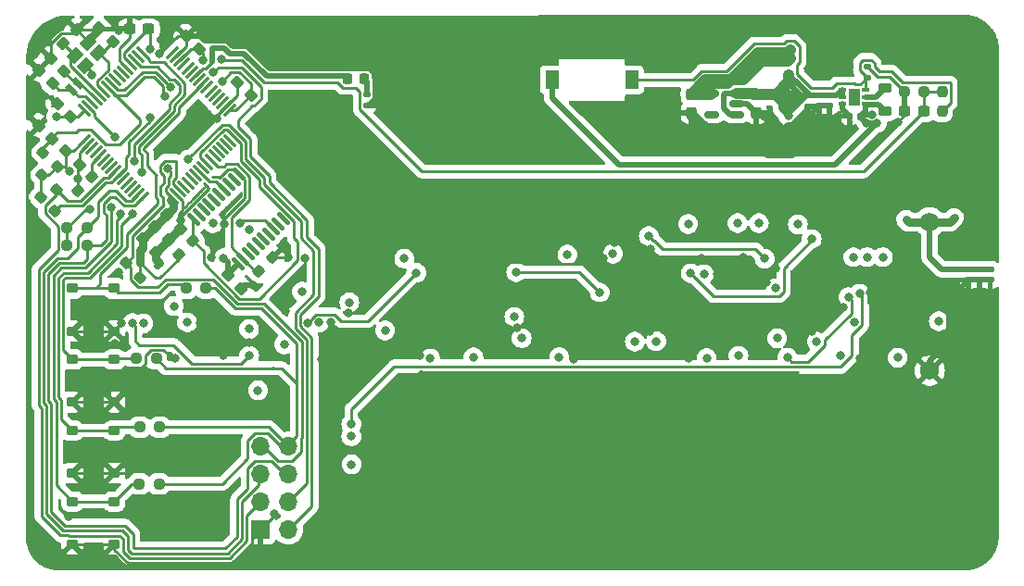
<source format=gbl>
G04 #@! TF.GenerationSoftware,KiCad,Pcbnew,7.0.2-0*
G04 #@! TF.CreationDate,2023-10-15T17:43:39-05:00*
G04 #@! TF.ProjectId,spudglo_business_card,73707564-676c-46f5-9f62-7573696e6573,rev?*
G04 #@! TF.SameCoordinates,Original*
G04 #@! TF.FileFunction,Copper,L4,Bot*
G04 #@! TF.FilePolarity,Positive*
%FSLAX46Y46*%
G04 Gerber Fmt 4.6, Leading zero omitted, Abs format (unit mm)*
G04 Created by KiCad (PCBNEW 7.0.2-0) date 2023-10-15 17:43:39*
%MOMM*%
%LPD*%
G01*
G04 APERTURE LIST*
G04 Aperture macros list*
%AMRoundRect*
0 Rectangle with rounded corners*
0 $1 Rounding radius*
0 $2 $3 $4 $5 $6 $7 $8 $9 X,Y pos of 4 corners*
0 Add a 4 corners polygon primitive as box body*
4,1,4,$2,$3,$4,$5,$6,$7,$8,$9,$2,$3,0*
0 Add four circle primitives for the rounded corners*
1,1,$1+$1,$2,$3*
1,1,$1+$1,$4,$5*
1,1,$1+$1,$6,$7*
1,1,$1+$1,$8,$9*
0 Add four rect primitives between the rounded corners*
20,1,$1+$1,$2,$3,$4,$5,0*
20,1,$1+$1,$4,$5,$6,$7,0*
20,1,$1+$1,$6,$7,$8,$9,0*
20,1,$1+$1,$8,$9,$2,$3,0*%
%AMRotRect*
0 Rectangle, with rotation*
0 The origin of the aperture is its center*
0 $1 length*
0 $2 width*
0 $3 Rotation angle, in degrees counterclockwise*
0 Add horizontal line*
21,1,$1,$2,0,0,$3*%
G04 Aperture macros list end*
G04 #@! TA.AperFunction,SMDPad,CuDef*
%ADD10RoundRect,0.237500X0.250000X0.237500X-0.250000X0.237500X-0.250000X-0.237500X0.250000X-0.237500X0*%
G04 #@! TD*
G04 #@! TA.AperFunction,SMDPad,CuDef*
%ADD11RoundRect,0.225000X0.275000X0.225000X-0.275000X0.225000X-0.275000X-0.225000X0.275000X-0.225000X0*%
G04 #@! TD*
G04 #@! TA.AperFunction,SMDPad,CuDef*
%ADD12RoundRect,0.237500X-0.008839X-0.344715X0.344715X0.008839X0.008839X0.344715X-0.344715X-0.008839X0*%
G04 #@! TD*
G04 #@! TA.AperFunction,SMDPad,CuDef*
%ADD13RoundRect,0.237500X0.380070X-0.044194X-0.044194X0.380070X-0.380070X0.044194X0.044194X-0.380070X0*%
G04 #@! TD*
G04 #@! TA.AperFunction,SMDPad,CuDef*
%ADD14RoundRect,0.237500X0.300000X0.237500X-0.300000X0.237500X-0.300000X-0.237500X0.300000X-0.237500X0*%
G04 #@! TD*
G04 #@! TA.AperFunction,SMDPad,CuDef*
%ADD15RoundRect,0.237500X-0.380070X0.044194X0.044194X-0.380070X0.380070X-0.044194X-0.044194X0.380070X0*%
G04 #@! TD*
G04 #@! TA.AperFunction,SMDPad,CuDef*
%ADD16RoundRect,0.135000X0.185000X-0.135000X0.185000X0.135000X-0.185000X0.135000X-0.185000X-0.135000X0*%
G04 #@! TD*
G04 #@! TA.AperFunction,SMDPad,CuDef*
%ADD17RoundRect,0.237500X0.008839X0.344715X-0.344715X-0.008839X-0.008839X-0.344715X0.344715X0.008839X0*%
G04 #@! TD*
G04 #@! TA.AperFunction,SMDPad,CuDef*
%ADD18RoundRect,0.218750X0.218750X0.256250X-0.218750X0.256250X-0.218750X-0.256250X0.218750X-0.256250X0*%
G04 #@! TD*
G04 #@! TA.AperFunction,SMDPad,CuDef*
%ADD19RoundRect,0.075000X-0.548008X0.441942X0.441942X-0.548008X0.548008X-0.441942X-0.441942X0.548008X0*%
G04 #@! TD*
G04 #@! TA.AperFunction,SMDPad,CuDef*
%ADD20RoundRect,0.075000X-0.548008X-0.441942X-0.441942X-0.548008X0.548008X0.441942X0.441942X0.548008X0*%
G04 #@! TD*
G04 #@! TA.AperFunction,SMDPad,CuDef*
%ADD21R,1.193800X1.676400*%
G04 #@! TD*
G04 #@! TA.AperFunction,SMDPad,CuDef*
%ADD22RoundRect,0.237500X-0.237500X0.300000X-0.237500X-0.300000X0.237500X-0.300000X0.237500X0.300000X0*%
G04 #@! TD*
G04 #@! TA.AperFunction,SMDPad,CuDef*
%ADD23RoundRect,0.140000X-0.170000X0.140000X-0.170000X-0.140000X0.170000X-0.140000X0.170000X0.140000X0*%
G04 #@! TD*
G04 #@! TA.AperFunction,SMDPad,CuDef*
%ADD24RoundRect,0.237500X0.344715X-0.008839X-0.008839X0.344715X-0.344715X0.008839X0.008839X-0.344715X0*%
G04 #@! TD*
G04 #@! TA.AperFunction,SMDPad,CuDef*
%ADD25RoundRect,0.237500X-0.250000X-0.237500X0.250000X-0.237500X0.250000X0.237500X-0.250000X0.237500X0*%
G04 #@! TD*
G04 #@! TA.AperFunction,SMDPad,CuDef*
%ADD26RoundRect,0.135000X-0.185000X0.135000X-0.185000X-0.135000X0.185000X-0.135000X0.185000X0.135000X0*%
G04 #@! TD*
G04 #@! TA.AperFunction,SMDPad,CuDef*
%ADD27RoundRect,0.237500X-0.344715X0.008839X0.008839X-0.344715X0.344715X-0.008839X-0.008839X0.344715X0*%
G04 #@! TD*
G04 #@! TA.AperFunction,ComponentPad*
%ADD28C,1.755000*%
G04 #@! TD*
G04 #@! TA.AperFunction,SMDPad,CuDef*
%ADD29RoundRect,0.140000X0.140000X0.170000X-0.140000X0.170000X-0.140000X-0.170000X0.140000X-0.170000X0*%
G04 #@! TD*
G04 #@! TA.AperFunction,SMDPad,CuDef*
%ADD30RoundRect,0.237500X-0.044194X-0.380070X0.380070X0.044194X0.044194X0.380070X-0.380070X-0.044194X0*%
G04 #@! TD*
G04 #@! TA.AperFunction,SMDPad,CuDef*
%ADD31RoundRect,0.100000X-0.521491X0.380070X0.380070X-0.521491X0.521491X-0.380070X-0.380070X0.521491X0*%
G04 #@! TD*
G04 #@! TA.AperFunction,SMDPad,CuDef*
%ADD32R,0.650000X0.350000*%
G04 #@! TD*
G04 #@! TA.AperFunction,SMDPad,CuDef*
%ADD33R,1.000000X1.600000*%
G04 #@! TD*
G04 #@! TA.AperFunction,SMDPad,CuDef*
%ADD34RoundRect,0.218750X0.381250X-0.218750X0.381250X0.218750X-0.381250X0.218750X-0.381250X-0.218750X0*%
G04 #@! TD*
G04 #@! TA.AperFunction,SMDPad,CuDef*
%ADD35RotRect,1.000000X1.200000X135.000000*%
G04 #@! TD*
G04 #@! TA.AperFunction,SMDPad,CuDef*
%ADD36RoundRect,0.237500X0.237500X-0.250000X0.237500X0.250000X-0.237500X0.250000X-0.237500X-0.250000X0*%
G04 #@! TD*
G04 #@! TA.AperFunction,SMDPad,CuDef*
%ADD37RotRect,0.575000X1.140000X45.000000*%
G04 #@! TD*
G04 #@! TA.AperFunction,SMDPad,CuDef*
%ADD38RoundRect,0.150000X0.512500X0.150000X-0.512500X0.150000X-0.512500X-0.150000X0.512500X-0.150000X0*%
G04 #@! TD*
G04 #@! TA.AperFunction,ComponentPad*
%ADD39R,1.700000X1.700000*%
G04 #@! TD*
G04 #@! TA.AperFunction,ComponentPad*
%ADD40O,1.700000X1.700000*%
G04 #@! TD*
G04 #@! TA.AperFunction,ViaPad*
%ADD41C,0.800000*%
G04 #@! TD*
G04 #@! TA.AperFunction,Conductor*
%ADD42C,0.250000*%
G04 #@! TD*
G04 #@! TA.AperFunction,Conductor*
%ADD43C,0.500000*%
G04 #@! TD*
G04 #@! TA.AperFunction,Conductor*
%ADD44C,1.000000*%
G04 #@! TD*
G04 #@! TA.AperFunction,Conductor*
%ADD45C,0.750000*%
G04 #@! TD*
G04 APERTURE END LIST*
D10*
X257500000Y-85480000D03*
X255675000Y-85480000D03*
D11*
X183500000Y-123000000D03*
X183500000Y-126900000D03*
X179650000Y-123000000D03*
X179650000Y-126900000D03*
D12*
X196690000Y-101960000D03*
X197980470Y-100669530D03*
D13*
X183349762Y-80929758D03*
X182130002Y-79709998D03*
D14*
X257450000Y-87300000D03*
X255725000Y-87300000D03*
D15*
X193880240Y-102290240D03*
X195100000Y-103510000D03*
D16*
X252260000Y-84210000D03*
X252260000Y-83190000D03*
D17*
X181440001Y-93309999D03*
X180149531Y-94600469D03*
D18*
X206357500Y-84340000D03*
X204782500Y-84340000D03*
D19*
X180758541Y-87246054D03*
X181112094Y-86892501D03*
X181465647Y-86538948D03*
X181819201Y-86185394D03*
X182172754Y-85831841D03*
X182526308Y-85478287D03*
X182879861Y-85124734D03*
X183233414Y-84771181D03*
X183586968Y-84417627D03*
X183940521Y-84064074D03*
X184294074Y-83710521D03*
X184647628Y-83356967D03*
X185001181Y-83003414D03*
X185354735Y-82649860D03*
X185708288Y-82296307D03*
X186061841Y-81942754D03*
D20*
X188784203Y-81942754D03*
X189137756Y-82296307D03*
X189491309Y-82649860D03*
X189844863Y-83003414D03*
X190198416Y-83356967D03*
X190551970Y-83710521D03*
X190905523Y-84064074D03*
X191259076Y-84417627D03*
X191612630Y-84771181D03*
X191966183Y-85124734D03*
X192319736Y-85478287D03*
X192673290Y-85831841D03*
X193026843Y-86185394D03*
X193380397Y-86538948D03*
X193733950Y-86892501D03*
X194087503Y-87246054D03*
D19*
X194087503Y-89968416D03*
X193733950Y-90321969D03*
X193380397Y-90675522D03*
X193026843Y-91029076D03*
X192673290Y-91382629D03*
X192319736Y-91736183D03*
X191966183Y-92089736D03*
X191612630Y-92443289D03*
X191259076Y-92796843D03*
X190905523Y-93150396D03*
X190551970Y-93503949D03*
X190198416Y-93857503D03*
X189844863Y-94211056D03*
X189491309Y-94564610D03*
X189137756Y-94918163D03*
X188784203Y-95271716D03*
D20*
X186061841Y-95271716D03*
X185708288Y-94918163D03*
X185354735Y-94564610D03*
X185001181Y-94211056D03*
X184647628Y-93857503D03*
X184294074Y-93503949D03*
X183940521Y-93150396D03*
X183586968Y-92796843D03*
X183233414Y-92443289D03*
X182879861Y-92089736D03*
X182526308Y-91736183D03*
X182172754Y-91382629D03*
X181819201Y-91029076D03*
X181465647Y-90675522D03*
X181112094Y-90321969D03*
X180758541Y-89968416D03*
D13*
X177840000Y-84750000D03*
X176620240Y-83530240D03*
D21*
X223492400Y-84440000D03*
X230807600Y-84440000D03*
D22*
X242142500Y-85725000D03*
X242142500Y-87450000D03*
D15*
X188311061Y-96783297D03*
X189530821Y-98003057D03*
D23*
X263520000Y-101780000D03*
X263520000Y-102740000D03*
X261560000Y-101770000D03*
X261560000Y-102730000D03*
D24*
X185870000Y-102490000D03*
X184579530Y-101199530D03*
D15*
X186081181Y-98983414D03*
X187300941Y-100203174D03*
D13*
X178890000Y-83680000D03*
X177670240Y-82460240D03*
D25*
X179185000Y-97990000D03*
X181010000Y-97990000D03*
D23*
X246880001Y-85870000D03*
X246880001Y-86830000D03*
D10*
X187580000Y-121390000D03*
X185755000Y-121390000D03*
D26*
X206580000Y-85780000D03*
X206580000Y-86800000D03*
D27*
X176779530Y-95129530D03*
X178070000Y-96420000D03*
D13*
X179509760Y-87819760D03*
X178290000Y-86600000D03*
D15*
X179080000Y-90950000D03*
X180299760Y-92169760D03*
D23*
X262540000Y-101770000D03*
X262540000Y-102730000D03*
D13*
X177830000Y-89830000D03*
X176610240Y-88610240D03*
D12*
X189379530Y-100430470D03*
X190670000Y-99140000D03*
D11*
X183500000Y-116500000D03*
X183500000Y-120400000D03*
X179650000Y-116500000D03*
X179650000Y-120400000D03*
D23*
X247880000Y-85860000D03*
X247880000Y-86820000D03*
D28*
X258000000Y-97440000D03*
X258000000Y-111030000D03*
D29*
X251660000Y-87759999D03*
X250700000Y-87759999D03*
D25*
X179165000Y-99540000D03*
X180990000Y-99540000D03*
D10*
X191890000Y-103500000D03*
X190065000Y-103500000D03*
D24*
X178280000Y-92360000D03*
X176989530Y-91069530D03*
D10*
X187650000Y-116190000D03*
X185825000Y-116190000D03*
D30*
X178830120Y-81079880D03*
X180049880Y-79860120D03*
D11*
X183500000Y-103500000D03*
X183500000Y-107400000D03*
X179650000Y-103500000D03*
X179650000Y-107400000D03*
D31*
X190762323Y-97222272D03*
X191221942Y-96762653D03*
X191681561Y-96303033D03*
X192141181Y-95843414D03*
X192600800Y-95383795D03*
X193060420Y-94924175D03*
X193520039Y-94464556D03*
X193979658Y-94004936D03*
X194439278Y-93545317D03*
X194898897Y-93085698D03*
X198947083Y-97133884D03*
X198487464Y-97593503D03*
X198027845Y-98053123D03*
X197568225Y-98512742D03*
X197108606Y-98972361D03*
X196648986Y-99431981D03*
X196189367Y-99891600D03*
X195729748Y-100351220D03*
X195270128Y-100810839D03*
X194810509Y-101270458D03*
D23*
X248860000Y-85860000D03*
X248860000Y-86820000D03*
D32*
X250040000Y-86640000D03*
X250040000Y-85990000D03*
X250040000Y-85340000D03*
X252140000Y-85340000D03*
X252140000Y-85990000D03*
X252140000Y-86640000D03*
D33*
X251090000Y-85990000D03*
D14*
X186620009Y-79780011D03*
X184895009Y-79780011D03*
D34*
X253900000Y-87282500D03*
X253900000Y-85157500D03*
D27*
X176890000Y-93160000D03*
X178180470Y-94450470D03*
D22*
X236222500Y-85727500D03*
X236222500Y-87452500D03*
D35*
X182042081Y-81937919D03*
X180840000Y-83140000D03*
X179920761Y-82220761D03*
X181122842Y-81018680D03*
D10*
X187340000Y-109920000D03*
X185515000Y-109920000D03*
D36*
X259120000Y-87310000D03*
X259120000Y-85485000D03*
D37*
X179608318Y-85301682D03*
X180191682Y-84718318D03*
D13*
X195963293Y-85881852D03*
X194743533Y-84662092D03*
D38*
X240330000Y-85690000D03*
X240330000Y-86640000D03*
X240330000Y-87590000D03*
X238055000Y-87590000D03*
X238055000Y-85690000D03*
D39*
X196850000Y-125580000D03*
D40*
X199390000Y-125580000D03*
X196850000Y-123040000D03*
X199390000Y-123040000D03*
X196850000Y-120500000D03*
X199390000Y-120500000D03*
X196850000Y-117960000D03*
X199390000Y-117960000D03*
D15*
X187211061Y-97853297D03*
X188430821Y-99073057D03*
D13*
X191259760Y-81659760D03*
X190040000Y-80440000D03*
D11*
X183500000Y-110000000D03*
X183500000Y-113900000D03*
X179650000Y-110000000D03*
X179650000Y-113900000D03*
D41*
X202460000Y-109950000D03*
X179360000Y-124400000D03*
X209990000Y-100780000D03*
X237375000Y-102205000D03*
X188930000Y-105120000D03*
X216310000Y-109810000D03*
X195795444Y-98136371D03*
X190150000Y-106610000D03*
X251020000Y-100650000D03*
X205171786Y-119594421D03*
X212380000Y-109920000D03*
X186145000Y-106715000D03*
X208240000Y-107350000D03*
X242380000Y-97530000D03*
X249826396Y-109650000D03*
X220710000Y-108060000D03*
X193486604Y-100737598D03*
X224140000Y-109790000D03*
X192507157Y-97540048D03*
X245070000Y-85870000D03*
X199020000Y-108620000D03*
X245950000Y-97650000D03*
X205146242Y-117036209D03*
X258830000Y-106510000D03*
X245090000Y-87740000D03*
X220040000Y-106100000D03*
X243938650Y-103494892D03*
X245100000Y-86950000D03*
X245040000Y-84700000D03*
X245070000Y-83960000D03*
X204970000Y-104780000D03*
X196620000Y-112830000D03*
X244065000Y-108065000D03*
X233000000Y-108340000D03*
X231060000Y-108370000D03*
X202200000Y-106620000D03*
X229058259Y-100335283D03*
X224890000Y-100410000D03*
X235930000Y-97630000D03*
X247670000Y-108380000D03*
X253720000Y-100640000D03*
X237620000Y-109880000D03*
X195810000Y-107220000D03*
X240520000Y-109680000D03*
X255070000Y-109840000D03*
X240440000Y-97530000D03*
X200640000Y-103810000D03*
X191380000Y-106640000D03*
X240940000Y-106120000D03*
X183860927Y-102000500D03*
X210980000Y-104080000D03*
X256370000Y-109520000D03*
X203290498Y-116330000D03*
X236370000Y-105310000D03*
X184146810Y-106658008D03*
X189538942Y-97280500D03*
X243630000Y-97830000D03*
X207110000Y-102190000D03*
X217110000Y-105550000D03*
X195810000Y-108480000D03*
X203310000Y-106610000D03*
X224165000Y-106585000D03*
X199100000Y-105610000D03*
X177090000Y-85960000D03*
X232520000Y-99870000D03*
X189070000Y-109864500D03*
X211910000Y-106550000D03*
X199420000Y-100660000D03*
X187740000Y-106840000D03*
X244930000Y-90150000D03*
X183878781Y-79939772D03*
X222720000Y-101010000D03*
X237110000Y-100750000D03*
X239495000Y-106585000D03*
X240920000Y-100630000D03*
X198120000Y-124090000D03*
X211417283Y-109651335D03*
X245400000Y-89530000D03*
X232420000Y-107450000D03*
X193503767Y-97616034D03*
X223240000Y-104730000D03*
X205225000Y-109685000D03*
X228140000Y-100730000D03*
X250110000Y-105250000D03*
X180149531Y-93469531D03*
X255300000Y-100590000D03*
X217090000Y-102100000D03*
X251610000Y-109910000D03*
X245380000Y-91070000D03*
X251090000Y-106570000D03*
X252580000Y-103860000D03*
X242220000Y-109530000D03*
X225435000Y-109965000D03*
X243930000Y-101720000D03*
X228980000Y-104620000D03*
X247120000Y-102860000D03*
X258920000Y-103620000D03*
X198144146Y-113239149D03*
X229150000Y-99340000D03*
X225960000Y-103860000D03*
X220280000Y-107140000D03*
X192364500Y-100645686D03*
X253835000Y-106645000D03*
X239100000Y-97540000D03*
X200950000Y-100730000D03*
X255870000Y-105730000D03*
X215270000Y-106600000D03*
X193430000Y-109640000D03*
X187641994Y-82065514D03*
X235047391Y-105158278D03*
X243085000Y-102975000D03*
X185540000Y-119800000D03*
X206880000Y-116080000D03*
X238580000Y-102160000D03*
X235920000Y-109910000D03*
X203290000Y-103820000D03*
X181395528Y-84030016D03*
X191990000Y-106020000D03*
X183537277Y-108504225D03*
X247180000Y-107420000D03*
X227725000Y-106655000D03*
X239900000Y-105340000D03*
X234230000Y-98100000D03*
X247110000Y-101020000D03*
X249410000Y-101060000D03*
X196153841Y-103241559D03*
X263630000Y-89140000D03*
X244999509Y-88735398D03*
X255110000Y-88270000D03*
X217930000Y-109280000D03*
X204890000Y-105780000D03*
X187650704Y-101199848D03*
X192894352Y-87954057D03*
X232330000Y-98710000D03*
X242910000Y-100790000D03*
X236150000Y-102120000D03*
X247210000Y-98990000D03*
X250575000Y-104315000D03*
X244990000Y-109840000D03*
X205149449Y-115925951D03*
X251588059Y-103982714D03*
X252275000Y-100640000D03*
X220220000Y-102020000D03*
X227840000Y-103870000D03*
X211074108Y-102075892D03*
X201201364Y-106661610D03*
X185145956Y-106684726D03*
X195822701Y-109637299D03*
X188395500Y-92564500D03*
X245260000Y-82490000D03*
X245270000Y-81720000D03*
X191580000Y-82645500D03*
X193331980Y-84546692D03*
X178210000Y-87819760D03*
X186765032Y-81585991D03*
X179407839Y-92799532D03*
X181305497Y-96245497D03*
X192547422Y-83727981D03*
X188138354Y-85948067D03*
X186735903Y-87859413D03*
X190260000Y-91730000D03*
X194953267Y-97537299D03*
X184036407Y-96681399D03*
X186034500Y-92837328D03*
X185310000Y-91852518D03*
X183230456Y-96090258D03*
X185140000Y-96687118D03*
X183521262Y-89645500D03*
X193279500Y-82545022D03*
X188671875Y-85102869D03*
X252720000Y-87610000D03*
X253180000Y-88360000D03*
X252255001Y-88354999D03*
D42*
X193354478Y-82620000D02*
X195115305Y-82620000D01*
X211614462Y-92805000D02*
X251945000Y-92805000D01*
X251945000Y-92805000D02*
X257450000Y-87300000D01*
X195115305Y-82620000D02*
X197185305Y-84690000D01*
X197185305Y-84690000D02*
X203888521Y-84690000D01*
X203888521Y-84690000D02*
X204338521Y-85140000D01*
X193279500Y-82545022D02*
X193354478Y-82620000D01*
X204338521Y-85140000D02*
X205560000Y-85140000D01*
X205560000Y-85140000D02*
X205935000Y-85515000D01*
X205935000Y-85515000D02*
X205935000Y-87125538D01*
X205935000Y-87125538D02*
X211614462Y-92805000D01*
X196850000Y-117960000D02*
X197106396Y-117960000D01*
X197106396Y-117960000D02*
X198463198Y-119316802D01*
X199694899Y-119316802D02*
X200580000Y-118431701D01*
X200580000Y-118431701D02*
X200580000Y-117220000D01*
X198463198Y-119316802D02*
X199694899Y-119316802D01*
X200580000Y-117220000D02*
X200630000Y-117170000D01*
X200630000Y-117170000D02*
X200630000Y-108388343D01*
X197144227Y-104902570D02*
X194716174Y-104902570D01*
X200630000Y-108388343D02*
X197144227Y-104902570D01*
X192513604Y-102700000D02*
X189901396Y-102700000D01*
X194716174Y-104902570D02*
X192513604Y-102700000D01*
X189901396Y-102700000D02*
X189861396Y-102660000D01*
X189861396Y-102660000D02*
X188171701Y-102660000D01*
X188171701Y-102660000D02*
X187434486Y-103397215D01*
X187434486Y-103397215D02*
X185645843Y-103397215D01*
X185645843Y-103397215D02*
X184962785Y-102714157D01*
X184962785Y-102714157D02*
X184962785Y-102248165D01*
X184962785Y-102248165D02*
X185020475Y-102190475D01*
X185020475Y-102190475D02*
X185020475Y-101640475D01*
X185020475Y-101640475D02*
X184579530Y-101199530D01*
X190065000Y-103500000D02*
X189675000Y-103110000D01*
X189675000Y-103110000D02*
X188358097Y-103110000D01*
X188358097Y-103110000D02*
X187620882Y-103847215D01*
X183847215Y-103847215D02*
X183500000Y-103500000D01*
X187620882Y-103847215D02*
X183847215Y-103847215D01*
X195822701Y-109637299D02*
X195095000Y-110365000D01*
X195095000Y-110365000D02*
X190595805Y-110365000D01*
X190595805Y-110365000D02*
X188900805Y-108670000D01*
X188900805Y-108670000D02*
X185780000Y-108670000D01*
X185780000Y-108670000D02*
X185420000Y-108310000D01*
X185420000Y-108310000D02*
X185420000Y-106958770D01*
X185420000Y-106958770D02*
X185145956Y-106684726D01*
D43*
X261560000Y-101770000D02*
X259110000Y-101770000D01*
X259110000Y-101770000D02*
X258000000Y-100660000D01*
X258000000Y-100660000D02*
X258000000Y-97440000D01*
X261560000Y-102730000D02*
X259760000Y-104530000D01*
X259760000Y-104530000D02*
X259760000Y-108350000D01*
X258000000Y-110110000D02*
X258000000Y-111030000D01*
X259760000Y-108350000D02*
X258000000Y-110110000D01*
D42*
X191612630Y-84771181D02*
X189410000Y-86973811D01*
X189410000Y-86973811D02*
X189410000Y-87482706D01*
X186484500Y-91126276D02*
X186484500Y-92262023D01*
X189410000Y-87482706D02*
X186210000Y-90682706D01*
X182193628Y-102209230D02*
X182193628Y-103116372D01*
X186484500Y-92262023D02*
X186759500Y-92537023D01*
X186210000Y-90851776D02*
X186484500Y-91126276D01*
X186759500Y-92537023D02*
X186759500Y-92590202D01*
X186759500Y-92590202D02*
X187324649Y-93155351D01*
X186210000Y-90682706D02*
X186210000Y-90851776D01*
X187324649Y-93155351D02*
X187289748Y-93190252D01*
X187289748Y-93190252D02*
X187289748Y-95141905D01*
X184688611Y-98519591D02*
X184688611Y-99714247D01*
X187289748Y-95141905D02*
X187475104Y-95327261D01*
X187475104Y-95327261D02*
X187475104Y-95733098D01*
X187475104Y-95733098D02*
X184688611Y-98519591D01*
X184688611Y-99714247D02*
X182193628Y-102209230D01*
X182193628Y-103116372D02*
X181810000Y-103500000D01*
X192547422Y-83727981D02*
X193005881Y-83269522D01*
X196905863Y-85056654D02*
X196905863Y-86159042D01*
X196905863Y-86159042D02*
X196240483Y-86824422D01*
X193005881Y-83269522D02*
X195118731Y-83269522D01*
X201100000Y-97271548D02*
X201100000Y-98830000D01*
X201100000Y-98830000D02*
X202150000Y-99880000D01*
X196240483Y-86824422D02*
X196095578Y-86824422D01*
X195118731Y-83269522D02*
X196905863Y-85056654D01*
X194800000Y-88736369D02*
X195935511Y-89871880D01*
X194800000Y-88120000D02*
X194800000Y-88736369D01*
X196095578Y-86824422D02*
X194800000Y-88120000D01*
X195935511Y-89871880D02*
X195935511Y-91470663D01*
X195935511Y-91470663D02*
X197650000Y-93185152D01*
X197650000Y-93185152D02*
X197650000Y-93821548D01*
X197650000Y-93821548D02*
X201100000Y-97271548D01*
X202150000Y-99880000D02*
X202150000Y-104221701D01*
X202150000Y-104221701D02*
X200476364Y-105895337D01*
X200476364Y-105895337D02*
X200476364Y-106961915D01*
X200476364Y-106961915D02*
X201530000Y-108015551D01*
X201530000Y-108015551D02*
X201530000Y-123440000D01*
X201530000Y-123440000D02*
X199200000Y-125770000D01*
X190260000Y-91730000D02*
X190260000Y-91603887D01*
X195485511Y-90058276D02*
X195485511Y-91657059D01*
X190260000Y-91603887D02*
X193333887Y-88530000D01*
X193957235Y-88530000D02*
X195485511Y-90058276D01*
X193333887Y-88530000D02*
X193957235Y-88530000D01*
X195485511Y-91657059D02*
X197200000Y-93371548D01*
X197200000Y-94007944D02*
X200540000Y-97347944D01*
X197200000Y-93371548D02*
X197200000Y-94007944D01*
X200540000Y-97347944D02*
X200540000Y-98906396D01*
X200540000Y-98906396D02*
X201700000Y-100066396D01*
X201700000Y-100066396D02*
X201700000Y-104035305D01*
X201700000Y-104035305D02*
X200026364Y-105708941D01*
X200026364Y-105708941D02*
X200026364Y-107148311D01*
X200026364Y-107148311D02*
X201080000Y-108201947D01*
X201080000Y-108201947D02*
X201080000Y-121350000D01*
X201080000Y-121350000D02*
X199200000Y-123230000D01*
X191371728Y-91495281D02*
X191371728Y-91128555D01*
X191371728Y-91128555D02*
X193520283Y-88980000D01*
X193770839Y-88980000D02*
X195035511Y-90244672D01*
X195035511Y-90244672D02*
X195035511Y-91843455D01*
X195035511Y-91843455D02*
X196750000Y-93557944D01*
X191966183Y-92089736D02*
X191371728Y-91495281D01*
X200225000Y-100945000D02*
X196717430Y-104452570D01*
X196750000Y-94194340D02*
X199893574Y-97337914D01*
X199893574Y-97337914D02*
X199893574Y-98896366D01*
X193520283Y-88980000D02*
X193770839Y-88980000D01*
X199893574Y-98896366D02*
X200225000Y-99227792D01*
X196750000Y-93557944D02*
X196750000Y-94194340D01*
X200225000Y-99227792D02*
X200225000Y-100945000D01*
X196717430Y-104452570D02*
X194911198Y-104452570D01*
X194911198Y-104452570D02*
X191640000Y-101181372D01*
X191640000Y-101181372D02*
X191640000Y-100110000D01*
X191640000Y-100110000D02*
X190670000Y-99140000D01*
X193706390Y-92139207D02*
X194694867Y-92139207D01*
X194694867Y-92139207D02*
X195845388Y-93289728D01*
X192914190Y-92330637D02*
X193514960Y-92330637D01*
X193514960Y-92330637D02*
X193706390Y-92139207D01*
X192319736Y-91736183D02*
X192914190Y-92330637D01*
X194228767Y-97041233D02*
X194228767Y-99769478D01*
X195845388Y-93289728D02*
X195845388Y-95424612D01*
X195845388Y-95424612D02*
X194228767Y-97041233D01*
X194228767Y-99769478D02*
X195270128Y-100810839D01*
D43*
X206580000Y-86800000D02*
X206707315Y-86800000D01*
X206707315Y-86800000D02*
X207350000Y-86157315D01*
X207280000Y-84272551D02*
X207280000Y-83841745D01*
X194334950Y-81345000D02*
X193811801Y-80821852D01*
X206853255Y-83415000D02*
X197713427Y-83415000D01*
X207350000Y-84342551D02*
X207280000Y-84272551D01*
X197713427Y-83415000D02*
X195643426Y-81345000D01*
X207350000Y-86157315D02*
X207350000Y-84342551D01*
X195643426Y-81345000D02*
X194334950Y-81345000D01*
X191730000Y-80821852D02*
X191348148Y-80440000D01*
X193811801Y-80821852D02*
X191730000Y-80821852D01*
X207280000Y-83841745D02*
X206853255Y-83415000D01*
X191348148Y-80440000D02*
X190040000Y-80440000D01*
X204557500Y-84115000D02*
X197423477Y-84115000D01*
X197423477Y-84115000D02*
X195353477Y-82045000D01*
X204782500Y-84340000D02*
X204557500Y-84115000D01*
X195353477Y-82045000D02*
X194045000Y-82045000D01*
X194045000Y-82045000D02*
X193521852Y-81521852D01*
X193521852Y-81521852D02*
X192430000Y-81521852D01*
X192430000Y-81521852D02*
X192430000Y-82820804D01*
D42*
X200180000Y-111370000D02*
X200180000Y-112300000D01*
X198795000Y-110815000D02*
X200180000Y-112200000D01*
X200180000Y-112300000D02*
X200180000Y-116983604D01*
X197320000Y-110815000D02*
X198795000Y-110815000D01*
X200180000Y-112200000D02*
X200180000Y-112300000D01*
X188235000Y-110815000D02*
X197320000Y-110815000D01*
X200180000Y-108574739D02*
X200180000Y-111370000D01*
X197320000Y-110815000D02*
X197925000Y-110815000D01*
X197925000Y-110815000D02*
X197990000Y-110750000D01*
X187340000Y-109920000D02*
X188235000Y-110815000D01*
X189070000Y-109864500D02*
X188935500Y-109730000D01*
X188600000Y-109730000D02*
X187990000Y-109120000D01*
X187990000Y-109120000D02*
X186857005Y-109120000D01*
X183040000Y-113440000D02*
X183500000Y-113900000D01*
X186857005Y-109120000D02*
X186327500Y-109649505D01*
X188935500Y-109730000D02*
X188600000Y-109730000D01*
X186327500Y-109649505D02*
X186327500Y-110390495D01*
X185997995Y-110720000D02*
X184362183Y-110720000D01*
X186327500Y-110390495D02*
X185997995Y-110720000D01*
X184362183Y-110720000D02*
X183040000Y-112042183D01*
X183040000Y-112042183D02*
X183040000Y-113440000D01*
X191890000Y-103500000D02*
X192677208Y-103500000D01*
X196957831Y-105352570D02*
X200180000Y-108574739D01*
X192677208Y-103500000D02*
X194529778Y-105352570D01*
X194529778Y-105352570D02*
X196957831Y-105352570D01*
X200180000Y-116983604D02*
X199390000Y-117773604D01*
X199390000Y-117773604D02*
X199390000Y-117960000D01*
X251210000Y-84850000D02*
X251125000Y-84765000D01*
X252260000Y-84210000D02*
X251620000Y-84850000D01*
X251620000Y-84850000D02*
X251210000Y-84850000D01*
X251125000Y-84765000D02*
X249465000Y-84765000D01*
X249070000Y-85160000D02*
X247143173Y-85160000D01*
X249465000Y-84765000D02*
X249070000Y-85160000D01*
X247143173Y-85160000D02*
X245895000Y-83911827D01*
X245895000Y-83911827D02*
X245895000Y-83618274D01*
X245895000Y-83618274D02*
X245840000Y-83563274D01*
X245840000Y-83563274D02*
X245840000Y-83076726D01*
X245840000Y-83076726D02*
X246095000Y-82821726D01*
X246095000Y-82821726D02*
X246095000Y-81378274D01*
X246095000Y-81378274D02*
X245611726Y-80895000D01*
X245611726Y-80895000D02*
X244928274Y-80895000D01*
X244928274Y-80895000D02*
X244718274Y-81105000D01*
X244718274Y-81105000D02*
X241959274Y-81105000D01*
X241959274Y-81105000D02*
X239449274Y-83615000D01*
X239449274Y-83615000D02*
X237168274Y-83615000D01*
X237168274Y-83615000D02*
X236343274Y-84440000D01*
X236343274Y-84440000D02*
X230807600Y-84440000D01*
X259120000Y-87310000D02*
X259920000Y-86510000D01*
X259920000Y-86510000D02*
X259920000Y-84750000D01*
X251884462Y-82595000D02*
X251615000Y-82864462D01*
X259920000Y-84750000D02*
X259842500Y-84672500D01*
X259842500Y-84672500D02*
X255537500Y-84672500D01*
X251615000Y-83565000D02*
X252260000Y-84210000D01*
X255537500Y-84672500D02*
X255530000Y-84680000D01*
X255530000Y-84680000D02*
X254540000Y-83690000D01*
X254540000Y-83690000D02*
X253396396Y-83690000D01*
X253396396Y-83690000D02*
X252958198Y-83251802D01*
X252958198Y-83251802D02*
X252958198Y-82917660D01*
X252958198Y-82917660D02*
X252635538Y-82595000D01*
X252635538Y-82595000D02*
X251884462Y-82595000D01*
X251615000Y-82864462D02*
X251615000Y-83565000D01*
D43*
X247880000Y-85860000D02*
X248860000Y-85860000D01*
X193880240Y-101131234D02*
X193880240Y-102200727D01*
X245130000Y-84790000D02*
X245960000Y-84790000D01*
X245070000Y-84670000D02*
X245040000Y-84700000D01*
X245640000Y-84530000D02*
X245700000Y-84530000D01*
X245100000Y-86950000D02*
X245100000Y-87730000D01*
X239768972Y-87590000D02*
X239200000Y-87021028D01*
X246210000Y-85870000D02*
X246880001Y-85870000D01*
X244410000Y-85870000D02*
X244410000Y-87060000D01*
X246880001Y-85870000D02*
X247870000Y-85870000D01*
X247030000Y-85860000D02*
X245960000Y-84790000D01*
X244410000Y-85870000D02*
X245070000Y-85870000D01*
D44*
X244015000Y-85725000D02*
X245070000Y-84670000D01*
D43*
X245070000Y-83960000D02*
X245640000Y-84530000D01*
X193880240Y-102200727D02*
X194810509Y-101270458D01*
X245040000Y-84700000D02*
X246210000Y-85870000D01*
X193880240Y-102290240D02*
X193880240Y-102200727D01*
D44*
X242142500Y-85725000D02*
X242057500Y-85640000D01*
D43*
X248860000Y-85860000D02*
X249520000Y-85860000D01*
X246410000Y-85870000D02*
X245070000Y-85870000D01*
X246000000Y-85870000D02*
X245100000Y-86770000D01*
X247870000Y-85870000D02*
X247880000Y-85860000D01*
D44*
X244015000Y-85865000D02*
X245100000Y-86950000D01*
D43*
X246880001Y-85870000D02*
X246410000Y-85870000D01*
X246880001Y-85710001D02*
X245700000Y-84530000D01*
X244410000Y-87060000D02*
X245090000Y-87740000D01*
X193486604Y-100737598D02*
X193880240Y-101131234D01*
X249520000Y-85860000D02*
X250040000Y-85340000D01*
D44*
X242142500Y-85725000D02*
X243245000Y-85725000D01*
D43*
X244300000Y-85870000D02*
X244410000Y-85870000D01*
D44*
X243245000Y-85725000D02*
X243260000Y-85740000D01*
X245070000Y-84670000D02*
X245070000Y-83960000D01*
D43*
X239290000Y-85690000D02*
X240330000Y-85690000D01*
X245100000Y-87730000D02*
X245090000Y-87740000D01*
X246880001Y-85870000D02*
X246695615Y-85870000D01*
D44*
X244015000Y-85725000D02*
X245040000Y-84700000D01*
D43*
X240330000Y-87590000D02*
X239768972Y-87590000D01*
X246410000Y-85870000D02*
X246000000Y-85870000D01*
X250040000Y-85340000D02*
X250040000Y-85940000D01*
X247880000Y-85860000D02*
X247030000Y-85860000D01*
D44*
X242057500Y-85640000D02*
X240330000Y-85640000D01*
D43*
X245090000Y-87475615D02*
X245090000Y-87740000D01*
X245960000Y-84790000D02*
X245700000Y-84530000D01*
D44*
X243245000Y-85725000D02*
X244015000Y-85725000D01*
D43*
X245040000Y-84700000D02*
X245130000Y-84790000D01*
D44*
X243260000Y-85740000D02*
X244940000Y-85740000D01*
X244015000Y-85725000D02*
X244015000Y-85865000D01*
D43*
X239200000Y-87021028D02*
X239200000Y-85780000D01*
X246695615Y-85870000D02*
X245090000Y-87475615D01*
X239200000Y-85780000D02*
X239290000Y-85690000D01*
X246880001Y-85870000D02*
X246880001Y-85710001D01*
X245070000Y-85870000D02*
X244230000Y-85870000D01*
X245100000Y-86770000D02*
X245100000Y-86950000D01*
D44*
X244940000Y-85740000D02*
X245070000Y-85870000D01*
D42*
X218465305Y-101100000D02*
X223807400Y-101100000D01*
X179160000Y-80190000D02*
X179720000Y-80190000D01*
X179720000Y-80190000D02*
X180049880Y-79860120D01*
X189732211Y-95512618D02*
X189732211Y-96352097D01*
X192894352Y-87954057D02*
X192894352Y-87732099D01*
X179107310Y-80137310D02*
X179160000Y-80190000D01*
D43*
X245910000Y-89020000D02*
X245910000Y-88790000D01*
D42*
X177090000Y-85960000D02*
X177040000Y-85960000D01*
X178641318Y-80137310D02*
X179107310Y-80137310D01*
X187641994Y-82065514D02*
X189267508Y-80440000D01*
X223953487Y-101246087D02*
X227283913Y-101246087D01*
D43*
X261560000Y-102730000D02*
X262540000Y-102730000D01*
D42*
X190040000Y-81394063D02*
X190040000Y-80440000D01*
D43*
X246880001Y-87152081D02*
X246880001Y-86830000D01*
D42*
X184146810Y-106658008D02*
X183500000Y-107304818D01*
X183404818Y-107400000D02*
X179650000Y-107400000D01*
X177670240Y-82460240D02*
X177670240Y-81108388D01*
D43*
X245144907Y-88590000D02*
X245442082Y-88590000D01*
D44*
X241690000Y-89530000D02*
X238130418Y-89530000D01*
D43*
X245910000Y-88790000D02*
X247880000Y-86820000D01*
D42*
X194216396Y-128640000D02*
X184733604Y-128640000D01*
X189538942Y-97280500D02*
X189530821Y-97288621D01*
D43*
X244490000Y-88990000D02*
X242950000Y-87450000D01*
D44*
X245380000Y-91070000D02*
X243230000Y-91070000D01*
D42*
X253210000Y-84140000D02*
X254335000Y-84140000D01*
D44*
X244930000Y-90150000D02*
X242310000Y-90150000D01*
D42*
X181395528Y-83695528D02*
X180840000Y-83140000D01*
X184146810Y-106658008D02*
X183404818Y-107400000D01*
X189394944Y-97867180D02*
X189530821Y-98003057D01*
D44*
X242310000Y-90150000D02*
X241690000Y-89530000D01*
D42*
X193733950Y-86892501D02*
X194743533Y-85882918D01*
D43*
X244999509Y-88735398D02*
X244744907Y-88990000D01*
D42*
X189732211Y-96352097D02*
X189394944Y-96689364D01*
X198120000Y-124090000D02*
X198120000Y-124020000D01*
X183878781Y-79939772D02*
X184038542Y-79780011D01*
X198120000Y-124310000D02*
X198120000Y-124090000D01*
X184733604Y-128640000D02*
X183500000Y-127406396D01*
X181122842Y-81018680D02*
X181122842Y-80933082D01*
X178290000Y-86600000D02*
X177650000Y-85960000D01*
D43*
X195100000Y-103420000D02*
X195100000Y-103510000D01*
D42*
X180299760Y-92169760D02*
X180299760Y-91134303D01*
X181122842Y-80933082D02*
X180049880Y-79860120D01*
D43*
X245400000Y-89530000D02*
X244470000Y-89530000D01*
D44*
X236222500Y-87622082D02*
X236222500Y-87452500D01*
D43*
X245400000Y-89530000D02*
X245400000Y-89135889D01*
D42*
X189137756Y-82296307D02*
X190040000Y-81394063D01*
X207000000Y-115600000D02*
X207000000Y-116110000D01*
X183878781Y-79939772D02*
X183799129Y-79860120D01*
D43*
X245442082Y-88590000D02*
X246880001Y-87152081D01*
D42*
X193120996Y-93360997D02*
X193068023Y-93308024D01*
X196850000Y-125580000D02*
X198120000Y-124310000D01*
X180149531Y-93469531D02*
X180149531Y-92319989D01*
D43*
X245400000Y-89135889D02*
X244999509Y-88735398D01*
D45*
X187300941Y-100203174D02*
X187300941Y-100202937D01*
D42*
X193503767Y-97616034D02*
X193503767Y-97129837D01*
X192113929Y-94303929D02*
X191710777Y-93900777D01*
X189530821Y-97288621D02*
X189530821Y-98003057D01*
X245989354Y-111185951D02*
X211545951Y-111185951D01*
D43*
X246880001Y-86830000D02*
X247870000Y-86830000D01*
D42*
X197990000Y-100660000D02*
X197980470Y-100669530D01*
X184038542Y-79780011D02*
X184895009Y-79780011D01*
D45*
X187650704Y-101199848D02*
X187300941Y-100850085D01*
D42*
X193503767Y-97129837D02*
X195385769Y-95247835D01*
D45*
X189500821Y-98003057D02*
X188430821Y-99073057D01*
D42*
X183956727Y-81553273D02*
X184895009Y-80614991D01*
X183500000Y-127406396D02*
X183500000Y-126900000D01*
X194412025Y-92598826D02*
X193883167Y-92598826D01*
D43*
X247870000Y-86830000D02*
X247880000Y-86820000D01*
D42*
X183500000Y-107304818D02*
X183500000Y-107400000D01*
X211545951Y-111185951D02*
X211480000Y-111120000D01*
X181122842Y-80717158D02*
X182130002Y-79709998D01*
D43*
X262550000Y-102740000D02*
X262540000Y-102730000D01*
D42*
X255725000Y-85530000D02*
X255675000Y-85480000D01*
X184895009Y-80614991D02*
X184895009Y-79780011D01*
X181122842Y-81018680D02*
X181122842Y-80717158D01*
X196060000Y-126370000D02*
X196060000Y-126796396D01*
X189137756Y-94918163D02*
X189732211Y-95512618D01*
X196850000Y-125580000D02*
X196060000Y-126370000D01*
X184647628Y-83356967D02*
X183956727Y-82666066D01*
X211480000Y-111120000D02*
X207000000Y-115600000D01*
X255725000Y-87300000D02*
X255725000Y-85530000D01*
X192113929Y-94368065D02*
X192113929Y-94303929D01*
D43*
X250040000Y-87099999D02*
X250040000Y-86640000D01*
D42*
X189267508Y-80440000D02*
X190040000Y-80440000D01*
X179650000Y-126900000D02*
X183500000Y-126900000D01*
X179650000Y-120400000D02*
X183500000Y-120400000D01*
X193883167Y-92598826D02*
X193120996Y-93360997D01*
X180149531Y-92319989D02*
X180299760Y-92169760D01*
X180299760Y-91134303D02*
X181112094Y-90321969D01*
X189538942Y-97280500D02*
X189538942Y-96943052D01*
D43*
X244470000Y-89530000D02*
X242390000Y-87450000D01*
D42*
X184940000Y-120400000D02*
X183500000Y-120400000D01*
X189394944Y-96689364D02*
X189394944Y-97867180D01*
X191710777Y-93900777D02*
X191690777Y-93920777D01*
X195385769Y-95247835D02*
X195385769Y-93572570D01*
D43*
X245400000Y-89530000D02*
X245910000Y-89020000D01*
D42*
X176620240Y-83510240D02*
X177670240Y-82460240D01*
X223807400Y-101100000D02*
X223953487Y-101246087D01*
X193068023Y-93308024D02*
X192406653Y-93308024D01*
D45*
X187300941Y-100203174D02*
X187300941Y-100249059D01*
D42*
X185540000Y-119800000D02*
X184940000Y-120400000D01*
X227283913Y-101246087D02*
X228065000Y-100465000D01*
X183799129Y-79860120D02*
X180049880Y-79860120D01*
D45*
X187300941Y-100850085D02*
X187300941Y-100203174D01*
D43*
X244999509Y-88735398D02*
X245144907Y-88590000D01*
D42*
X196060000Y-126796396D02*
X194216396Y-128640000D01*
X195385769Y-93572570D02*
X194898897Y-93085698D01*
X217040000Y-101930000D02*
X217635305Y-101930000D01*
X192894352Y-87732099D02*
X193733950Y-86892501D01*
X180149531Y-93469531D02*
X180149531Y-94600469D01*
D44*
X243230000Y-91070000D02*
X241690000Y-89530000D01*
D45*
X189530821Y-98003057D02*
X189500821Y-98003057D01*
D42*
X176620240Y-83530240D02*
X176620240Y-83510240D01*
X177650000Y-85960000D02*
X177090000Y-85960000D01*
X255725000Y-87300000D02*
X255725000Y-87655000D01*
D44*
X238130418Y-89530000D02*
X236222500Y-87622082D01*
D42*
X217635305Y-101930000D02*
X218465305Y-101100000D01*
D45*
X187300941Y-100202937D02*
X188430821Y-99073057D01*
D43*
X242142500Y-87450000D02*
X241332500Y-86640000D01*
D42*
X252390000Y-104000000D02*
X252390000Y-104785305D01*
X181395528Y-84030016D02*
X181395528Y-83695528D01*
X177670240Y-81108388D02*
X178641318Y-80137310D01*
D43*
X195278441Y-103241559D02*
X195100000Y-103420000D01*
X242390000Y-87450000D02*
X242142500Y-87450000D01*
D42*
X194743533Y-85882918D02*
X194743533Y-84662092D01*
X255725000Y-87655000D02*
X255110000Y-88270000D01*
X254335000Y-84140000D02*
X255675000Y-85480000D01*
X179650000Y-113900000D02*
X183500000Y-113900000D01*
X194898897Y-93085698D02*
X194412025Y-92598826D01*
X199420000Y-100660000D02*
X197990000Y-100660000D01*
X252260000Y-83190000D02*
X253210000Y-84140000D01*
X183956727Y-82666066D02*
X183956727Y-81553273D01*
D43*
X196153841Y-103241559D02*
X195278441Y-103241559D01*
D42*
X183649007Y-79709998D02*
X182130002Y-79709998D01*
X189538942Y-96943052D02*
X192113929Y-94368065D01*
D43*
X263520000Y-102740000D02*
X262550000Y-102740000D01*
X241332500Y-86640000D02*
X240330000Y-86640000D01*
X248860000Y-86820000D02*
X247880000Y-86820000D01*
X244744907Y-88990000D02*
X244490000Y-88990000D01*
D42*
X183878781Y-79939772D02*
X183649007Y-79709998D01*
D43*
X250700000Y-87759999D02*
X250040000Y-87099999D01*
X242950000Y-87450000D02*
X242142500Y-87450000D01*
D42*
X242025000Y-99905000D02*
X233580305Y-99905000D01*
X232765000Y-99145000D02*
X232330000Y-98710000D01*
X233580305Y-99905000D02*
X232820305Y-99145000D01*
X242910000Y-100790000D02*
X242025000Y-99905000D01*
X232820305Y-99145000D02*
X232765000Y-99145000D01*
X244663650Y-103795197D02*
X244238955Y-104219892D01*
X247210000Y-98990000D02*
X247210000Y-99100000D01*
X238249892Y-104219892D02*
X236150000Y-102120000D01*
X247210000Y-99100000D02*
X244663650Y-101646350D01*
X244663650Y-101646350D02*
X244663650Y-103795197D01*
X244238955Y-104219892D02*
X238249892Y-104219892D01*
X250835000Y-104575000D02*
X250835000Y-105799695D01*
X248395000Y-108680305D02*
X246855305Y-110220000D01*
X250575000Y-104315000D02*
X250835000Y-104575000D01*
X246855305Y-110220000D02*
X245370000Y-110220000D01*
X248395000Y-108239695D02*
X248395000Y-108680305D01*
X245370000Y-110220000D02*
X244990000Y-109840000D01*
X250835000Y-105799695D02*
X248395000Y-108239695D01*
X223560000Y-110690000D02*
X249870000Y-110690000D01*
X250885000Y-109675000D02*
X250885000Y-107800305D01*
X223515000Y-110645000D02*
X223560000Y-110690000D01*
X251815000Y-106870305D02*
X251815000Y-104209655D01*
X249870000Y-110690000D02*
X250885000Y-109675000D01*
X250885000Y-107800305D02*
X251815000Y-106870305D01*
X205149449Y-115925951D02*
X205149449Y-114550551D01*
X251815000Y-104209655D02*
X251588059Y-103982714D01*
X209055000Y-110645000D02*
X223515000Y-110645000D01*
X205149449Y-114550551D02*
X209055000Y-110645000D01*
X225990000Y-102020000D02*
X220220000Y-102020000D01*
X227840000Y-103870000D02*
X225990000Y-102020000D01*
X206645000Y-106505000D02*
X211074108Y-102075892D01*
X201201364Y-106661610D02*
X201475000Y-106387974D01*
X203625000Y-105885000D02*
X204245000Y-106505000D01*
X204245000Y-106505000D02*
X206645000Y-106505000D01*
X201909695Y-105885000D02*
X203625000Y-105885000D01*
X201475000Y-106387974D02*
X201475000Y-106319695D01*
X201475000Y-106319695D02*
X201909695Y-105885000D01*
X252140000Y-85340000D02*
X252140000Y-84330000D01*
X252140000Y-84330000D02*
X252260000Y-84210000D01*
D43*
X252140000Y-85990000D02*
X253067500Y-85990000D01*
X253067500Y-85990000D02*
X253900000Y-85157500D01*
D44*
X236222500Y-85727500D02*
X238017500Y-85727500D01*
D42*
X194159150Y-83719522D02*
X194932335Y-83719522D01*
X179776957Y-90950000D02*
X180758541Y-89968416D01*
D44*
X237210000Y-84740000D02*
X236222500Y-85727500D01*
X240934000Y-84440000D02*
X237510000Y-84440000D01*
X245260000Y-82490000D02*
X244990000Y-82760000D01*
D42*
X186730000Y-81550959D02*
X186765032Y-81585991D01*
X181305497Y-96245497D02*
X180929503Y-96245497D01*
D44*
X239491000Y-84740000D02*
X237210000Y-84740000D01*
D42*
X178280000Y-92360000D02*
X178968307Y-92360000D01*
D44*
X244990000Y-82760000D02*
X242614000Y-82760000D01*
D42*
X180929503Y-96245497D02*
X179185000Y-97990000D01*
D45*
X186081181Y-98983414D02*
X186081181Y-98983177D01*
D42*
X185870000Y-101150000D02*
X187280000Y-102560000D01*
X194087503Y-87246054D02*
X194599091Y-87246054D01*
X185001181Y-83003414D02*
X184406727Y-82408960D01*
X188189748Y-94677261D02*
X188784203Y-95271716D01*
X180184835Y-87819760D02*
X180758541Y-87246054D01*
X197500000Y-116785000D02*
X196363299Y-116785000D01*
X191580000Y-81980000D02*
X191259760Y-81659760D01*
X176890000Y-93160000D02*
X177480000Y-93160000D01*
X193340000Y-121390000D02*
X187580000Y-121390000D01*
X194599091Y-87246054D02*
X195963293Y-85881852D01*
X197620000Y-116190000D02*
X199390000Y-117960000D01*
X195675000Y-117473299D02*
X195675000Y-118829350D01*
X197500000Y-116785000D02*
X198675000Y-117960000D01*
X195690000Y-118844350D02*
X195690000Y-119040000D01*
X188670000Y-92839000D02*
X188670000Y-93193887D01*
X176779530Y-93270470D02*
X176890000Y-93160000D01*
X198675000Y-117960000D02*
X199390000Y-117960000D01*
X188395500Y-92564500D02*
X188670000Y-92839000D01*
X179080000Y-92471693D02*
X179080000Y-90950000D01*
X179165000Y-99540000D02*
X179165000Y-98010000D01*
D44*
X245270000Y-81720000D02*
X245060000Y-81930000D01*
D42*
X178968307Y-92360000D02*
X179407839Y-92799532D01*
X189379530Y-100815775D02*
X189379530Y-100430470D01*
X179165000Y-98010000D02*
X179185000Y-97990000D01*
X185870000Y-101150000D02*
X185870000Y-102490000D01*
X188670000Y-93193887D02*
X188446855Y-93417032D01*
X195690000Y-119040000D02*
X193340000Y-121390000D01*
X188446855Y-94053428D02*
X188189748Y-94310535D01*
X188189748Y-94310535D02*
X188189748Y-94677261D01*
X176779530Y-95129530D02*
X176779530Y-93270470D01*
X179509760Y-87819760D02*
X180184835Y-87819760D01*
D45*
X188890000Y-96204358D02*
X188890000Y-95695711D01*
D44*
X245060000Y-81930000D02*
X242301000Y-81930000D01*
D42*
X184406727Y-81993293D02*
X186620009Y-79780011D01*
X191580000Y-82645500D02*
X191580000Y-81980000D01*
D45*
X185870000Y-100010000D02*
X186081181Y-99798819D01*
D42*
X188446855Y-93417032D02*
X188446855Y-94053428D01*
D45*
X188890000Y-95695711D02*
X188625104Y-95430815D01*
D42*
X184406727Y-82408960D02*
X184406727Y-81993293D01*
X195146977Y-116190000D02*
X197620000Y-116190000D01*
X187280000Y-102560000D02*
X187635305Y-102560000D01*
D45*
X188281061Y-96783297D02*
X187211061Y-97853297D01*
D42*
X186730000Y-79890002D02*
X186730000Y-81550959D01*
X194932335Y-83719522D02*
X195963293Y-84750480D01*
X190481409Y-81659760D02*
X191259760Y-81659760D01*
X177480000Y-93160000D02*
X178280000Y-92360000D01*
D44*
X238017500Y-85727500D02*
X238055000Y-85690000D01*
D45*
X186081181Y-99798819D02*
X186081181Y-98983414D01*
X188311061Y-96783297D02*
X188281061Y-96783297D01*
D42*
X195146977Y-116190000D02*
X187650000Y-116190000D01*
X196363299Y-116785000D02*
X195675000Y-117473299D01*
X187635305Y-102560000D02*
X189379530Y-100815775D01*
X189491309Y-82649860D02*
X190481409Y-81659760D01*
X195675000Y-118829350D02*
X195690000Y-118844350D01*
X195963293Y-84750480D02*
X195963293Y-85881852D01*
X179080000Y-90950000D02*
X179776957Y-90950000D01*
X193331980Y-84546692D02*
X194159150Y-83719522D01*
D45*
X188311061Y-96783297D02*
X188890000Y-96204358D01*
X186081181Y-98983177D02*
X187211061Y-97853297D01*
X185870000Y-101150000D02*
X185870000Y-100010000D01*
D44*
X242301000Y-81930000D02*
X239491000Y-84740000D01*
X242614000Y-82760000D02*
X240934000Y-84440000D01*
X237510000Y-84440000D02*
X236222500Y-85727500D01*
D42*
X197763198Y-116333198D02*
X199390000Y-117960000D01*
X179509760Y-87819760D02*
X178210000Y-87819760D01*
X179407839Y-92799532D02*
X179080000Y-92471693D01*
X177830000Y-89830000D02*
X177830000Y-89680000D01*
X187946875Y-85756588D02*
X187946875Y-85014265D01*
X178297670Y-89212330D02*
X180027670Y-89212330D01*
X185830000Y-88517122D02*
X185830000Y-88074873D01*
X183977122Y-90370000D02*
X185830000Y-88517122D01*
X186236395Y-84144315D02*
X184565076Y-85815635D01*
X181366169Y-89020408D02*
X182715761Y-90370000D01*
X176989530Y-91069530D02*
X176989530Y-90670470D01*
X185830000Y-88074873D02*
X182879861Y-85124734D01*
X180219592Y-89020408D02*
X181366169Y-89020408D01*
X182715761Y-90370000D02*
X183977122Y-90370000D01*
X177830000Y-89680000D02*
X178297670Y-89212330D01*
X183570762Y-85815635D02*
X182879861Y-85124734D01*
X187076925Y-84144315D02*
X186236395Y-84144315D01*
X187946875Y-85014265D02*
X187076925Y-84144315D01*
X188138354Y-85948067D02*
X187946875Y-85756588D01*
X176989530Y-90670470D02*
X177830000Y-89830000D01*
X180027670Y-89212330D02*
X180219592Y-89020408D01*
X184565076Y-85815635D02*
X183570762Y-85815635D01*
X181440001Y-92115382D02*
X181440001Y-93309999D01*
X182172754Y-91382629D02*
X181440001Y-92115382D01*
X178352500Y-100010495D02*
X176575000Y-101787995D01*
X180382316Y-95507684D02*
X179237684Y-95507684D01*
X176575000Y-101787995D02*
X176575000Y-114180584D01*
X178180470Y-94450470D02*
X178180470Y-94877640D01*
X179300000Y-126110000D02*
X179315000Y-126125000D01*
X179315000Y-126125000D02*
X184002817Y-126125000D01*
X184920000Y-128190000D02*
X194030000Y-128190000D01*
X177162785Y-96644157D02*
X178352500Y-97833872D01*
X176825000Y-124337792D02*
X178597208Y-126110000D01*
X194030000Y-128190000D02*
X195610000Y-126610000D01*
X182992514Y-93391297D02*
X182498703Y-93391297D01*
X179237684Y-95507684D02*
X178180470Y-94450470D01*
X184002817Y-126125000D02*
X184325000Y-126447183D01*
X184325000Y-127595000D02*
X184920000Y-128190000D01*
X177162785Y-95895325D02*
X177162785Y-96644157D01*
X182498703Y-93391297D02*
X180382316Y-95507684D01*
X184325000Y-126447183D02*
X184325000Y-127595000D01*
X176825000Y-114430584D02*
X176825000Y-124337792D01*
X178180470Y-94877640D02*
X177162785Y-95895325D01*
X176575000Y-114180584D02*
X176825000Y-114430584D01*
X183586968Y-92796843D02*
X182992514Y-93391297D01*
X178597208Y-126110000D02*
X179300000Y-126110000D01*
X195610000Y-124280000D02*
X196850000Y-123040000D01*
X195610000Y-126610000D02*
X195610000Y-124280000D01*
X178352500Y-97833872D02*
X178352500Y-100010495D01*
X184860000Y-90123518D02*
X184860000Y-91277213D01*
X180568712Y-95957684D02*
X179051288Y-95957684D01*
X184585000Y-92505917D02*
X183940521Y-93150396D01*
X183940521Y-93150396D02*
X183249620Y-93841297D01*
X182685099Y-93841297D02*
X180568712Y-95957684D01*
X178993604Y-95900000D02*
X178590000Y-95900000D01*
X179051288Y-95957684D02*
X178993604Y-95900000D01*
X184860000Y-91277213D02*
X184585000Y-91552213D01*
X183249620Y-93841297D02*
X182685099Y-93841297D01*
X184585000Y-91552213D02*
X184585000Y-92505917D01*
X178590000Y-95900000D02*
X178070000Y-96420000D01*
X186735903Y-87859413D02*
X186735903Y-88247615D01*
X186735903Y-88247615D02*
X184860000Y-90123518D01*
X180177500Y-98822500D02*
X181010000Y-97990000D01*
X179267995Y-100720000D02*
X180177500Y-99810495D01*
X184775000Y-126185000D02*
X184250000Y-125660000D01*
X193843604Y-127740000D02*
X185106396Y-127740000D01*
X178299416Y-100720000D02*
X179267995Y-100720000D01*
X180177500Y-99810495D02*
X180177500Y-98822500D01*
X185113833Y-95512618D02*
X184552618Y-95512618D01*
X177275000Y-124151396D02*
X177275000Y-114244188D01*
X184775000Y-127408604D02*
X184775000Y-126185000D01*
X184552618Y-95512618D02*
X183650000Y-94610000D01*
X184250000Y-125660000D02*
X178783604Y-125660000D01*
X177275000Y-114244188D02*
X177025000Y-113994188D01*
X185106396Y-127740000D02*
X184775000Y-127408604D01*
X195160000Y-122990000D02*
X195160000Y-126423604D01*
X177025000Y-113994188D02*
X177025000Y-101994416D01*
X185708288Y-94918163D02*
X185113833Y-95512618D01*
X183650000Y-94610000D02*
X183049013Y-94610000D01*
X196660000Y-120690000D02*
X196660000Y-121490000D01*
X177025000Y-101994416D02*
X178299416Y-100720000D01*
X178783604Y-125660000D02*
X177275000Y-124151396D01*
X182055456Y-96944544D02*
X181010000Y-97990000D01*
X195160000Y-126423604D02*
X193843604Y-127740000D01*
X196660000Y-121490000D02*
X195160000Y-122990000D01*
X182055456Y-95603557D02*
X182055456Y-96944544D01*
X183049013Y-94610000D02*
X182055456Y-95603557D01*
X180990000Y-99540000D02*
X180990000Y-100820000D01*
X182300000Y-99540000D02*
X182794669Y-99045331D01*
X177475000Y-113807792D02*
X177725000Y-114057792D01*
X177475000Y-102180812D02*
X177475000Y-113807792D01*
X182794669Y-96844669D02*
X182505456Y-96555456D01*
X177725000Y-123965000D02*
X178970000Y-125210000D01*
X178485812Y-101170000D02*
X177475000Y-102180812D01*
X197835000Y-119325000D02*
X199200000Y-120690000D01*
X183155409Y-95140000D02*
X183543604Y-95140000D01*
X180687274Y-101170000D02*
X178485812Y-101170000D01*
X180990000Y-100820000D02*
X181013637Y-100843637D01*
X183543604Y-95140000D02*
X184366222Y-95962618D01*
X185292792Y-127290000D02*
X193657208Y-127290000D01*
X196363299Y-119325000D02*
X197835000Y-119325000D01*
X185225000Y-127222208D02*
X185292792Y-127290000D01*
X180990000Y-99540000D02*
X182300000Y-99540000D01*
X185225000Y-125975000D02*
X185225000Y-127222208D01*
X177725000Y-114057792D02*
X177725000Y-123965000D01*
X182794669Y-99045331D02*
X182794669Y-96844669D01*
X194710000Y-126237208D02*
X194710000Y-122803604D01*
X195675000Y-120013299D02*
X196363299Y-119325000D01*
X185370939Y-95962618D02*
X186061841Y-95271716D01*
X193657208Y-127290000D02*
X194710000Y-126237208D01*
X182505456Y-96555456D02*
X182505456Y-95789953D01*
X194710000Y-122803604D02*
X195675000Y-121838604D01*
X178970000Y-125210000D02*
X184460000Y-125210000D01*
X195675000Y-121838604D02*
X195675000Y-120013299D01*
X184460000Y-125210000D02*
X185225000Y-125975000D01*
X181013637Y-100843637D02*
X180687274Y-101170000D01*
X182505456Y-95789953D02*
X183155409Y-95140000D01*
X184366222Y-95962618D02*
X185370939Y-95962618D01*
X188094695Y-91840000D02*
X189120000Y-91840000D01*
X187739748Y-94955509D02*
X187739748Y-94124139D01*
X189120000Y-91840000D02*
X189120000Y-93380283D01*
X185138611Y-98705987D02*
X188024469Y-95820129D01*
X188896855Y-93603428D02*
X188896855Y-93970156D01*
X185138611Y-100640449D02*
X185138611Y-98705987D01*
X187739748Y-94124139D02*
X187996855Y-93867032D01*
X187925104Y-95140865D02*
X187739748Y-94955509D01*
X187670500Y-92864805D02*
X187670500Y-92264195D01*
X187925104Y-95720765D02*
X187925104Y-95140865D01*
X188896855Y-93970156D02*
X189491309Y-94564610D01*
X189120000Y-93380283D02*
X188896855Y-93603428D01*
X187996855Y-93191160D02*
X187670500Y-92864805D01*
X187670500Y-92264195D02*
X188094695Y-91840000D01*
X187996855Y-93867032D02*
X187996855Y-93191160D01*
X184579530Y-101199530D02*
X185138611Y-100640449D01*
X188024469Y-95820129D02*
X187925104Y-95720765D01*
X196419289Y-101960000D02*
X195270128Y-100810839D01*
X196690000Y-101960000D02*
X196419289Y-101960000D01*
X190670000Y-99140000D02*
X190670000Y-97314595D01*
X190670000Y-97314595D02*
X190762323Y-97222272D01*
X192220257Y-93758024D02*
X191259076Y-92796843D01*
X192813507Y-93758024D02*
X192220257Y-93758024D01*
X193520039Y-94464556D02*
X192813507Y-93758024D01*
X194953267Y-97537299D02*
X195180566Y-97310000D01*
X195180566Y-97310000D02*
X197284722Y-97310000D01*
X197284722Y-97310000D02*
X198027845Y-98053123D01*
X179608318Y-85301682D02*
X178391682Y-85301682D01*
X180871192Y-85944493D02*
X180251129Y-85944493D01*
X178391682Y-85301682D02*
X177840000Y-84750000D01*
X180251129Y-85944493D02*
X179608318Y-85301682D01*
X181465647Y-86538948D02*
X180871192Y-85944493D01*
X179928318Y-84718318D02*
X178890000Y-83680000D01*
X181819201Y-86185394D02*
X180352125Y-84718318D01*
X180191682Y-84718318D02*
X179928318Y-84718318D01*
X180352125Y-84718318D02*
X180191682Y-84718318D01*
X179496497Y-83155584D02*
X179496497Y-82645025D01*
X179920761Y-82170521D02*
X178830120Y-81079880D01*
X182172754Y-85831841D02*
X179496497Y-83155584D01*
X179496497Y-82645025D02*
X179920761Y-82220761D01*
X179920761Y-82220761D02*
X179920761Y-82170521D01*
X182526308Y-85478287D02*
X181931853Y-84883832D01*
X181931853Y-84883832D02*
X181931853Y-84517106D01*
X182042081Y-81937919D02*
X182341601Y-81937919D01*
X182341601Y-81937919D02*
X183349762Y-80929758D01*
X182924480Y-82820318D02*
X182042081Y-81937919D01*
X182924480Y-83524479D02*
X182924480Y-82820318D01*
X181931853Y-84517106D02*
X182924480Y-83524479D01*
X178375000Y-113435000D02*
X178625000Y-113685000D01*
X178375000Y-102553604D02*
X178375000Y-113435000D01*
X178858604Y-102070000D02*
X178375000Y-102553604D01*
X181060066Y-102070000D02*
X178858604Y-102070000D01*
X185825000Y-116190000D02*
X183810000Y-116190000D01*
X186794315Y-82794315D02*
X186656296Y-82656296D01*
X185760000Y-90496310D02*
X188960000Y-87296310D01*
X186034500Y-91312672D02*
X185760000Y-91038172D01*
X186034500Y-92837328D02*
X186034500Y-91312672D01*
X186656296Y-82537209D02*
X186061841Y-81942754D01*
X183694669Y-99435397D02*
X181060066Y-102070000D01*
X183810000Y-116190000D02*
X183500000Y-116500000D01*
X186656296Y-82656296D02*
X186656296Y-82537209D01*
X184118864Y-96763856D02*
X184118864Y-96880000D01*
X183500000Y-116500000D02*
X179650000Y-116500000D01*
X178625000Y-115475000D02*
X179650000Y-116500000D01*
X183694669Y-97304195D02*
X183694669Y-99435397D01*
X184118864Y-96880000D02*
X183694669Y-97304195D01*
X188960000Y-86787415D02*
X189940000Y-85807415D01*
X178625000Y-113685000D02*
X178625000Y-115475000D01*
X184036407Y-96681399D02*
X184118864Y-96763856D01*
X188025022Y-82794315D02*
X186794315Y-82794315D01*
X189940000Y-84709293D02*
X188025022Y-82794315D01*
X189940000Y-85807415D02*
X189940000Y-84709293D01*
X185760000Y-91038172D02*
X185760000Y-90496310D01*
X188960000Y-87296310D02*
X188960000Y-86787415D01*
X185949190Y-83244315D02*
X185354735Y-82649860D01*
X178672208Y-101620000D02*
X177925000Y-102367208D01*
X189490000Y-85621019D02*
X189490000Y-84895689D01*
X188583271Y-84377869D02*
X187449717Y-83244315D01*
X189490000Y-84895689D02*
X188972180Y-84377869D01*
X188972180Y-84377869D02*
X188583271Y-84377869D01*
X185310000Y-90309914D02*
X188510000Y-87109914D01*
X187449717Y-83244315D02*
X185949190Y-83244315D01*
X185755000Y-121390000D02*
X185110000Y-121390000D01*
X183244669Y-99249001D02*
X180873670Y-101620000D01*
X183230456Y-96090258D02*
X183244669Y-96104471D01*
X177925000Y-113621396D02*
X178175000Y-113871396D01*
X188510000Y-86601019D02*
X189490000Y-85621019D01*
X177925000Y-102367208D02*
X177925000Y-113621396D01*
X185110000Y-121390000D02*
X183500000Y-123000000D01*
X180873670Y-101620000D02*
X178672208Y-101620000D01*
X178175000Y-113871396D02*
X178175000Y-121525000D01*
X183244669Y-96104471D02*
X183244669Y-99249001D01*
X183500000Y-123000000D02*
X179650000Y-123000000D01*
X178175000Y-121525000D02*
X179650000Y-123000000D01*
X185310000Y-91852518D02*
X185310000Y-90309914D01*
X188510000Y-87109914D02*
X188510000Y-86601019D01*
X181810000Y-103500000D02*
X183500000Y-103500000D01*
X181810000Y-103500000D02*
X179650000Y-103500000D01*
X183580000Y-109920000D02*
X183500000Y-110000000D01*
X178825000Y-109175000D02*
X179650000Y-110000000D01*
X184144669Y-97682449D02*
X184144669Y-99621793D01*
X181706549Y-87830787D02*
X181706549Y-87486956D01*
X181246462Y-102520000D02*
X179045000Y-102520000D01*
X183521262Y-89645500D02*
X181706549Y-87830787D01*
X181706549Y-87486956D02*
X181112094Y-86892501D01*
X184144669Y-99621793D02*
X181246462Y-102520000D01*
X178825000Y-102740000D02*
X178825000Y-109175000D01*
X185515000Y-109920000D02*
X183580000Y-109920000D01*
X185140000Y-96687118D02*
X184144669Y-97682449D01*
X179045000Y-102520000D02*
X178825000Y-102740000D01*
X183500000Y-110000000D02*
X179650000Y-110000000D01*
X257450000Y-87300000D02*
X257450000Y-85530000D01*
X183827868Y-85365635D02*
X183233414Y-84771181D01*
X259120000Y-85485000D02*
X257505000Y-85485000D01*
X186050000Y-83694315D02*
X184378680Y-85365635D01*
X257505000Y-85485000D02*
X257500000Y-85480000D01*
X184378680Y-85365635D02*
X183827868Y-85365635D01*
X257450000Y-85530000D02*
X257500000Y-85480000D01*
X187263321Y-83694315D02*
X186050000Y-83694315D01*
X188671875Y-85102869D02*
X187263321Y-83694315D01*
D45*
X259830000Y-97440000D02*
X258000000Y-97440000D01*
D43*
X252140000Y-87279999D02*
X252140000Y-86690000D01*
X261560000Y-101770000D02*
X262540000Y-101770000D01*
D45*
X255830000Y-97200000D02*
X256070000Y-97440000D01*
D43*
X229646146Y-92230000D02*
X223492400Y-86076254D01*
X251660000Y-87759999D02*
X252255000Y-88354999D01*
X253900000Y-87282500D02*
X253307500Y-86690000D01*
X253307500Y-86690000D02*
X252140000Y-86690000D01*
X249310000Y-92230000D02*
X229646146Y-92230000D01*
X252255001Y-88354999D02*
X252255001Y-88355000D01*
X253180000Y-88360000D02*
X249310000Y-92230000D01*
X252255000Y-88354999D02*
X252255001Y-88354999D01*
X252260001Y-88360000D02*
X253180000Y-88360000D01*
X262550000Y-101780000D02*
X262540000Y-101770000D01*
X251660000Y-87759999D02*
X251809999Y-87610000D01*
D45*
X260230000Y-97040000D02*
X259830000Y-97440000D01*
D43*
X252255001Y-88355000D02*
X252260001Y-88360000D01*
X263520000Y-101780000D02*
X262550000Y-101780000D01*
X251809999Y-87610000D02*
X252720000Y-87610000D01*
D45*
X256070000Y-97440000D02*
X258000000Y-97440000D01*
D43*
X223492400Y-86076254D02*
X223492400Y-84440000D01*
X251660000Y-87759999D02*
X252140000Y-87279999D01*
X206580000Y-85780000D02*
X206580000Y-84562500D01*
X206580000Y-84562500D02*
X206357500Y-84340000D01*
D42*
X191880305Y-83370500D02*
X192430000Y-82820804D01*
X191599097Y-83370500D02*
X191880305Y-83370500D01*
X190905523Y-84064074D02*
X191599097Y-83370500D01*
G04 #@! TA.AperFunction,Conductor*
G36*
X261316923Y-78498461D02*
G01*
X261445864Y-78509254D01*
X261629268Y-78525295D01*
X261641378Y-78526960D01*
X261790639Y-78555061D01*
X261953116Y-78587504D01*
X261964091Y-78590224D01*
X262114285Y-78634825D01*
X262268453Y-78683696D01*
X262278244Y-78687260D01*
X262423680Y-78747251D01*
X262426490Y-78748453D01*
X262571837Y-78812817D01*
X262580353Y-78816987D01*
X262719625Y-78891956D01*
X262723192Y-78893952D01*
X262859748Y-78973372D01*
X262866999Y-78977933D01*
X262998348Y-79067097D01*
X263002358Y-79069940D01*
X263128983Y-79163564D01*
X263135042Y-79168342D01*
X263250806Y-79265640D01*
X263256690Y-79270585D01*
X263261119Y-79274491D01*
X263376572Y-79381310D01*
X263381443Y-79386072D01*
X263492018Y-79500270D01*
X263496621Y-79505294D01*
X263599668Y-79624138D01*
X263603428Y-79628687D01*
X263681757Y-79728229D01*
X263701671Y-79753535D01*
X263706254Y-79759748D01*
X263795761Y-79889343D01*
X263798517Y-79893511D01*
X263862012Y-79993863D01*
X263883331Y-80027556D01*
X263887688Y-80035004D01*
X263962656Y-80174032D01*
X263964538Y-80177663D01*
X264034979Y-80319286D01*
X264038894Y-80327980D01*
X264098493Y-80475209D01*
X264099648Y-80478172D01*
X264154896Y-80625401D01*
X264158151Y-80635326D01*
X264202037Y-80791025D01*
X264225916Y-80882100D01*
X264240767Y-80938742D01*
X264241764Y-80942542D01*
X264244133Y-80953628D01*
X264271316Y-81117040D01*
X264294586Y-81267095D01*
X264295863Y-81279282D01*
X264306146Y-81466259D01*
X264312702Y-81593992D01*
X264312865Y-81600384D01*
X264307048Y-101051918D01*
X264287343Y-101118952D01*
X264234526Y-101164691D01*
X264165364Y-101174614D01*
X264101817Y-101145570D01*
X264095367Y-101139562D01*
X264085688Y-101129883D01*
X263946394Y-101047505D01*
X263790996Y-101002357D01*
X263757124Y-100999691D01*
X263757110Y-100999690D01*
X263754690Y-100999500D01*
X263285310Y-100999500D01*
X263282890Y-100999690D01*
X263282875Y-100999691D01*
X263249005Y-101002357D01*
X263206949Y-101014576D01*
X263172528Y-101024576D01*
X263137934Y-101029500D01*
X262956486Y-101029500D01*
X262921891Y-101024576D01*
X262845413Y-101002357D01*
X262810994Y-100992357D01*
X262777124Y-100989691D01*
X262777110Y-100989690D01*
X262774690Y-100989500D01*
X262305310Y-100989500D01*
X262302890Y-100989690D01*
X262302875Y-100989691D01*
X262269005Y-100992357D01*
X262214575Y-101008171D01*
X262192528Y-101014576D01*
X262157934Y-101019500D01*
X261942066Y-101019500D01*
X261907471Y-101014576D01*
X261865413Y-101002357D01*
X261830994Y-100992357D01*
X261797124Y-100989691D01*
X261797110Y-100989690D01*
X261794690Y-100989500D01*
X261325310Y-100989500D01*
X261322890Y-100989690D01*
X261322875Y-100989691D01*
X261289005Y-100992357D01*
X261234575Y-101008171D01*
X261212528Y-101014576D01*
X261177934Y-101019500D01*
X259472230Y-101019500D01*
X259405191Y-100999815D01*
X259384549Y-100983181D01*
X258786819Y-100385451D01*
X258753334Y-100324128D01*
X258750500Y-100297770D01*
X258750500Y-98662685D01*
X258770185Y-98595646D01*
X258798333Y-98564835D01*
X258936493Y-98457302D01*
X258976216Y-98414151D01*
X259030194Y-98355517D01*
X259090081Y-98319526D01*
X259121423Y-98315500D01*
X259789379Y-98315500D01*
X259799442Y-98315909D01*
X259804041Y-98316283D01*
X259853848Y-98320339D01*
X259934797Y-98309308D01*
X259938123Y-98308902D01*
X260019316Y-98300073D01*
X260019488Y-98300014D01*
X260042356Y-98294655D01*
X260042537Y-98294631D01*
X260042538Y-98294630D01*
X260042541Y-98294630D01*
X260074704Y-98282812D01*
X260119261Y-98266442D01*
X260122288Y-98265376D01*
X260199780Y-98239267D01*
X260199940Y-98239170D01*
X260221114Y-98229024D01*
X260221288Y-98228961D01*
X260290150Y-98184944D01*
X260292951Y-98183207D01*
X260345451Y-98151620D01*
X260362948Y-98141093D01*
X260362949Y-98141091D01*
X260362954Y-98141089D01*
X260363085Y-98140964D01*
X260381587Y-98126499D01*
X260381744Y-98126400D01*
X260439538Y-98068604D01*
X260441869Y-98066335D01*
X260501207Y-98010129D01*
X260501311Y-98009974D01*
X260516263Y-97991879D01*
X260882635Y-97625509D01*
X260972030Y-97514297D01*
X261056641Y-97343693D01*
X261102600Y-97158890D01*
X261107757Y-96968527D01*
X261084914Y-96849484D01*
X261071870Y-96781506D01*
X260996619Y-96606571D01*
X260885524Y-96451907D01*
X260860906Y-96429821D01*
X260743774Y-96324736D01*
X260578000Y-96231013D01*
X260577998Y-96231012D01*
X260577996Y-96231011D01*
X260395957Y-96175117D01*
X260206152Y-96159661D01*
X260017459Y-96185369D01*
X259838711Y-96251039D01*
X259678256Y-96353599D01*
X259503675Y-96528181D01*
X259442352Y-96561666D01*
X259415994Y-96564500D01*
X259121423Y-96564500D01*
X259054384Y-96544815D01*
X259030194Y-96524483D01*
X258936493Y-96422697D01*
X258756283Y-96282434D01*
X258756279Y-96282431D01*
X258756278Y-96282431D01*
X258555434Y-96173739D01*
X258555430Y-96173737D01*
X258555429Y-96173737D01*
X258339439Y-96099588D01*
X258114184Y-96062000D01*
X257885816Y-96062000D01*
X257660560Y-96099588D01*
X257444570Y-96173737D01*
X257444566Y-96173738D01*
X257444566Y-96173739D01*
X257423076Y-96185369D01*
X257243716Y-96282434D01*
X257063506Y-96422697D01*
X256969806Y-96524483D01*
X256909919Y-96560474D01*
X256878577Y-96564500D01*
X256480484Y-96564500D01*
X256413445Y-96544815D01*
X256402808Y-96537155D01*
X256304297Y-96457970D01*
X256304295Y-96457969D01*
X256304294Y-96457968D01*
X256133696Y-96373360D01*
X256133694Y-96373359D01*
X256133693Y-96373359D01*
X255948889Y-96327400D01*
X255758527Y-96322243D01*
X255758526Y-96322243D01*
X255758522Y-96322243D01*
X255571507Y-96358128D01*
X255396571Y-96433379D01*
X255241907Y-96544475D01*
X255141921Y-96655924D01*
X255114736Y-96686226D01*
X255022436Y-96849484D01*
X255021012Y-96852002D01*
X254965116Y-97034043D01*
X254949778Y-97222417D01*
X254949661Y-97223848D01*
X254975369Y-97412537D01*
X255041039Y-97591288D01*
X255041040Y-97591290D01*
X255143599Y-97751743D01*
X255422200Y-98030344D01*
X255429016Y-98037736D01*
X255464369Y-98079357D01*
X255529428Y-98128813D01*
X255532012Y-98130832D01*
X255557872Y-98151620D01*
X255595700Y-98182028D01*
X255595701Y-98182028D01*
X255595703Y-98182030D01*
X255595869Y-98182112D01*
X255615819Y-98194486D01*
X255615971Y-98194602D01*
X255690171Y-98228930D01*
X255693120Y-98230344D01*
X255711110Y-98239266D01*
X255766304Y-98266640D01*
X255766305Y-98266640D01*
X255766307Y-98266641D01*
X255766479Y-98266683D01*
X255788624Y-98274479D01*
X255788803Y-98274562D01*
X255868573Y-98292120D01*
X255871822Y-98292881D01*
X255951110Y-98312600D01*
X255951293Y-98312604D01*
X255974600Y-98315459D01*
X255974784Y-98315500D01*
X256056462Y-98315500D01*
X256059820Y-98315545D01*
X256141473Y-98317757D01*
X256141657Y-98317721D01*
X256165024Y-98315500D01*
X256878577Y-98315500D01*
X256945616Y-98335185D01*
X256969806Y-98355517D01*
X257063503Y-98457298D01*
X257063507Y-98457302D01*
X257201664Y-98564834D01*
X257242475Y-98621542D01*
X257249500Y-98662685D01*
X257249500Y-100596294D01*
X257248191Y-100614264D01*
X257244710Y-100638024D01*
X257249027Y-100687374D01*
X257249499Y-100698156D01*
X257249499Y-100700101D01*
X257249499Y-100700112D01*
X257249500Y-100703709D01*
X257249916Y-100707270D01*
X257249917Y-100707284D01*
X257253098Y-100734496D01*
X257253464Y-100738082D01*
X257260109Y-100814041D01*
X257264329Y-100833071D01*
X257264758Y-100834251D01*
X257264759Y-100834255D01*
X257290413Y-100904742D01*
X257291582Y-100908107D01*
X257315580Y-100980524D01*
X257324075Y-100998072D01*
X257365979Y-101061784D01*
X257367889Y-101064782D01*
X257402502Y-101120896D01*
X257407952Y-101129732D01*
X257420253Y-101144830D01*
X257421168Y-101145693D01*
X257421170Y-101145696D01*
X257463324Y-101185466D01*
X257475708Y-101197150D01*
X257478295Y-101199663D01*
X258534269Y-102255637D01*
X258546051Y-102269270D01*
X258560390Y-102288531D01*
X258598338Y-102320373D01*
X258606313Y-102327681D01*
X258610223Y-102331591D01*
X258634556Y-102350830D01*
X258637335Y-102353095D01*
X258695752Y-102402113D01*
X258712179Y-102412578D01*
X258781320Y-102444819D01*
X258784567Y-102446391D01*
X258852699Y-102480609D01*
X258871087Y-102487000D01*
X258872323Y-102487255D01*
X258872327Y-102487257D01*
X258945895Y-102502447D01*
X258949242Y-102503189D01*
X259022279Y-102520500D01*
X259022281Y-102520500D01*
X259023509Y-102520791D01*
X259042878Y-102522770D01*
X259044140Y-102522733D01*
X259044144Y-102522734D01*
X259116533Y-102520627D01*
X259119131Y-102520552D01*
X259122737Y-102520500D01*
X261177934Y-102520500D01*
X261212528Y-102525423D01*
X261289007Y-102547643D01*
X261325310Y-102550500D01*
X261327755Y-102550500D01*
X261792245Y-102550500D01*
X261794690Y-102550500D01*
X261830993Y-102547643D01*
X261907471Y-102525423D01*
X261942066Y-102520500D01*
X262157934Y-102520500D01*
X262192528Y-102525423D01*
X262269007Y-102547643D01*
X262305310Y-102550500D01*
X262307755Y-102550500D01*
X262772245Y-102550500D01*
X262774690Y-102550500D01*
X262810993Y-102547643D01*
X262853051Y-102535423D01*
X262887646Y-102530500D01*
X263137934Y-102530500D01*
X263172528Y-102535423D01*
X263249007Y-102557643D01*
X263285310Y-102560500D01*
X263287755Y-102560500D01*
X263646000Y-102560500D01*
X263713039Y-102580185D01*
X263758794Y-102632989D01*
X263770000Y-102684500D01*
X263770000Y-103518789D01*
X263790915Y-103517145D01*
X263946194Y-103472032D01*
X264085378Y-103389719D01*
X264094642Y-103380455D01*
X264155964Y-103346968D01*
X264225656Y-103351951D01*
X264281590Y-103393821D01*
X264306009Y-103459285D01*
X264306325Y-103468171D01*
X264299501Y-126294814D01*
X264299069Y-126305123D01*
X264288122Y-126435865D01*
X264272259Y-126617322D01*
X264270589Y-126629466D01*
X264242157Y-126780479D01*
X264210076Y-126941139D01*
X264207347Y-126952152D01*
X264162431Y-127103403D01*
X264113898Y-127256501D01*
X264110330Y-127266300D01*
X264050022Y-127412499D01*
X264048772Y-127415422D01*
X263984819Y-127559837D01*
X263980625Y-127568402D01*
X263905303Y-127708329D01*
X263903306Y-127711897D01*
X263824293Y-127847751D01*
X263819698Y-127855054D01*
X263730198Y-127986896D01*
X263727309Y-127990972D01*
X263634122Y-128117004D01*
X263629341Y-128123066D01*
X263526685Y-128245204D01*
X263522780Y-128249633D01*
X263416445Y-128364563D01*
X263411683Y-128369434D01*
X263297007Y-128480472D01*
X263291983Y-128485076D01*
X263173678Y-128587655D01*
X263169126Y-128591415D01*
X263043747Y-128690076D01*
X263037535Y-128694659D01*
X262908540Y-128783751D01*
X262904372Y-128786508D01*
X262769736Y-128871695D01*
X262762288Y-128876052D01*
X262623947Y-128950649D01*
X262620317Y-128952529D01*
X262478035Y-129023300D01*
X262469340Y-129027216D01*
X262322956Y-129086473D01*
X262319992Y-129087628D01*
X262171919Y-129143192D01*
X262161996Y-129146446D01*
X262007433Y-129190013D01*
X261854791Y-129230036D01*
X261843707Y-129232405D01*
X261682049Y-129259298D01*
X261530257Y-129282838D01*
X261518071Y-129284115D01*
X261336000Y-129294131D01*
X261203160Y-129300949D01*
X261196836Y-129301112D01*
X178413455Y-129321969D01*
X178403080Y-129321537D01*
X178273677Y-129310705D01*
X178090781Y-129294711D01*
X178078642Y-129293041D01*
X177928917Y-129264853D01*
X177766962Y-129232514D01*
X177755950Y-129229786D01*
X177605524Y-129185117D01*
X177451584Y-129136318D01*
X177441785Y-129132751D01*
X177347832Y-129093996D01*
X177296229Y-129072710D01*
X177293322Y-129071467D01*
X177148241Y-129007221D01*
X177139675Y-129003026D01*
X177000257Y-128927979D01*
X176996690Y-128925983D01*
X176860323Y-128846673D01*
X176853020Y-128842078D01*
X176797511Y-128804397D01*
X176721588Y-128752858D01*
X176717519Y-128749974D01*
X176707390Y-128742485D01*
X176636509Y-128690076D01*
X176591069Y-128656478D01*
X176585007Y-128651698D01*
X176503829Y-128583469D01*
X176463208Y-128549327D01*
X176458826Y-128545462D01*
X176343483Y-128438746D01*
X176338627Y-128433999D01*
X176289464Y-128383225D01*
X176227901Y-128319644D01*
X176223328Y-128314654D01*
X176120400Y-128195948D01*
X176116656Y-128191417D01*
X176018266Y-128066383D01*
X176013683Y-128060169D01*
X175924320Y-127930781D01*
X175921564Y-127926615D01*
X175876285Y-127855054D01*
X175840889Y-127799112D01*
X179104439Y-127799112D01*
X179104440Y-127799113D01*
X179227393Y-127839856D01*
X179323554Y-127849680D01*
X179329832Y-127849999D01*
X179970164Y-127849999D01*
X179976447Y-127849678D01*
X180072605Y-127839856D01*
X180195558Y-127799113D01*
X180195559Y-127799112D01*
X179650001Y-127253553D01*
X179650000Y-127253553D01*
X179104439Y-127799112D01*
X175840889Y-127799112D01*
X175836611Y-127792350D01*
X175832283Y-127784954D01*
X175757368Y-127646022D01*
X175755541Y-127642494D01*
X175684993Y-127500660D01*
X175681089Y-127491992D01*
X175621530Y-127344859D01*
X175620441Y-127342063D01*
X175565084Y-127194546D01*
X175561830Y-127184623D01*
X175518022Y-127029199D01*
X175478216Y-126877379D01*
X175475858Y-126866344D01*
X175448757Y-126703432D01*
X175425404Y-126552842D01*
X175424129Y-126540671D01*
X175424121Y-126540528D01*
X175413926Y-126355159D01*
X175407295Y-126225959D01*
X175407133Y-126219492D01*
X175449666Y-89125897D01*
X175469428Y-89058882D01*
X175522284Y-89013188D01*
X175591454Y-89003323D01*
X175654976Y-89032421D01*
X175669804Y-89047725D01*
X175671924Y-89050327D01*
X175676153Y-89055010D01*
X175744034Y-89122891D01*
X176256687Y-88610240D01*
X175699839Y-88053392D01*
X175699839Y-88053393D01*
X175676162Y-88077071D01*
X175671926Y-88081762D01*
X175671081Y-88082800D01*
X175670840Y-88082965D01*
X175669821Y-88084094D01*
X175670716Y-88083050D01*
X175613474Y-88122338D01*
X175543636Y-88124454D01*
X175483741Y-88088477D01*
X175452805Y-88025829D01*
X175450952Y-88004331D01*
X175450961Y-87997123D01*
X175451302Y-87699840D01*
X176053393Y-87699840D01*
X176610240Y-88256687D01*
X176610241Y-88256687D01*
X177096234Y-87770691D01*
X177138508Y-87747607D01*
X177110638Y-87731780D01*
X177055029Y-87676171D01*
X177050337Y-87671934D01*
X176974066Y-87609802D01*
X176820004Y-87532428D01*
X176652245Y-87492670D01*
X176479847Y-87492670D01*
X176312087Y-87532428D01*
X176158022Y-87609804D01*
X176081764Y-87671924D01*
X176077073Y-87676160D01*
X176053393Y-87699840D01*
X175451302Y-87699840D01*
X175455497Y-84040780D01*
X175475259Y-83973764D01*
X175528115Y-83928070D01*
X175597285Y-83918205D01*
X175660807Y-83947303D01*
X175675636Y-83962608D01*
X175681926Y-83970330D01*
X175686162Y-83975020D01*
X175754034Y-84042892D01*
X176266687Y-83530239D01*
X176266687Y-83530238D01*
X175709840Y-82973392D01*
X175709839Y-82973393D01*
X175686162Y-82997071D01*
X175681935Y-83001751D01*
X175676904Y-83007928D01*
X175619298Y-83047468D01*
X175549461Y-83049587D01*
X175489564Y-83013613D01*
X175458625Y-82950966D01*
X175456771Y-82929463D01*
X175456812Y-82893954D01*
X175457126Y-82619840D01*
X176063393Y-82619840D01*
X176610240Y-83166687D01*
X176610241Y-83166687D01*
X177316687Y-82460239D01*
X177316687Y-82460238D01*
X176759840Y-81903392D01*
X176759839Y-81903393D01*
X176736162Y-81927071D01*
X176731931Y-81931756D01*
X176669804Y-82008021D01*
X176592428Y-82162087D01*
X176553249Y-82327400D01*
X176518634Y-82388093D01*
X176461187Y-82419462D01*
X176322087Y-82452428D01*
X176168022Y-82529804D01*
X176091764Y-82591924D01*
X176087073Y-82596160D01*
X176063393Y-82619840D01*
X175457126Y-82619840D01*
X175457378Y-82399718D01*
X175458211Y-82396892D01*
X175457486Y-82351555D01*
X175457536Y-82345516D01*
X175462272Y-82201817D01*
X175470333Y-81980125D01*
X175471315Y-81968443D01*
X175493643Y-81799342D01*
X175521359Y-81604253D01*
X175523369Y-81593537D01*
X175563828Y-81420451D01*
X175610257Y-81235552D01*
X175613103Y-81225911D01*
X175670961Y-81055866D01*
X175671849Y-81053353D01*
X175736101Y-80877833D01*
X175739621Y-80869236D01*
X175814483Y-80704398D01*
X175815956Y-80701278D01*
X175897602Y-80534736D01*
X175901607Y-80527231D01*
X175992683Y-80369865D01*
X175994912Y-80366168D01*
X176093133Y-80209750D01*
X176097378Y-80203435D01*
X176203756Y-80055365D01*
X176206853Y-80051243D01*
X176320618Y-79906343D01*
X176324985Y-79901088D01*
X176445513Y-79764034D01*
X176449588Y-79759625D01*
X176577828Y-79627506D01*
X176582097Y-79623319D01*
X176715482Y-79498777D01*
X176720589Y-79494267D01*
X176862078Y-79376202D01*
X176866103Y-79372985D01*
X177010919Y-79262258D01*
X177017134Y-79257806D01*
X177170515Y-79154997D01*
X177174185Y-79152632D01*
X177328763Y-79056912D01*
X177336112Y-79052704D01*
X177500179Y-78966116D01*
X177503248Y-78964555D01*
X177665773Y-78884819D01*
X177674256Y-78881046D01*
X177847868Y-78811560D01*
X177850238Y-78810644D01*
X178018493Y-78747741D01*
X178028120Y-78744586D01*
X178211479Y-78692689D01*
X178383362Y-78647071D01*
X178393977Y-78644753D01*
X178588064Y-78611253D01*
X178756483Y-78583887D01*
X178768121Y-78582560D01*
X178998735Y-78567312D01*
X179113548Y-78560099D01*
X179123436Y-78561248D01*
X179123993Y-78561137D01*
X179148216Y-78558728D01*
X179762917Y-78558274D01*
X179829969Y-78577909D01*
X179875763Y-78630679D01*
X179885758Y-78699830D01*
X179856780Y-78763407D01*
X179818659Y-78793084D01*
X179686051Y-78859683D01*
X179609781Y-78921813D01*
X179605111Y-78926030D01*
X179537227Y-78993914D01*
X180049880Y-79506567D01*
X180049881Y-79506567D01*
X180606726Y-78949721D01*
X180583037Y-78926032D01*
X180578363Y-78921812D01*
X180502098Y-78859684D01*
X180368516Y-78792596D01*
X180317442Y-78744918D01*
X180300253Y-78677196D01*
X180322406Y-78610931D01*
X180376867Y-78567162D01*
X180424074Y-78557786D01*
X181516859Y-78556979D01*
X181583913Y-78576614D01*
X181629707Y-78629384D01*
X181639702Y-78698535D01*
X181610724Y-78762113D01*
X181600070Y-78772997D01*
X181596833Y-78775920D01*
X181195926Y-79176828D01*
X181191687Y-79181521D01*
X181120988Y-79268310D01*
X181117710Y-79265640D01*
X181087134Y-79298385D01*
X181019409Y-79315564D01*
X180982662Y-79303273D01*
X180960278Y-79303273D01*
X180137560Y-80125991D01*
X180076237Y-80159476D01*
X180006545Y-80154492D01*
X179962198Y-80125991D01*
X179183674Y-79347467D01*
X179115795Y-79415348D01*
X179111576Y-79420020D01*
X179049442Y-79496293D01*
X178972068Y-79650355D01*
X178932310Y-79818114D01*
X178932310Y-79837810D01*
X178912625Y-79904849D01*
X178859821Y-79950604D01*
X178808310Y-79961810D01*
X178788052Y-79961810D01*
X178620187Y-80001595D01*
X178466017Y-80079021D01*
X178429624Y-80108668D01*
X178387243Y-80143192D01*
X178385019Y-80145415D01*
X178385009Y-80145425D01*
X177895669Y-80634766D01*
X177895659Y-80634776D01*
X177893433Y-80637003D01*
X177891454Y-80639432D01*
X177891438Y-80639450D01*
X177829261Y-80715777D01*
X177751835Y-80869947D01*
X177712050Y-81037812D01*
X177712050Y-81218670D01*
X177692365Y-81285709D01*
X177639561Y-81331464D01*
X177588050Y-81342670D01*
X177539847Y-81342670D01*
X177372087Y-81382428D01*
X177218022Y-81459804D01*
X177141764Y-81521924D01*
X177137073Y-81526160D01*
X177113393Y-81549840D01*
X177936112Y-82372559D01*
X177969597Y-82433882D01*
X177964613Y-82503574D01*
X177936112Y-82547921D01*
X177777809Y-82706223D01*
X177773105Y-82717580D01*
X177746226Y-82757806D01*
X176620240Y-83883793D01*
X176107587Y-84396444D01*
X176175460Y-84464317D01*
X176180142Y-84468545D01*
X176256413Y-84530677D01*
X176410475Y-84608051D01*
X176578235Y-84647810D01*
X176597930Y-84647810D01*
X176664969Y-84667495D01*
X176710724Y-84720299D01*
X176721930Y-84771810D01*
X176721930Y-84792067D01*
X176761715Y-84959932D01*
X176761715Y-84959933D01*
X176761716Y-84959934D01*
X176839142Y-85114104D01*
X176903312Y-85192877D01*
X177397123Y-85686687D01*
X177399563Y-85688674D01*
X177399570Y-85688681D01*
X177419793Y-85705155D01*
X177475896Y-85750858D01*
X177630066Y-85828284D01*
X177671014Y-85837989D01*
X177797932Y-85868070D01*
X177860261Y-85868070D01*
X177927300Y-85887755D01*
X177947942Y-85904389D01*
X178555871Y-86512318D01*
X178589356Y-86573641D01*
X178584372Y-86643333D01*
X178555871Y-86687680D01*
X178360611Y-86882941D01*
X178299288Y-86916426D01*
X178272930Y-86919260D01*
X178115352Y-86919260D01*
X177930198Y-86958615D01*
X177906241Y-86969281D01*
X177836991Y-86978564D01*
X177773715Y-86948934D01*
X177736503Y-86889798D01*
X177737170Y-86819932D01*
X177768127Y-86768318D01*
X177936447Y-86599999D01*
X177379600Y-86043152D01*
X177379599Y-86043153D01*
X177355922Y-86066831D01*
X177351691Y-86071516D01*
X177289564Y-86147781D01*
X177212188Y-86301846D01*
X177172430Y-86469606D01*
X177172430Y-86642005D01*
X177212188Y-86809764D01*
X177289564Y-86963829D01*
X177351686Y-87040090D01*
X177355913Y-87044770D01*
X177454556Y-87143414D01*
X177488040Y-87204738D01*
X177483056Y-87274429D01*
X177474261Y-87293095D01*
X177382820Y-87451475D01*
X177324326Y-87631502D01*
X177324325Y-87631504D01*
X177324326Y-87631504D01*
X177322055Y-87653117D01*
X177321640Y-87657062D01*
X177295054Y-87721677D01*
X177245778Y-87756061D01*
X177283182Y-87784061D01*
X177307236Y-87845410D01*
X177324326Y-88008017D01*
X177360116Y-88118166D01*
X177362111Y-88188007D01*
X177329866Y-88244165D01*
X176610240Y-88963793D01*
X176097587Y-89476444D01*
X176165460Y-89544317D01*
X176170142Y-89548545D01*
X176246413Y-89610677D01*
X176400475Y-89688051D01*
X176568235Y-89727810D01*
X176587930Y-89727810D01*
X176654969Y-89747495D01*
X176700724Y-89800299D01*
X176711930Y-89851810D01*
X176711930Y-89872065D01*
X176723605Y-89921326D01*
X176719911Y-89991098D01*
X176679082Y-90047797D01*
X176658598Y-90060732D01*
X176572396Y-90104024D01*
X176522443Y-90144717D01*
X176493620Y-90168197D01*
X176491396Y-90170420D01*
X176491386Y-90170430D01*
X176090436Y-90571382D01*
X176090426Y-90571392D01*
X176088199Y-90573620D01*
X176086211Y-90576059D01*
X176086195Y-90576078D01*
X176024028Y-90652390D01*
X175946600Y-90806564D01*
X175906815Y-90974429D01*
X175906815Y-91146953D01*
X175946600Y-91314818D01*
X175946600Y-91314819D01*
X175946601Y-91314820D01*
X176024027Y-91468989D01*
X176088197Y-91547763D01*
X176511297Y-91970861D01*
X176513744Y-91972854D01*
X176513758Y-91972867D01*
X176517956Y-91976287D01*
X176557499Y-92033890D01*
X176559621Y-92103727D01*
X176523650Y-92163626D01*
X176495290Y-92183233D01*
X176472864Y-92194495D01*
X176396530Y-92256679D01*
X176394090Y-92258667D01*
X176391866Y-92260890D01*
X176391856Y-92260900D01*
X175990906Y-92661852D01*
X175990896Y-92661862D01*
X175988669Y-92664090D01*
X175986681Y-92666529D01*
X175986665Y-92666548D01*
X175924498Y-92742860D01*
X175847070Y-92897034D01*
X175807285Y-93064899D01*
X175807285Y-93237423D01*
X175847070Y-93405288D01*
X175847070Y-93405289D01*
X175847071Y-93405290D01*
X175924497Y-93559459D01*
X175988667Y-93638233D01*
X176070151Y-93719717D01*
X176117711Y-93767276D01*
X176151196Y-93828599D01*
X176154030Y-93854958D01*
X176154030Y-94306424D01*
X176134345Y-94373463D01*
X176117712Y-94394105D01*
X175880424Y-94631394D01*
X175880414Y-94631404D01*
X175878199Y-94633620D01*
X175876222Y-94636046D01*
X175876201Y-94636070D01*
X175814028Y-94712390D01*
X175736600Y-94866564D01*
X175696815Y-95034429D01*
X175696815Y-95206953D01*
X175736600Y-95374818D01*
X175736600Y-95374819D01*
X175736601Y-95374820D01*
X175814027Y-95528989D01*
X175878197Y-95607763D01*
X175880431Y-95609997D01*
X175880432Y-95609998D01*
X175987061Y-95716626D01*
X176301297Y-96030861D01*
X176303738Y-96032850D01*
X176303753Y-96032863D01*
X176380067Y-96095030D01*
X176380071Y-96095033D01*
X176468939Y-96139663D01*
X176520010Y-96187339D01*
X176537285Y-96250472D01*
X176537285Y-96561413D01*
X176535020Y-96581923D01*
X176537224Y-96652029D01*
X176537285Y-96655924D01*
X176537285Y-96683507D01*
X176537773Y-96687376D01*
X176537774Y-96687382D01*
X176537789Y-96687500D01*
X176538703Y-96699124D01*
X176540075Y-96742783D01*
X176540966Y-96745848D01*
X176545191Y-96760391D01*
X176545664Y-96762017D01*
X176549610Y-96781073D01*
X176552120Y-96800949D01*
X176568199Y-96841561D01*
X176571982Y-96852608D01*
X176584167Y-96894548D01*
X176594365Y-96911792D01*
X176602921Y-96929257D01*
X176610299Y-96947889D01*
X176617000Y-96957112D01*
X176635965Y-96983216D01*
X176642378Y-96992979D01*
X176664611Y-97030573D01*
X176664614Y-97030576D01*
X176664615Y-97030577D01*
X176678780Y-97044742D01*
X176691412Y-97059532D01*
X176703191Y-97075744D01*
X176736843Y-97103583D01*
X176745484Y-97111446D01*
X177690681Y-98056643D01*
X177724166Y-98117966D01*
X177727000Y-98144324D01*
X177727000Y-99700041D01*
X177707315Y-99767080D01*
X177690681Y-99787722D01*
X176191208Y-101287194D01*
X176175111Y-101300090D01*
X176127102Y-101351215D01*
X176124394Y-101354009D01*
X176107635Y-101370768D01*
X176107628Y-101370775D01*
X176104880Y-101373524D01*
X176102499Y-101376592D01*
X176102490Y-101376603D01*
X176102411Y-101376706D01*
X176094842Y-101385567D01*
X176064935Y-101417415D01*
X176055285Y-101434969D01*
X176044609Y-101451223D01*
X176032326Y-101467058D01*
X176014975Y-101507153D01*
X176009838Y-101517639D01*
X175988802Y-101555902D01*
X175983821Y-101575304D01*
X175977520Y-101593706D01*
X175969561Y-101612097D01*
X175962728Y-101655237D01*
X175960360Y-101666669D01*
X175949500Y-101708972D01*
X175949500Y-101729011D01*
X175947972Y-101748409D01*
X175944840Y-101768191D01*
X175947740Y-101798864D01*
X175948950Y-101811668D01*
X175949500Y-101823338D01*
X175949500Y-114097840D01*
X175947235Y-114118350D01*
X175949439Y-114188456D01*
X175949500Y-114192351D01*
X175949500Y-114219934D01*
X175949988Y-114223803D01*
X175949989Y-114223809D01*
X175950004Y-114223927D01*
X175950918Y-114235551D01*
X175952290Y-114279210D01*
X175957879Y-114298444D01*
X175961825Y-114317500D01*
X175964335Y-114337376D01*
X175980414Y-114377988D01*
X175984197Y-114389035D01*
X175996382Y-114430975D01*
X176006580Y-114448219D01*
X176015136Y-114465684D01*
X176022514Y-114484316D01*
X176022515Y-114484317D01*
X176048180Y-114519643D01*
X176054593Y-114529406D01*
X176076826Y-114567000D01*
X176076829Y-114567003D01*
X176076830Y-114567004D01*
X176090995Y-114581169D01*
X176103627Y-114595959D01*
X176115406Y-114612171D01*
X176149057Y-114640009D01*
X176157698Y-114647872D01*
X176163181Y-114653355D01*
X176196666Y-114714678D01*
X176199500Y-114741036D01*
X176199500Y-124255048D01*
X176197235Y-124275558D01*
X176199439Y-124345664D01*
X176199500Y-124349559D01*
X176199500Y-124377142D01*
X176199988Y-124381011D01*
X176199989Y-124381017D01*
X176200004Y-124381135D01*
X176200918Y-124392759D01*
X176202290Y-124436418D01*
X176207879Y-124455652D01*
X176211825Y-124474708D01*
X176214335Y-124494584D01*
X176230414Y-124535196D01*
X176234197Y-124546243D01*
X176246382Y-124588183D01*
X176256580Y-124605427D01*
X176265136Y-124622892D01*
X176272514Y-124641524D01*
X176272515Y-124641525D01*
X176298180Y-124676851D01*
X176304593Y-124686614D01*
X176326826Y-124724208D01*
X176326829Y-124724211D01*
X176326830Y-124724212D01*
X176340995Y-124738377D01*
X176353627Y-124753167D01*
X176365406Y-124769379D01*
X176399058Y-124797218D01*
X176407699Y-124805081D01*
X178096405Y-126493787D01*
X178109306Y-126509889D01*
X178111420Y-126511874D01*
X178111422Y-126511877D01*
X178155063Y-126552859D01*
X178160448Y-126557916D01*
X178163244Y-126560626D01*
X178182738Y-126580120D01*
X178185823Y-126582513D01*
X178185909Y-126582580D01*
X178194781Y-126590158D01*
X178226626Y-126620062D01*
X178244182Y-126629714D01*
X178260439Y-126640392D01*
X178276272Y-126652674D01*
X178291411Y-126659225D01*
X178316364Y-126670023D01*
X178326851Y-126675160D01*
X178365116Y-126696197D01*
X178384524Y-126701180D01*
X178402918Y-126707478D01*
X178421313Y-126715438D01*
X178464462Y-126722271D01*
X178475888Y-126724638D01*
X178491430Y-126728629D01*
X178518188Y-126735500D01*
X178518189Y-126735500D01*
X178526000Y-126735500D01*
X178593039Y-126755185D01*
X178638794Y-126807989D01*
X178650000Y-126859500D01*
X178650000Y-127170164D01*
X178650321Y-127176447D01*
X178660143Y-127272605D01*
X178713452Y-127433481D01*
X178732341Y-127464105D01*
X179409628Y-126786819D01*
X179470951Y-126753334D01*
X179497309Y-126750500D01*
X179802691Y-126750500D01*
X179869730Y-126770185D01*
X179890372Y-126786819D01*
X180567657Y-127464105D01*
X180567658Y-127464104D01*
X180586546Y-127433484D01*
X180639856Y-127272606D01*
X180649680Y-127176445D01*
X180649999Y-127170167D01*
X180649999Y-126874500D01*
X180669683Y-126807461D01*
X180722487Y-126761706D01*
X180773999Y-126750500D01*
X182376000Y-126750500D01*
X182443039Y-126770185D01*
X182488794Y-126822989D01*
X182500000Y-126874500D01*
X182500000Y-127170164D01*
X182500321Y-127176447D01*
X182510143Y-127272605D01*
X182563452Y-127433481D01*
X182582341Y-127464105D01*
X183259628Y-126786819D01*
X183320951Y-126753334D01*
X183347309Y-126750500D01*
X183575500Y-126750500D01*
X183642539Y-126770185D01*
X183688294Y-126822989D01*
X183699500Y-126874500D01*
X183699500Y-127002690D01*
X183679815Y-127069729D01*
X183663181Y-127090371D01*
X182954439Y-127799112D01*
X182954440Y-127799113D01*
X183077393Y-127839856D01*
X183173554Y-127849680D01*
X183179832Y-127849999D01*
X183673926Y-127849999D01*
X183740965Y-127869683D01*
X183774244Y-127901114D01*
X183798180Y-127934059D01*
X183804593Y-127943822D01*
X183826826Y-127981416D01*
X183826829Y-127981419D01*
X183826830Y-127981420D01*
X183840995Y-127995585D01*
X183853627Y-128010375D01*
X183865406Y-128026587D01*
X183899058Y-128054426D01*
X183907699Y-128062289D01*
X184419196Y-128573787D01*
X184432096Y-128589888D01*
X184483223Y-128637900D01*
X184486020Y-128640611D01*
X184505529Y-128660120D01*
X184508709Y-128662587D01*
X184517571Y-128670155D01*
X184549418Y-128700062D01*
X184566972Y-128709712D01*
X184583236Y-128720396D01*
X184594972Y-128729499D01*
X184599064Y-128732673D01*
X184623909Y-128743424D01*
X184639152Y-128750021D01*
X184649631Y-128755154D01*
X184687908Y-128776197D01*
X184707306Y-128781177D01*
X184725708Y-128787477D01*
X184744104Y-128795438D01*
X184787261Y-128802273D01*
X184798664Y-128804634D01*
X184840981Y-128815500D01*
X184861016Y-128815500D01*
X184880413Y-128817026D01*
X184900196Y-128820160D01*
X184943674Y-128816050D01*
X184955344Y-128815500D01*
X193947256Y-128815500D01*
X193967762Y-128817764D01*
X193970665Y-128817672D01*
X193970667Y-128817673D01*
X194037872Y-128815561D01*
X194041768Y-128815500D01*
X194065448Y-128815500D01*
X194069350Y-128815500D01*
X194073313Y-128814999D01*
X194084962Y-128814080D01*
X194128627Y-128812709D01*
X194147859Y-128807120D01*
X194166918Y-128803174D01*
X194174091Y-128802268D01*
X194186792Y-128800664D01*
X194227407Y-128784582D01*
X194238444Y-128780803D01*
X194280390Y-128768618D01*
X194297629Y-128758422D01*
X194315102Y-128749862D01*
X194333732Y-128742486D01*
X194369064Y-128716814D01*
X194378830Y-128710400D01*
X194416418Y-128688171D01*
X194416417Y-128688171D01*
X194416420Y-128688170D01*
X194430585Y-128674004D01*
X194445373Y-128661373D01*
X194461587Y-128649594D01*
X194489438Y-128615926D01*
X194497279Y-128607309D01*
X195993788Y-127110800D01*
X196009885Y-127097906D01*
X196011873Y-127095787D01*
X196011877Y-127095786D01*
X196057949Y-127046723D01*
X196060534Y-127044055D01*
X196080120Y-127024471D01*
X196082585Y-127021292D01*
X196090167Y-127012416D01*
X196130787Y-126969161D01*
X196134400Y-126972553D01*
X196161561Y-126945285D01*
X196221203Y-126930000D01*
X196600000Y-126930000D01*
X196600000Y-126015501D01*
X196707685Y-126064680D01*
X196814237Y-126080000D01*
X196885763Y-126080000D01*
X196992315Y-126064680D01*
X197099999Y-126015501D01*
X197100000Y-126930000D01*
X197744518Y-126930000D01*
X197751132Y-126929645D01*
X197807371Y-126923599D01*
X197942089Y-126873352D01*
X198057188Y-126787188D01*
X198143352Y-126672089D01*
X198192422Y-126540528D01*
X198234294Y-126484595D01*
X198299758Y-126460178D01*
X198368031Y-126475030D01*
X198396284Y-126496180D01*
X198518599Y-126618495D01*
X198712170Y-126754035D01*
X198926337Y-126853903D01*
X199154592Y-126915063D01*
X199390000Y-126935659D01*
X199625408Y-126915063D01*
X199853663Y-126853903D01*
X200067830Y-126754035D01*
X200261401Y-126618495D01*
X200428495Y-126451401D01*
X200564035Y-126257830D01*
X200663903Y-126043663D01*
X200725063Y-125815408D01*
X200745659Y-125580000D01*
X200725063Y-125344592D01*
X200698143Y-125244125D01*
X200699806Y-125174276D01*
X200730235Y-125124353D01*
X201913786Y-123940802D01*
X201929886Y-123927905D01*
X201931874Y-123925787D01*
X201931877Y-123925786D01*
X201977964Y-123876707D01*
X201980549Y-123874039D01*
X202000120Y-123854470D01*
X202002565Y-123851316D01*
X202010154Y-123842429D01*
X202040062Y-123810582D01*
X202049713Y-123793026D01*
X202060393Y-123776767D01*
X202072674Y-123760936D01*
X202090018Y-123720851D01*
X202095160Y-123710356D01*
X202097605Y-123705909D01*
X202116197Y-123672092D01*
X202121178Y-123652688D01*
X202127480Y-123634283D01*
X202135438Y-123615895D01*
X202142270Y-123572748D01*
X202144639Y-123561316D01*
X202155500Y-123519020D01*
X202155500Y-123498983D01*
X202157027Y-123479584D01*
X202160160Y-123459804D01*
X202156050Y-123416324D01*
X202155500Y-123404655D01*
X202155500Y-119594420D01*
X204266326Y-119594420D01*
X204286112Y-119782678D01*
X204344606Y-119962705D01*
X204439252Y-120126637D01*
X204565915Y-120267310D01*
X204719055Y-120378572D01*
X204891983Y-120455565D01*
X205077138Y-120494921D01*
X205077140Y-120494921D01*
X205266434Y-120494921D01*
X205389870Y-120468683D01*
X205451589Y-120455565D01*
X205624516Y-120378572D01*
X205777657Y-120267309D01*
X205904319Y-120126637D01*
X205998965Y-119962705D01*
X206057460Y-119782677D01*
X206077246Y-119594421D01*
X206057460Y-119406165D01*
X205998965Y-119226137D01*
X205998965Y-119226136D01*
X205904319Y-119062204D01*
X205777656Y-118921531D01*
X205624516Y-118810269D01*
X205451588Y-118733276D01*
X205266434Y-118693921D01*
X205266432Y-118693921D01*
X205077140Y-118693921D01*
X205077138Y-118693921D01*
X204891983Y-118733276D01*
X204719055Y-118810269D01*
X204565915Y-118921531D01*
X204439252Y-119062204D01*
X204344606Y-119226136D01*
X204286112Y-119406163D01*
X204266326Y-119594420D01*
X202155500Y-119594420D01*
X202155500Y-117036209D01*
X204240782Y-117036209D01*
X204260568Y-117224466D01*
X204319062Y-117404493D01*
X204413708Y-117568425D01*
X204540371Y-117709098D01*
X204693511Y-117820360D01*
X204866439Y-117897353D01*
X205051594Y-117936709D01*
X205051596Y-117936709D01*
X205240890Y-117936709D01*
X205364325Y-117910471D01*
X205426045Y-117897353D01*
X205598972Y-117820360D01*
X205752113Y-117709097D01*
X205878775Y-117568425D01*
X205973421Y-117404493D01*
X206031916Y-117224465D01*
X206051702Y-117036209D01*
X206031916Y-116847953D01*
X205973421Y-116667925D01*
X205973421Y-116667924D01*
X205902945Y-116545857D01*
X205886472Y-116477957D01*
X205902944Y-116421858D01*
X205976628Y-116294235D01*
X206035123Y-116114207D01*
X206054909Y-115925951D01*
X206035123Y-115737695D01*
X205983147Y-115577729D01*
X205976628Y-115557666D01*
X205881982Y-115393734D01*
X205806799Y-115310235D01*
X205776569Y-115247244D01*
X205774949Y-115227263D01*
X205774949Y-115164546D01*
X205774949Y-114860999D01*
X205794632Y-114793964D01*
X205811262Y-114773327D01*
X209277771Y-111306819D01*
X209339095Y-111273334D01*
X209365453Y-111270500D01*
X223290054Y-111270500D01*
X223320891Y-111274395D01*
X223327906Y-111276196D01*
X223327908Y-111276197D01*
X223347313Y-111281179D01*
X223365712Y-111287479D01*
X223365918Y-111287568D01*
X223384105Y-111295438D01*
X223427254Y-111302271D01*
X223438680Y-111304638D01*
X223454222Y-111308629D01*
X223480980Y-111315500D01*
X223480981Y-111315500D01*
X223501016Y-111315500D01*
X223520413Y-111317026D01*
X223540196Y-111320160D01*
X223583674Y-111316050D01*
X223595344Y-111315500D01*
X249787256Y-111315500D01*
X249807762Y-111317764D01*
X249810665Y-111317672D01*
X249810667Y-111317673D01*
X249877872Y-111315561D01*
X249881768Y-111315500D01*
X249905448Y-111315500D01*
X249909350Y-111315500D01*
X249913313Y-111314999D01*
X249924962Y-111314080D01*
X249968627Y-111312709D01*
X249987859Y-111307120D01*
X250006918Y-111303174D01*
X250014091Y-111302268D01*
X250026792Y-111300664D01*
X250067407Y-111284582D01*
X250078444Y-111280803D01*
X250120390Y-111268618D01*
X250137629Y-111258422D01*
X250155102Y-111249862D01*
X250173732Y-111242486D01*
X250209064Y-111216814D01*
X250218830Y-111210400D01*
X250256418Y-111188171D01*
X250256417Y-111188171D01*
X250256420Y-111188170D01*
X250270585Y-111174004D01*
X250285373Y-111161373D01*
X250301587Y-111149594D01*
X250329438Y-111115926D01*
X250337279Y-111107309D01*
X250414588Y-111030000D01*
X256617778Y-111030000D01*
X256636630Y-111257501D01*
X256692673Y-111478808D01*
X256784371Y-111687861D01*
X256865068Y-111811376D01*
X257448706Y-111227739D01*
X257489003Y-111325024D01*
X257582773Y-111447227D01*
X257704976Y-111540997D01*
X257802259Y-111581293D01*
X257217233Y-112166318D01*
X257243997Y-112187148D01*
X257444771Y-112295802D01*
X257660681Y-112369924D01*
X257885858Y-112407500D01*
X258114142Y-112407500D01*
X258339318Y-112369924D01*
X258555227Y-112295802D01*
X258756004Y-112187147D01*
X258782764Y-112166318D01*
X258197740Y-111581293D01*
X258295024Y-111540997D01*
X258417227Y-111447227D01*
X258510997Y-111325024D01*
X258551293Y-111227740D01*
X259134930Y-111811377D01*
X259215625Y-111687865D01*
X259307327Y-111478807D01*
X259363369Y-111257501D01*
X259382221Y-111029999D01*
X259363369Y-110802498D01*
X259307326Y-110581191D01*
X259215626Y-110372133D01*
X259134931Y-110248621D01*
X259134930Y-110248621D01*
X258551292Y-110832258D01*
X258510997Y-110734976D01*
X258417227Y-110612773D01*
X258295024Y-110519003D01*
X258197740Y-110478706D01*
X258782765Y-109893681D01*
X258782765Y-109893680D01*
X258756003Y-109872851D01*
X258555228Y-109764197D01*
X258339318Y-109690075D01*
X258114142Y-109652500D01*
X257885858Y-109652500D01*
X257660681Y-109690075D01*
X257444772Y-109764197D01*
X257243994Y-109872853D01*
X257217234Y-109893679D01*
X257217234Y-109893680D01*
X257802260Y-110478706D01*
X257704976Y-110519003D01*
X257582773Y-110612773D01*
X257489003Y-110734976D01*
X257448706Y-110832260D01*
X256865067Y-110248621D01*
X256784372Y-110372136D01*
X256692673Y-110581192D01*
X256636630Y-110802498D01*
X256617778Y-111030000D01*
X250414588Y-111030000D01*
X251268786Y-110175802D01*
X251284886Y-110162905D01*
X251286874Y-110160787D01*
X251286877Y-110160786D01*
X251332964Y-110111707D01*
X251335549Y-110109039D01*
X251355120Y-110089470D01*
X251357565Y-110086316D01*
X251365154Y-110077429D01*
X251395062Y-110045582D01*
X251404713Y-110028026D01*
X251415393Y-110011767D01*
X251427674Y-109995936D01*
X251445018Y-109955851D01*
X251450160Y-109945356D01*
X251471197Y-109907092D01*
X251476178Y-109887688D01*
X251482480Y-109869283D01*
X251490438Y-109850895D01*
X251492163Y-109840000D01*
X254164540Y-109840000D01*
X254171735Y-109908461D01*
X254184326Y-110028257D01*
X254242820Y-110208284D01*
X254337466Y-110372216D01*
X254464129Y-110512889D01*
X254617269Y-110624151D01*
X254790197Y-110701144D01*
X254975352Y-110740500D01*
X254975354Y-110740500D01*
X255164648Y-110740500D01*
X255288083Y-110714262D01*
X255349803Y-110701144D01*
X255522730Y-110624151D01*
X255549911Y-110604403D01*
X255675870Y-110512889D01*
X255749414Y-110431211D01*
X255802533Y-110372216D01*
X255897179Y-110208284D01*
X255955674Y-110028256D01*
X255975460Y-109840000D01*
X255955674Y-109651744D01*
X255900243Y-109481145D01*
X255897179Y-109471715D01*
X255802533Y-109307783D01*
X255675870Y-109167110D01*
X255522730Y-109055848D01*
X255349802Y-108978855D01*
X255164648Y-108939500D01*
X255164646Y-108939500D01*
X254975354Y-108939500D01*
X254975352Y-108939500D01*
X254790197Y-108978855D01*
X254617269Y-109055848D01*
X254464129Y-109167110D01*
X254337466Y-109307783D01*
X254242820Y-109471715D01*
X254184326Y-109651742D01*
X254175401Y-109736665D01*
X254164540Y-109840000D01*
X251492163Y-109840000D01*
X251497270Y-109807748D01*
X251499639Y-109796315D01*
X251510500Y-109754019D01*
X251510499Y-109733987D01*
X251512025Y-109714591D01*
X251515160Y-109694804D01*
X251511090Y-109651744D01*
X251511050Y-109651324D01*
X251510500Y-109639655D01*
X251510500Y-108110756D01*
X251530185Y-108043717D01*
X251546815Y-108023079D01*
X252198786Y-107371107D01*
X252214886Y-107358210D01*
X252216874Y-107356092D01*
X252216877Y-107356091D01*
X252262964Y-107307012D01*
X252265549Y-107304344D01*
X252285120Y-107284775D01*
X252287565Y-107281621D01*
X252295154Y-107272734D01*
X252325062Y-107240887D01*
X252334713Y-107223331D01*
X252345393Y-107207072D01*
X252357674Y-107191241D01*
X252375018Y-107151156D01*
X252380160Y-107140661D01*
X252383185Y-107135159D01*
X252401197Y-107102397D01*
X252406178Y-107082993D01*
X252412480Y-107064588D01*
X252420438Y-107046200D01*
X252427270Y-107003053D01*
X252429639Y-106991621D01*
X252440500Y-106949325D01*
X252440500Y-106929288D01*
X252442027Y-106909889D01*
X252442819Y-106904888D01*
X252445160Y-106890109D01*
X252441050Y-106846629D01*
X252440500Y-106834960D01*
X252440500Y-106510000D01*
X257924540Y-106510000D01*
X257944326Y-106698257D01*
X258002820Y-106878284D01*
X258097466Y-107042216D01*
X258224129Y-107182889D01*
X258377269Y-107294151D01*
X258550197Y-107371144D01*
X258735352Y-107410500D01*
X258735354Y-107410500D01*
X258924648Y-107410500D01*
X259051776Y-107383478D01*
X259109803Y-107371144D01*
X259282730Y-107294151D01*
X259356043Y-107240886D01*
X259435870Y-107182889D01*
X259478847Y-107135159D01*
X259562533Y-107042216D01*
X259657179Y-106878284D01*
X259715674Y-106698256D01*
X259735460Y-106510000D01*
X259715674Y-106321744D01*
X259670523Y-106182783D01*
X259657179Y-106141715D01*
X259562533Y-105977783D01*
X259435870Y-105837110D01*
X259282730Y-105725848D01*
X259109802Y-105648855D01*
X258924648Y-105609500D01*
X258924646Y-105609500D01*
X258735354Y-105609500D01*
X258735352Y-105609500D01*
X258550197Y-105648855D01*
X258377269Y-105725848D01*
X258224129Y-105837110D01*
X258097466Y-105977783D01*
X258002820Y-106141715D01*
X257944326Y-106321742D01*
X257924540Y-106510000D01*
X252440500Y-106510000D01*
X252440500Y-104292888D01*
X252446569Y-104254569D01*
X252450814Y-104241505D01*
X252473733Y-104170970D01*
X252493519Y-103982714D01*
X252473733Y-103794458D01*
X252434748Y-103674474D01*
X252415238Y-103614429D01*
X252320592Y-103450497D01*
X252193929Y-103309824D01*
X252040789Y-103198562D01*
X251867861Y-103121569D01*
X251682707Y-103082214D01*
X251682705Y-103082214D01*
X251493413Y-103082214D01*
X251493411Y-103082214D01*
X251308256Y-103121569D01*
X251135328Y-103198562D01*
X250982191Y-103309823D01*
X250982188Y-103309825D01*
X250982188Y-103309826D01*
X250919257Y-103379718D01*
X250900776Y-103400243D01*
X250841289Y-103436891D01*
X250782846Y-103438560D01*
X250669649Y-103414500D01*
X250669646Y-103414500D01*
X250480354Y-103414500D01*
X250480352Y-103414500D01*
X250295197Y-103453855D01*
X250122269Y-103530848D01*
X249969129Y-103642110D01*
X249842466Y-103782783D01*
X249747820Y-103946715D01*
X249689326Y-104126742D01*
X249669540Y-104315000D01*
X249689326Y-104503257D01*
X249747820Y-104683284D01*
X249842466Y-104847216D01*
X249969129Y-104987889D01*
X250122267Y-105099149D01*
X250122270Y-105099151D01*
X250135933Y-105105234D01*
X250189170Y-105150481D01*
X250209494Y-105217330D01*
X250209500Y-105218514D01*
X250209500Y-105489241D01*
X250189815Y-105556280D01*
X250173181Y-105576922D01*
X248204804Y-107545298D01*
X248143481Y-107578783D01*
X248073789Y-107573799D01*
X248066687Y-107570896D01*
X247949802Y-107518855D01*
X247764648Y-107479500D01*
X247764646Y-107479500D01*
X247575354Y-107479500D01*
X247575352Y-107479500D01*
X247390197Y-107518855D01*
X247217269Y-107595848D01*
X247064129Y-107707110D01*
X246937466Y-107847783D01*
X246842820Y-108011715D01*
X246784326Y-108191742D01*
X246764540Y-108380000D01*
X246784326Y-108568257D01*
X246842820Y-108748284D01*
X246937466Y-108912216D01*
X247020308Y-109004221D01*
X247050538Y-109067212D01*
X247041913Y-109136548D01*
X247015839Y-109174874D01*
X246632533Y-109558181D01*
X246571210Y-109591666D01*
X246544852Y-109594500D01*
X245947165Y-109594500D01*
X245880126Y-109574815D01*
X245834371Y-109522011D01*
X245829234Y-109508817D01*
X245817179Y-109471716D01*
X245722533Y-109307783D01*
X245595870Y-109167110D01*
X245442730Y-109055848D01*
X245269802Y-108978855D01*
X245084648Y-108939500D01*
X245084646Y-108939500D01*
X244895354Y-108939500D01*
X244895352Y-108939500D01*
X244756412Y-108969032D01*
X244686744Y-108963716D01*
X244631011Y-108921579D01*
X244606906Y-108855999D01*
X244622083Y-108787797D01*
X244657747Y-108747423D01*
X244670871Y-108737888D01*
X244797533Y-108597216D01*
X244892179Y-108433284D01*
X244950674Y-108253256D01*
X244970460Y-108065000D01*
X244950674Y-107876744D01*
X244910212Y-107752216D01*
X244892179Y-107696715D01*
X244797533Y-107532783D01*
X244670870Y-107392110D01*
X244517730Y-107280848D01*
X244344802Y-107203855D01*
X244159648Y-107164500D01*
X244159646Y-107164500D01*
X243970354Y-107164500D01*
X243970352Y-107164500D01*
X243785197Y-107203855D01*
X243612269Y-107280848D01*
X243459129Y-107392110D01*
X243332466Y-107532783D01*
X243237820Y-107696715D01*
X243179326Y-107876742D01*
X243159717Y-108063318D01*
X243159540Y-108065000D01*
X243164349Y-108110756D01*
X243179326Y-108253257D01*
X243237820Y-108433284D01*
X243332466Y-108597216D01*
X243459129Y-108737889D01*
X243612269Y-108849151D01*
X243785197Y-108926144D01*
X243970352Y-108965500D01*
X243970354Y-108965500D01*
X244159647Y-108965500D01*
X244222086Y-108952228D01*
X244298588Y-108935967D01*
X244368254Y-108941283D01*
X244423987Y-108983420D01*
X244448093Y-109048999D01*
X244432916Y-109117201D01*
X244397257Y-109157573D01*
X244384128Y-109167111D01*
X244257466Y-109307783D01*
X244162820Y-109471715D01*
X244104326Y-109651742D01*
X244084540Y-109840000D01*
X244093740Y-109927540D01*
X244081170Y-109996269D01*
X244033437Y-110047293D01*
X243970419Y-110064500D01*
X241512581Y-110064500D01*
X241445542Y-110044815D01*
X241399787Y-109992011D01*
X241389843Y-109922853D01*
X241394647Y-109902192D01*
X241405674Y-109868256D01*
X241425460Y-109680000D01*
X241405674Y-109491744D01*
X241353486Y-109331127D01*
X241347179Y-109311715D01*
X241252533Y-109147783D01*
X241125870Y-109007110D01*
X240972730Y-108895848D01*
X240799802Y-108818855D01*
X240614648Y-108779500D01*
X240614646Y-108779500D01*
X240425354Y-108779500D01*
X240425352Y-108779500D01*
X240240197Y-108818855D01*
X240067269Y-108895848D01*
X239914129Y-109007110D01*
X239787466Y-109147783D01*
X239692820Y-109311715D01*
X239634326Y-109491742D01*
X239632227Y-109511715D01*
X239614540Y-109680000D01*
X239634326Y-109868256D01*
X239645350Y-109902184D01*
X239647345Y-109972022D01*
X239611265Y-110031855D01*
X239548565Y-110062684D01*
X239527419Y-110064500D01*
X238643784Y-110064500D01*
X238576745Y-110044815D01*
X238530990Y-109992011D01*
X238520463Y-109927540D01*
X238525460Y-109880000D01*
X238505674Y-109691744D01*
X238474077Y-109594500D01*
X238447179Y-109511715D01*
X238352533Y-109347783D01*
X238225870Y-109207110D01*
X238072730Y-109095848D01*
X237899802Y-109018855D01*
X237714648Y-108979500D01*
X237714646Y-108979500D01*
X237525354Y-108979500D01*
X237525352Y-108979500D01*
X237340197Y-109018855D01*
X237167269Y-109095848D01*
X237014129Y-109207110D01*
X236887466Y-109347783D01*
X236792820Y-109511715D01*
X236734326Y-109691742D01*
X236729605Y-109736665D01*
X236714540Y-109880000D01*
X236719536Y-109927540D01*
X236706968Y-109996268D01*
X236659236Y-110047292D01*
X236596216Y-110064500D01*
X225154325Y-110064500D01*
X225087286Y-110044815D01*
X225041531Y-109992011D01*
X225031004Y-109927539D01*
X225045460Y-109790000D01*
X225025674Y-109601744D01*
X224986489Y-109481145D01*
X224967179Y-109421715D01*
X224872533Y-109257783D01*
X224745870Y-109117110D01*
X224592730Y-109005848D01*
X224419802Y-108928855D01*
X224234648Y-108889500D01*
X224234646Y-108889500D01*
X224045354Y-108889500D01*
X224045352Y-108889500D01*
X223860197Y-108928855D01*
X223687269Y-109005848D01*
X223534129Y-109117110D01*
X223407466Y-109257783D01*
X223312820Y-109421715D01*
X223254326Y-109601742D01*
X223234540Y-109790000D01*
X223244266Y-109882539D01*
X223231696Y-109951269D01*
X223183964Y-110002292D01*
X223120945Y-110019500D01*
X217331157Y-110019500D01*
X217264118Y-109999815D01*
X217218363Y-109947011D01*
X217207836Y-109882539D01*
X217209337Y-109868255D01*
X217215460Y-109810000D01*
X217195674Y-109621744D01*
X217153434Y-109491742D01*
X217137179Y-109441715D01*
X217042533Y-109277783D01*
X216915870Y-109137110D01*
X216762730Y-109025848D01*
X216589802Y-108948855D01*
X216404648Y-108909500D01*
X216404646Y-108909500D01*
X216215354Y-108909500D01*
X216215352Y-108909500D01*
X216030197Y-108948855D01*
X215857269Y-109025848D01*
X215704129Y-109137110D01*
X215577466Y-109277783D01*
X215482820Y-109441715D01*
X215424326Y-109621742D01*
X215404540Y-109810000D01*
X215412164Y-109882539D01*
X215399594Y-109951269D01*
X215351862Y-110002292D01*
X215288843Y-110019500D01*
X213407568Y-110019500D01*
X213340529Y-109999815D01*
X213294774Y-109947011D01*
X213284247Y-109908461D01*
X213282694Y-109893681D01*
X213265674Y-109731744D01*
X213223434Y-109601742D01*
X213207179Y-109551715D01*
X213112533Y-109387783D01*
X212985870Y-109247110D01*
X212832730Y-109135848D01*
X212659802Y-109058855D01*
X212474648Y-109019500D01*
X212474646Y-109019500D01*
X212285354Y-109019500D01*
X212285352Y-109019500D01*
X212100197Y-109058855D01*
X211927269Y-109135848D01*
X211774129Y-109247110D01*
X211647466Y-109387783D01*
X211552820Y-109551715D01*
X211494326Y-109731742D01*
X211494325Y-109731744D01*
X211494326Y-109731744D01*
X211477307Y-109893679D01*
X211475753Y-109908461D01*
X211449168Y-109973076D01*
X211391871Y-110013061D01*
X211352432Y-110019500D01*
X209137740Y-110019500D01*
X209117236Y-110017236D01*
X209047144Y-110019439D01*
X209043250Y-110019500D01*
X209015650Y-110019500D01*
X209011799Y-110019986D01*
X209011768Y-110019988D01*
X209011640Y-110020005D01*
X209000028Y-110020918D01*
X208956368Y-110022290D01*
X208937128Y-110027880D01*
X208918081Y-110031825D01*
X208898209Y-110034335D01*
X208857599Y-110050413D01*
X208846554Y-110054194D01*
X208804611Y-110066380D01*
X208787369Y-110076578D01*
X208769897Y-110085138D01*
X208751266Y-110092514D01*
X208715938Y-110118181D01*
X208706180Y-110124591D01*
X208668579Y-110146829D01*
X208654410Y-110160998D01*
X208639622Y-110173628D01*
X208623413Y-110185405D01*
X208595572Y-110219058D01*
X208587711Y-110227696D01*
X204765657Y-114049750D01*
X204749559Y-114062647D01*
X204701545Y-114113776D01*
X204698841Y-114116567D01*
X204682077Y-114133331D01*
X204682070Y-114133338D01*
X204679329Y-114136080D01*
X204676948Y-114139148D01*
X204676939Y-114139159D01*
X204676860Y-114139262D01*
X204669291Y-114148123D01*
X204639384Y-114179971D01*
X204629734Y-114197525D01*
X204619058Y-114213779D01*
X204606775Y-114229614D01*
X204589424Y-114269709D01*
X204584287Y-114280195D01*
X204563251Y-114318458D01*
X204558270Y-114337860D01*
X204551969Y-114356262D01*
X204544010Y-114374653D01*
X204537177Y-114417793D01*
X204534809Y-114429225D01*
X204523949Y-114471528D01*
X204523949Y-114491567D01*
X204522422Y-114510965D01*
X204521048Y-114519643D01*
X204519289Y-114530747D01*
X204523399Y-114574224D01*
X204523949Y-114585894D01*
X204523949Y-115227263D01*
X204504264Y-115294302D01*
X204492099Y-115310235D01*
X204416915Y-115393734D01*
X204322269Y-115557666D01*
X204263775Y-115737693D01*
X204243989Y-115925950D01*
X204263775Y-116114208D01*
X204322269Y-116294235D01*
X204392745Y-116416302D01*
X204409218Y-116484202D01*
X204392745Y-116540302D01*
X204319062Y-116667924D01*
X204260568Y-116847951D01*
X204240782Y-117036209D01*
X202155500Y-117036209D01*
X202155500Y-108098290D01*
X202157763Y-108077789D01*
X202157597Y-108072519D01*
X202155561Y-108007695D01*
X202155500Y-108003801D01*
X202155500Y-107980095D01*
X202155500Y-107976201D01*
X202154998Y-107972232D01*
X202154080Y-107960575D01*
X202153229Y-107933484D01*
X202152709Y-107916924D01*
X202147120Y-107897688D01*
X202143176Y-107878644D01*
X202140664Y-107858759D01*
X202124582Y-107818142D01*
X202120798Y-107807091D01*
X202108617Y-107765161D01*
X202101752Y-107753553D01*
X202098421Y-107747920D01*
X202089863Y-107730453D01*
X202082486Y-107711819D01*
X202082484Y-107711816D01*
X202076719Y-107697255D01*
X202079021Y-107696343D01*
X202063050Y-107651576D01*
X202078877Y-107583522D01*
X202128984Y-107534829D01*
X202186848Y-107520500D01*
X202294648Y-107520500D01*
X202434309Y-107490814D01*
X202479803Y-107481144D01*
X202652730Y-107404151D01*
X202688044Y-107378494D01*
X202805870Y-107292889D01*
X202820187Y-107276989D01*
X202932533Y-107152216D01*
X203027179Y-106988284D01*
X203085674Y-106808256D01*
X203105298Y-106621538D01*
X203131883Y-106556924D01*
X203189180Y-106516939D01*
X203228619Y-106510500D01*
X203314548Y-106510500D01*
X203381587Y-106530185D01*
X203402228Y-106546818D01*
X203617999Y-106762590D01*
X203744196Y-106888787D01*
X203757096Y-106904888D01*
X203808223Y-106952900D01*
X203811020Y-106955611D01*
X203830529Y-106975120D01*
X203833709Y-106977587D01*
X203842571Y-106985155D01*
X203874418Y-107015062D01*
X203891970Y-107024711D01*
X203908238Y-107035397D01*
X203924064Y-107047673D01*
X203964146Y-107065017D01*
X203974633Y-107070155D01*
X204012907Y-107091197D01*
X204021410Y-107093379D01*
X204032308Y-107096178D01*
X204050713Y-107102478D01*
X204069104Y-107110437D01*
X204112250Y-107117270D01*
X204123668Y-107119635D01*
X204165981Y-107130500D01*
X204186016Y-107130500D01*
X204205415Y-107132027D01*
X204225196Y-107135160D01*
X204268674Y-107131050D01*
X204280344Y-107130500D01*
X206562256Y-107130500D01*
X206582762Y-107132764D01*
X206585665Y-107132672D01*
X206585667Y-107132673D01*
X206652872Y-107130561D01*
X206656768Y-107130500D01*
X206680448Y-107130500D01*
X206684350Y-107130500D01*
X206688313Y-107129999D01*
X206699962Y-107129080D01*
X206743627Y-107127709D01*
X206762859Y-107122120D01*
X206781918Y-107118174D01*
X206789099Y-107117267D01*
X206801792Y-107115664D01*
X206842407Y-107099582D01*
X206853444Y-107095803D01*
X206895390Y-107083618D01*
X206912629Y-107073422D01*
X206930102Y-107064862D01*
X206930812Y-107064581D01*
X206948732Y-107057486D01*
X206984064Y-107031814D01*
X206993830Y-107025400D01*
X207031418Y-107003171D01*
X207031417Y-107003171D01*
X207031420Y-107003170D01*
X207045585Y-106989004D01*
X207060373Y-106976373D01*
X207076587Y-106964594D01*
X207104438Y-106930926D01*
X207112279Y-106922309D01*
X207238515Y-106796073D01*
X207299836Y-106762590D01*
X207369528Y-106767574D01*
X207425461Y-106809446D01*
X207449878Y-106874910D01*
X207435026Y-106943183D01*
X207433582Y-106945754D01*
X207412821Y-106981714D01*
X207354326Y-107161742D01*
X207334540Y-107350000D01*
X207354326Y-107538257D01*
X207412820Y-107718284D01*
X207507466Y-107882216D01*
X207634129Y-108022889D01*
X207787269Y-108134151D01*
X207960197Y-108211144D01*
X208145352Y-108250500D01*
X208145354Y-108250500D01*
X208334648Y-108250500D01*
X208468268Y-108222098D01*
X208519803Y-108211144D01*
X208692730Y-108134151D01*
X208760933Y-108084599D01*
X208794791Y-108060000D01*
X219804540Y-108060000D01*
X219824326Y-108248257D01*
X219882820Y-108428284D01*
X219977466Y-108592216D01*
X220104129Y-108732889D01*
X220257269Y-108844151D01*
X220430197Y-108921144D01*
X220615352Y-108960500D01*
X220615354Y-108960500D01*
X220804648Y-108960500D01*
X220928083Y-108934262D01*
X220989803Y-108921144D01*
X221162730Y-108844151D01*
X221212134Y-108808257D01*
X221315870Y-108732889D01*
X221382561Y-108658822D01*
X221442533Y-108592216D01*
X221537179Y-108428284D01*
X221556117Y-108369999D01*
X230154540Y-108369999D01*
X230174326Y-108558257D01*
X230232820Y-108738284D01*
X230327466Y-108902216D01*
X230454129Y-109042889D01*
X230607269Y-109154151D01*
X230780197Y-109231144D01*
X230965352Y-109270500D01*
X230965354Y-109270500D01*
X231154648Y-109270500D01*
X231295786Y-109240500D01*
X231339803Y-109231144D01*
X231512730Y-109154151D01*
X231580268Y-109105082D01*
X231665870Y-109042889D01*
X231687510Y-109018856D01*
X231792533Y-108902216D01*
X231887179Y-108738284D01*
X231916942Y-108646680D01*
X231956379Y-108589006D01*
X232020737Y-108561807D01*
X232089583Y-108573721D01*
X232141060Y-108620965D01*
X232152804Y-108646680D01*
X232172821Y-108708285D01*
X232267466Y-108872216D01*
X232394129Y-109012889D01*
X232547269Y-109124151D01*
X232720197Y-109201144D01*
X232905352Y-109240500D01*
X232905354Y-109240500D01*
X233094648Y-109240500D01*
X233225511Y-109212684D01*
X233279803Y-109201144D01*
X233452730Y-109124151D01*
X233541507Y-109059651D01*
X233605870Y-109012889D01*
X233611074Y-109007110D01*
X233732533Y-108872216D01*
X233827179Y-108708284D01*
X233885674Y-108528256D01*
X233905460Y-108340000D01*
X233885674Y-108151744D01*
X233840176Y-108011715D01*
X233827179Y-107971715D01*
X233732533Y-107807783D01*
X233605870Y-107667110D01*
X233452730Y-107555848D01*
X233279802Y-107478855D01*
X233094648Y-107439500D01*
X233094646Y-107439500D01*
X232905354Y-107439500D01*
X232905352Y-107439500D01*
X232720197Y-107478855D01*
X232547269Y-107555848D01*
X232394129Y-107667110D01*
X232267466Y-107807783D01*
X232172820Y-107971715D01*
X232143057Y-108063318D01*
X232103619Y-108120994D01*
X232039261Y-108148192D01*
X231970414Y-108136277D01*
X231918939Y-108089033D01*
X231907195Y-108063318D01*
X231887179Y-108001715D01*
X231792533Y-107837783D01*
X231665870Y-107697110D01*
X231512730Y-107585848D01*
X231339802Y-107508855D01*
X231154648Y-107469500D01*
X231154646Y-107469500D01*
X230965354Y-107469500D01*
X230965352Y-107469500D01*
X230780197Y-107508855D01*
X230607269Y-107585848D01*
X230454129Y-107697110D01*
X230327466Y-107837783D01*
X230232820Y-108001715D01*
X230174326Y-108181742D01*
X230154540Y-108369999D01*
X221556117Y-108369999D01*
X221595674Y-108248256D01*
X221615460Y-108060000D01*
X221595674Y-107871744D01*
X221543711Y-107711819D01*
X221537179Y-107691715D01*
X221442533Y-107527783D01*
X221315870Y-107387110D01*
X221162730Y-107275848D01*
X220989802Y-107198855D01*
X220804648Y-107159500D01*
X220804646Y-107159500D01*
X220615354Y-107159500D01*
X220615352Y-107159500D01*
X220430197Y-107198855D01*
X220257269Y-107275848D01*
X220104129Y-107387110D01*
X219977466Y-107527783D01*
X219882820Y-107691715D01*
X219824326Y-107871742D01*
X219804540Y-108060000D01*
X208794791Y-108060000D01*
X208845870Y-108022889D01*
X208861299Y-108005754D01*
X208972533Y-107882216D01*
X209067179Y-107718284D01*
X209125674Y-107538256D01*
X209145460Y-107350000D01*
X209125674Y-107161744D01*
X209082340Y-107028377D01*
X209067179Y-106981715D01*
X208972533Y-106817783D01*
X208845870Y-106677110D01*
X208692730Y-106565848D01*
X208519802Y-106488855D01*
X208334648Y-106449500D01*
X208334646Y-106449500D01*
X208145354Y-106449500D01*
X208145352Y-106449500D01*
X207960201Y-106488854D01*
X207875105Y-106526742D01*
X207829354Y-106547112D01*
X207824309Y-106549358D01*
X207755059Y-106558642D01*
X207691782Y-106529014D01*
X207654569Y-106469879D01*
X207655234Y-106400012D01*
X207686192Y-106348397D01*
X207934589Y-106100000D01*
X219134540Y-106100000D01*
X219154326Y-106288257D01*
X219212820Y-106468284D01*
X219307466Y-106632216D01*
X219434129Y-106772889D01*
X219587269Y-106884151D01*
X219760197Y-106961144D01*
X219945352Y-107000500D01*
X219945354Y-107000500D01*
X220134648Y-107000500D01*
X220267007Y-106972366D01*
X220319803Y-106961144D01*
X220492730Y-106884151D01*
X220597191Y-106808256D01*
X220645870Y-106772889D01*
X220772533Y-106632216D01*
X220867179Y-106468284D01*
X220882301Y-106421744D01*
X220925674Y-106288256D01*
X220945460Y-106100000D01*
X220925674Y-105911744D01*
X220889524Y-105800486D01*
X220867179Y-105731715D01*
X220772533Y-105567783D01*
X220645870Y-105427110D01*
X220492730Y-105315848D01*
X220319802Y-105238855D01*
X220134648Y-105199500D01*
X220134646Y-105199500D01*
X219945354Y-105199500D01*
X219945352Y-105199500D01*
X219760197Y-105238855D01*
X219587269Y-105315848D01*
X219434129Y-105427110D01*
X219307466Y-105567783D01*
X219212820Y-105731715D01*
X219154326Y-105911742D01*
X219134540Y-106100000D01*
X207934589Y-106100000D01*
X209102846Y-104931744D01*
X211021878Y-103012711D01*
X211083202Y-102979226D01*
X211109560Y-102976392D01*
X211168756Y-102976392D01*
X211298302Y-102948856D01*
X211353911Y-102937036D01*
X211526838Y-102860043D01*
X211570102Y-102828610D01*
X211679978Y-102748781D01*
X211714230Y-102710741D01*
X211806641Y-102608108D01*
X211901287Y-102444176D01*
X211959782Y-102264148D01*
X211979568Y-102075892D01*
X211973694Y-102020000D01*
X219314540Y-102020000D01*
X219334326Y-102208257D01*
X219392820Y-102388284D01*
X219487466Y-102552216D01*
X219614129Y-102692889D01*
X219767269Y-102804151D01*
X219940197Y-102881144D01*
X220125352Y-102920500D01*
X220125354Y-102920500D01*
X220314648Y-102920500D01*
X220457823Y-102890067D01*
X220499803Y-102881144D01*
X220672730Y-102804151D01*
X220825871Y-102692888D01*
X220831598Y-102686527D01*
X220891084Y-102649879D01*
X220923747Y-102645500D01*
X225679548Y-102645500D01*
X225746587Y-102665185D01*
X225767229Y-102681819D01*
X226901038Y-103815629D01*
X226934523Y-103876952D01*
X226936678Y-103890348D01*
X226954326Y-104058257D01*
X227012820Y-104238284D01*
X227107466Y-104402216D01*
X227234129Y-104542889D01*
X227387269Y-104654151D01*
X227560197Y-104731144D01*
X227745352Y-104770500D01*
X227745354Y-104770500D01*
X227934648Y-104770500D01*
X228062759Y-104743269D01*
X228119803Y-104731144D01*
X228292730Y-104654151D01*
X228316075Y-104637190D01*
X228445870Y-104542889D01*
X228506549Y-104475499D01*
X228572533Y-104402216D01*
X228667179Y-104238284D01*
X228725674Y-104058256D01*
X228745460Y-103870000D01*
X228725674Y-103681744D01*
X228672727Y-103518790D01*
X228667179Y-103501715D01*
X228572533Y-103337783D01*
X228445870Y-103197110D01*
X228292730Y-103085848D01*
X228119802Y-103008855D01*
X227934648Y-102969500D01*
X227934646Y-102969500D01*
X227875452Y-102969500D01*
X227808413Y-102949815D01*
X227787771Y-102933181D01*
X227151258Y-102296668D01*
X226974590Y-102120000D01*
X235244540Y-102120000D01*
X235264326Y-102308257D01*
X235322820Y-102488284D01*
X235417466Y-102652216D01*
X235544129Y-102792889D01*
X235697269Y-102904151D01*
X235870197Y-102981144D01*
X236055352Y-103020500D01*
X236055354Y-103020500D01*
X236114548Y-103020500D01*
X236181587Y-103040185D01*
X236202229Y-103056819D01*
X237749089Y-104603679D01*
X237761990Y-104619781D01*
X237764104Y-104621766D01*
X237764106Y-104621769D01*
X237798589Y-104654151D01*
X237813132Y-104667808D01*
X237815928Y-104670518D01*
X237835422Y-104690012D01*
X237838507Y-104692405D01*
X237838593Y-104692472D01*
X237847465Y-104700050D01*
X237879310Y-104729954D01*
X237896866Y-104739606D01*
X237913123Y-104750284D01*
X237928956Y-104762566D01*
X237945077Y-104769541D01*
X237969048Y-104779915D01*
X237979535Y-104785052D01*
X238017800Y-104806089D01*
X238037208Y-104811072D01*
X238055602Y-104817370D01*
X238073997Y-104825330D01*
X238117146Y-104832163D01*
X238128572Y-104834530D01*
X238144114Y-104838521D01*
X238170872Y-104845392D01*
X238170873Y-104845392D01*
X238190908Y-104845392D01*
X238210305Y-104846918D01*
X238230088Y-104850052D01*
X238273566Y-104845942D01*
X238285236Y-104845392D01*
X244156211Y-104845392D01*
X244176717Y-104847656D01*
X244179620Y-104847564D01*
X244179622Y-104847565D01*
X244246827Y-104845453D01*
X244250723Y-104845392D01*
X244274403Y-104845392D01*
X244278305Y-104845392D01*
X244282268Y-104844891D01*
X244293917Y-104843972D01*
X244337582Y-104842601D01*
X244356814Y-104837012D01*
X244375873Y-104833066D01*
X244383046Y-104832160D01*
X244395747Y-104830556D01*
X244436362Y-104814474D01*
X244447399Y-104810695D01*
X244489345Y-104798510D01*
X244506584Y-104788314D01*
X244524057Y-104779754D01*
X244542687Y-104772378D01*
X244578019Y-104746706D01*
X244587785Y-104740292D01*
X244612001Y-104725971D01*
X244625375Y-104718062D01*
X244639540Y-104703896D01*
X244654328Y-104691265D01*
X244670542Y-104679486D01*
X244698393Y-104645818D01*
X244706234Y-104637201D01*
X245047436Y-104295999D01*
X245063531Y-104283107D01*
X245065523Y-104280985D01*
X245065527Y-104280983D01*
X245111599Y-104231920D01*
X245114184Y-104229252D01*
X245133770Y-104209668D01*
X245136235Y-104206489D01*
X245143817Y-104197613D01*
X245154388Y-104186356D01*
X245173712Y-104165779D01*
X245183367Y-104148215D01*
X245194044Y-104131961D01*
X245206323Y-104116133D01*
X245223668Y-104076049D01*
X245228810Y-104065553D01*
X245249847Y-104027289D01*
X245254829Y-104007881D01*
X245261131Y-103989477D01*
X245269087Y-103971093D01*
X245275919Y-103927949D01*
X245278283Y-103916535D01*
X245289150Y-103874216D01*
X245289150Y-103854170D01*
X245290674Y-103834798D01*
X245293810Y-103815001D01*
X245289700Y-103771521D01*
X245289150Y-103759852D01*
X245289150Y-102980000D01*
X260755496Y-102980000D01*
X260797968Y-103126196D01*
X260880281Y-103265379D01*
X260994620Y-103379718D01*
X261133805Y-103462032D01*
X261289084Y-103507145D01*
X261310000Y-103508790D01*
X261310000Y-102980000D01*
X261810000Y-102980000D01*
X261810000Y-103508789D01*
X261830915Y-103507145D01*
X261986190Y-103462033D01*
X261986875Y-103461629D01*
X261992472Y-103460208D01*
X262001238Y-103457662D01*
X262001325Y-103457962D01*
X262054599Y-103444444D01*
X262113125Y-103461629D01*
X262113809Y-103462033D01*
X262269084Y-103507145D01*
X262289997Y-103508790D01*
X262289999Y-103508788D01*
X262290000Y-102990000D01*
X262790000Y-102990000D01*
X262790000Y-103508790D01*
X262810915Y-103507145D01*
X262981239Y-103457662D01*
X262982099Y-103460622D01*
X263026123Y-103449444D01*
X263084667Y-103466628D01*
X263093805Y-103472032D01*
X263249084Y-103517145D01*
X263270000Y-103518790D01*
X263270000Y-102990000D01*
X262790000Y-102990000D01*
X262290000Y-102990000D01*
X262290000Y-102980000D01*
X261810000Y-102980000D01*
X261310000Y-102980000D01*
X260755496Y-102980000D01*
X245289150Y-102980000D01*
X245289150Y-101956801D01*
X245308835Y-101889762D01*
X245325469Y-101869120D01*
X246289885Y-100904704D01*
X246544589Y-100650000D01*
X250114540Y-100650000D01*
X250134326Y-100838257D01*
X250192820Y-101018284D01*
X250287466Y-101182216D01*
X250414129Y-101322889D01*
X250567269Y-101434151D01*
X250740197Y-101511144D01*
X250925352Y-101550500D01*
X250925354Y-101550500D01*
X251114648Y-101550500D01*
X251249910Y-101521749D01*
X251299803Y-101511144D01*
X251397390Y-101467695D01*
X251472727Y-101434153D01*
X251473407Y-101433659D01*
X251581497Y-101355127D01*
X251647301Y-101331648D01*
X251715355Y-101347473D01*
X251727266Y-101355128D01*
X251822269Y-101424151D01*
X251995197Y-101501144D01*
X252180352Y-101540500D01*
X252180354Y-101540500D01*
X252369648Y-101540500D01*
X252513430Y-101509938D01*
X252554803Y-101501144D01*
X252727730Y-101424151D01*
X252880871Y-101312888D01*
X252905349Y-101285701D01*
X252964836Y-101249053D01*
X253034693Y-101250382D01*
X253089650Y-101285701D01*
X253110273Y-101308605D01*
X253114130Y-101312889D01*
X253267269Y-101424151D01*
X253440197Y-101501144D01*
X253625352Y-101540500D01*
X253625354Y-101540500D01*
X253814648Y-101540500D01*
X253958430Y-101509938D01*
X253999803Y-101501144D01*
X254172730Y-101424151D01*
X254198592Y-101405361D01*
X254325870Y-101312889D01*
X254342999Y-101293866D01*
X254452533Y-101172216D01*
X254547179Y-101008284D01*
X254605674Y-100828256D01*
X254625460Y-100640000D01*
X254605674Y-100451744D01*
X254571548Y-100346715D01*
X254547179Y-100271715D01*
X254452533Y-100107783D01*
X254325870Y-99967110D01*
X254172730Y-99855848D01*
X253999802Y-99778855D01*
X253814648Y-99739500D01*
X253814646Y-99739500D01*
X253625354Y-99739500D01*
X253625352Y-99739500D01*
X253440197Y-99778855D01*
X253267269Y-99855848D01*
X253114132Y-99967109D01*
X253114129Y-99967111D01*
X253114129Y-99967112D01*
X253091589Y-99992146D01*
X253089650Y-99994299D01*
X253030163Y-100030947D01*
X252960306Y-100029616D01*
X252905350Y-99994299D01*
X252880871Y-99967112D01*
X252880867Y-99967109D01*
X252727730Y-99855848D01*
X252554802Y-99778855D01*
X252369648Y-99739500D01*
X252369646Y-99739500D01*
X252180354Y-99739500D01*
X252180352Y-99739500D01*
X251995197Y-99778855D01*
X251822272Y-99855846D01*
X251713502Y-99934872D01*
X251647695Y-99958351D01*
X251579641Y-99942525D01*
X251567732Y-99934871D01*
X251472730Y-99865848D01*
X251299802Y-99788855D01*
X251114648Y-99749500D01*
X251114646Y-99749500D01*
X250925354Y-99749500D01*
X250925352Y-99749500D01*
X250740197Y-99788855D01*
X250567269Y-99865848D01*
X250414129Y-99977110D01*
X250287466Y-100117783D01*
X250192820Y-100281715D01*
X250134326Y-100461742D01*
X250114540Y-100650000D01*
X246544589Y-100650000D01*
X247277968Y-99916621D01*
X247339289Y-99883138D01*
X247339866Y-99883014D01*
X247489803Y-99851144D01*
X247662730Y-99774151D01*
X247815870Y-99662889D01*
X247822918Y-99655062D01*
X247942533Y-99522216D01*
X248037179Y-99358284D01*
X248095674Y-99178256D01*
X248115460Y-98990000D01*
X248095674Y-98801744D01*
X248053628Y-98672340D01*
X248037179Y-98621715D01*
X247942533Y-98457783D01*
X247815870Y-98317110D01*
X247662730Y-98205848D01*
X247489802Y-98128855D01*
X247304648Y-98089500D01*
X247304646Y-98089500D01*
X247115354Y-98089500D01*
X247115351Y-98089500D01*
X246937314Y-98127342D01*
X246867647Y-98122026D01*
X246811914Y-98079889D01*
X246787809Y-98014309D01*
X246793602Y-97967738D01*
X246835674Y-97838256D01*
X246855460Y-97650000D01*
X246835674Y-97461744D01*
X246805332Y-97368363D01*
X246777179Y-97281715D01*
X246682533Y-97117783D01*
X246555870Y-96977110D01*
X246402730Y-96865848D01*
X246229802Y-96788855D01*
X246044648Y-96749500D01*
X246044646Y-96749500D01*
X245855354Y-96749500D01*
X245855352Y-96749500D01*
X245670197Y-96788855D01*
X245497269Y-96865848D01*
X245344129Y-96977110D01*
X245217466Y-97117783D01*
X245122820Y-97281715D01*
X245064326Y-97461742D01*
X245044540Y-97649999D01*
X245064326Y-97838257D01*
X245122820Y-98018284D01*
X245217466Y-98182216D01*
X245344129Y-98322889D01*
X245497269Y-98434151D01*
X245670197Y-98511144D01*
X245855352Y-98550500D01*
X245855354Y-98550500D01*
X246044647Y-98550500D01*
X246190279Y-98519545D01*
X246222684Y-98512657D01*
X246292351Y-98517973D01*
X246348085Y-98560110D01*
X246372190Y-98625690D01*
X246366396Y-98672265D01*
X246324326Y-98801742D01*
X246304540Y-98990000D01*
X246310804Y-99049603D01*
X246298234Y-99118332D01*
X246275164Y-99150244D01*
X244279858Y-101145549D01*
X244263760Y-101158446D01*
X244215746Y-101209575D01*
X244213042Y-101212366D01*
X244196278Y-101229130D01*
X244196271Y-101229137D01*
X244193530Y-101231879D01*
X244191149Y-101234947D01*
X244191140Y-101234958D01*
X244191061Y-101235061D01*
X244183492Y-101243922D01*
X244153585Y-101275770D01*
X244143935Y-101293324D01*
X244133259Y-101309578D01*
X244120976Y-101325413D01*
X244103625Y-101365508D01*
X244098488Y-101375992D01*
X244097013Y-101378676D01*
X244077452Y-101414257D01*
X244072471Y-101433659D01*
X244066170Y-101452061D01*
X244058211Y-101470452D01*
X244051378Y-101513592D01*
X244049010Y-101525024D01*
X244038150Y-101567327D01*
X244038150Y-101587366D01*
X244036623Y-101606764D01*
X244033493Y-101626530D01*
X244033490Y-101626546D01*
X244035581Y-101648661D01*
X244037600Y-101670023D01*
X244038150Y-101681693D01*
X244038150Y-102470392D01*
X244018465Y-102537431D01*
X243965661Y-102583186D01*
X243914150Y-102594392D01*
X243844002Y-102594392D01*
X243658847Y-102633747D01*
X243485919Y-102710740D01*
X243332779Y-102822002D01*
X243206116Y-102962675D01*
X243111470Y-103126607D01*
X243052976Y-103306634D01*
X243044244Y-103389719D01*
X243035999Y-103468171D01*
X243034403Y-103483353D01*
X243007818Y-103547968D01*
X242950521Y-103587953D01*
X242911082Y-103594392D01*
X238560344Y-103594392D01*
X238493305Y-103574707D01*
X238472663Y-103558073D01*
X237974417Y-103059826D01*
X237940932Y-102998503D01*
X237945916Y-102928811D01*
X237974919Y-102890067D01*
X237972150Y-102887574D01*
X238107533Y-102737216D01*
X238202179Y-102573284D01*
X238213828Y-102537431D01*
X238260674Y-102393256D01*
X238280460Y-102205000D01*
X238260674Y-102016744D01*
X238218723Y-101887634D01*
X238202179Y-101836715D01*
X238107533Y-101672783D01*
X237980870Y-101532110D01*
X237827730Y-101420848D01*
X237654802Y-101343855D01*
X237469648Y-101304500D01*
X237469646Y-101304500D01*
X237280354Y-101304500D01*
X237280352Y-101304500D01*
X237095197Y-101343855D01*
X236922269Y-101420848D01*
X236893880Y-101441474D01*
X236828073Y-101464953D01*
X236760020Y-101449127D01*
X236748111Y-101441473D01*
X236602730Y-101335848D01*
X236429802Y-101258855D01*
X236244648Y-101219500D01*
X236244646Y-101219500D01*
X236055354Y-101219500D01*
X236055352Y-101219500D01*
X235870197Y-101258855D01*
X235697269Y-101335848D01*
X235544129Y-101447110D01*
X235417466Y-101587783D01*
X235322820Y-101751715D01*
X235264326Y-101931742D01*
X235244540Y-102120000D01*
X226974590Y-102120000D01*
X226490802Y-101636211D01*
X226477906Y-101620113D01*
X226426775Y-101572098D01*
X226423978Y-101569387D01*
X226407227Y-101552636D01*
X226404471Y-101549880D01*
X226401290Y-101547412D01*
X226392422Y-101539837D01*
X226360582Y-101509938D01*
X226343024Y-101500285D01*
X226326764Y-101489604D01*
X226310936Y-101477327D01*
X226270851Y-101459980D01*
X226260361Y-101454841D01*
X226222091Y-101433802D01*
X226202691Y-101428821D01*
X226184284Y-101422519D01*
X226165897Y-101414562D01*
X226122758Y-101407729D01*
X226111324Y-101405361D01*
X226069019Y-101394500D01*
X226048984Y-101394500D01*
X226029586Y-101392973D01*
X226018877Y-101391277D01*
X226009805Y-101389840D01*
X226009804Y-101389840D01*
X225976751Y-101392964D01*
X225966325Y-101393950D01*
X225954656Y-101394500D01*
X225448607Y-101394500D01*
X225381568Y-101374815D01*
X225335813Y-101322011D01*
X225325869Y-101252853D01*
X225354894Y-101189297D01*
X225375722Y-101170182D01*
X225495870Y-101082889D01*
X225504745Y-101073033D01*
X225622533Y-100942216D01*
X225717179Y-100778284D01*
X225775674Y-100598256D01*
X225795460Y-100410000D01*
X225787607Y-100335283D01*
X228152799Y-100335283D01*
X228156986Y-100375120D01*
X228172585Y-100523540D01*
X228231079Y-100703567D01*
X228325725Y-100867499D01*
X228452388Y-101008172D01*
X228605528Y-101119434D01*
X228778456Y-101196427D01*
X228963611Y-101235783D01*
X228963613Y-101235783D01*
X229152907Y-101235783D01*
X229276342Y-101209545D01*
X229338062Y-101196427D01*
X229510989Y-101119434D01*
X229561289Y-101082889D01*
X229664129Y-101008172D01*
X229680770Y-100989691D01*
X229790792Y-100867499D01*
X229885438Y-100703567D01*
X229943933Y-100523539D01*
X229963719Y-100335283D01*
X229943933Y-100147027D01*
X229905784Y-100029616D01*
X229885438Y-99966998D01*
X229790792Y-99803066D01*
X229664129Y-99662393D01*
X229510989Y-99551131D01*
X229338061Y-99474138D01*
X229152907Y-99434783D01*
X229152905Y-99434783D01*
X228963613Y-99434783D01*
X228963611Y-99434783D01*
X228778456Y-99474138D01*
X228605528Y-99551131D01*
X228452388Y-99662393D01*
X228325725Y-99803066D01*
X228231079Y-99966998D01*
X228172585Y-100147025D01*
X228153971Y-100324128D01*
X228152799Y-100335283D01*
X225787607Y-100335283D01*
X225775674Y-100221744D01*
X225741150Y-100115492D01*
X225717179Y-100041715D01*
X225622533Y-99877783D01*
X225495870Y-99737110D01*
X225342730Y-99625848D01*
X225169802Y-99548855D01*
X224984648Y-99509500D01*
X224984646Y-99509500D01*
X224795354Y-99509500D01*
X224795352Y-99509500D01*
X224610197Y-99548855D01*
X224437269Y-99625848D01*
X224284129Y-99737110D01*
X224157466Y-99877783D01*
X224062820Y-100041715D01*
X224004326Y-100221742D01*
X223984540Y-100410000D01*
X224004326Y-100598257D01*
X224062820Y-100778284D01*
X224157466Y-100942216D01*
X224284129Y-101082889D01*
X224404278Y-101170182D01*
X224446944Y-101225512D01*
X224452923Y-101295125D01*
X224420317Y-101356920D01*
X224359479Y-101391277D01*
X224331393Y-101394500D01*
X220923747Y-101394500D01*
X220856708Y-101374815D01*
X220831599Y-101353473D01*
X220825871Y-101347112D01*
X220672730Y-101235849D01*
X220672729Y-101235848D01*
X220672727Y-101235847D01*
X220499802Y-101158855D01*
X220314648Y-101119500D01*
X220314646Y-101119500D01*
X220125354Y-101119500D01*
X220125352Y-101119500D01*
X219940197Y-101158855D01*
X219767269Y-101235848D01*
X219614129Y-101347110D01*
X219487466Y-101487783D01*
X219392820Y-101651715D01*
X219334326Y-101831742D01*
X219314540Y-102020000D01*
X211973694Y-102020000D01*
X211959782Y-101887636D01*
X211911412Y-101738768D01*
X211901287Y-101707607D01*
X211806641Y-101543675D01*
X211679978Y-101403002D01*
X211526838Y-101291740D01*
X211353910Y-101214747D01*
X211168756Y-101175392D01*
X211168754Y-101175392D01*
X210979462Y-101175392D01*
X210979042Y-101175392D01*
X210912003Y-101155707D01*
X210866248Y-101102903D01*
X210856304Y-101033745D01*
X210861108Y-101013083D01*
X210875674Y-100968256D01*
X210895460Y-100780000D01*
X210875674Y-100591744D01*
X210836167Y-100470155D01*
X210817179Y-100411715D01*
X210722533Y-100247783D01*
X210595870Y-100107110D01*
X210442730Y-99995848D01*
X210269802Y-99918855D01*
X210084648Y-99879500D01*
X210084646Y-99879500D01*
X209895354Y-99879500D01*
X209895352Y-99879500D01*
X209710197Y-99918855D01*
X209537269Y-99995848D01*
X209384129Y-100107110D01*
X209257466Y-100247783D01*
X209162820Y-100411715D01*
X209104326Y-100591742D01*
X209088946Y-100738082D01*
X209084540Y-100780000D01*
X209093736Y-100867499D01*
X209104326Y-100968257D01*
X209162820Y-101148284D01*
X209257466Y-101312216D01*
X209384129Y-101452889D01*
X209537269Y-101564151D01*
X209710197Y-101641144D01*
X209895352Y-101680500D01*
X210085066Y-101680500D01*
X210152105Y-101700185D01*
X210197860Y-101752989D01*
X210207804Y-101822147D01*
X210202999Y-101842808D01*
X210192298Y-101875745D01*
X210188434Y-101887636D01*
X210170786Y-102055543D01*
X210144201Y-102120158D01*
X210135146Y-102130262D01*
X206422228Y-105843181D01*
X206360905Y-105876666D01*
X206334547Y-105879500D01*
X205297821Y-105879500D01*
X205230782Y-105859815D01*
X205185027Y-105807011D01*
X205175083Y-105737853D01*
X205204108Y-105674297D01*
X205247385Y-105642220D01*
X205249800Y-105641144D01*
X205249803Y-105641144D01*
X205422730Y-105564151D01*
X205422730Y-105564150D01*
X205422734Y-105564149D01*
X205575870Y-105452889D01*
X205588750Y-105438585D01*
X205702533Y-105312216D01*
X205797179Y-105148284D01*
X205855674Y-104968256D01*
X205875460Y-104780000D01*
X205855674Y-104591744D01*
X205817904Y-104475500D01*
X205797179Y-104411715D01*
X205702533Y-104247783D01*
X205575870Y-104107110D01*
X205422730Y-103995848D01*
X205249802Y-103918855D01*
X205064648Y-103879500D01*
X205064646Y-103879500D01*
X204875354Y-103879500D01*
X204875352Y-103879500D01*
X204690197Y-103918855D01*
X204517269Y-103995848D01*
X204364129Y-104107110D01*
X204237466Y-104247783D01*
X204142820Y-104411715D01*
X204084326Y-104591742D01*
X204064540Y-104780000D01*
X204084326Y-104968257D01*
X204142820Y-105148284D01*
X204183141Y-105218121D01*
X204199614Y-105286021D01*
X204176761Y-105352048D01*
X204121840Y-105395239D01*
X204052287Y-105401880D01*
X204010406Y-105380491D01*
X204009310Y-105382485D01*
X203990545Y-105372169D01*
X203978024Y-105365285D01*
X203961764Y-105354604D01*
X203945936Y-105342327D01*
X203905851Y-105324980D01*
X203895361Y-105319841D01*
X203857091Y-105298802D01*
X203837691Y-105293821D01*
X203819284Y-105287519D01*
X203800897Y-105279562D01*
X203757758Y-105272729D01*
X203746324Y-105270361D01*
X203704019Y-105259500D01*
X203683984Y-105259500D01*
X203664586Y-105257973D01*
X203657162Y-105256797D01*
X203644805Y-105254840D01*
X203644804Y-105254840D01*
X203611751Y-105257964D01*
X203601325Y-105258950D01*
X203589656Y-105259500D01*
X202296153Y-105259500D01*
X202229114Y-105239815D01*
X202183359Y-105187011D01*
X202173415Y-105117853D01*
X202202440Y-105054297D01*
X202208462Y-105047827D01*
X202533790Y-104722499D01*
X202549887Y-104709605D01*
X202551874Y-104707488D01*
X202551877Y-104707487D01*
X202597964Y-104658408D01*
X202600549Y-104655740D01*
X202620120Y-104636171D01*
X202622565Y-104633017D01*
X202630154Y-104624130D01*
X202660062Y-104592283D01*
X202669713Y-104574727D01*
X202680393Y-104558468D01*
X202692674Y-104542637D01*
X202710018Y-104502552D01*
X202715160Y-104492057D01*
X202720201Y-104482888D01*
X202736197Y-104453793D01*
X202741178Y-104434389D01*
X202747480Y-104415984D01*
X202755438Y-104397596D01*
X202762270Y-104354449D01*
X202764639Y-104343017D01*
X202775500Y-104300721D01*
X202775500Y-104280684D01*
X202777027Y-104261285D01*
X202777412Y-104258855D01*
X202780160Y-104241505D01*
X202776050Y-104198025D01*
X202775500Y-104186356D01*
X202775500Y-99962739D01*
X202777763Y-99942238D01*
X202777028Y-99918856D01*
X202775561Y-99872144D01*
X202775500Y-99868250D01*
X202775500Y-99844544D01*
X202775500Y-99840650D01*
X202774998Y-99836681D01*
X202774080Y-99825024D01*
X202774055Y-99824220D01*
X202772709Y-99781373D01*
X202767120Y-99762140D01*
X202763174Y-99743082D01*
X202760664Y-99723208D01*
X202754382Y-99707341D01*
X202744585Y-99682597D01*
X202740804Y-99671552D01*
X202728619Y-99629613D01*
X202728618Y-99629612D01*
X202728618Y-99629610D01*
X202718417Y-99612361D01*
X202709860Y-99594895D01*
X202702486Y-99576268D01*
X202676813Y-99540932D01*
X202670402Y-99531172D01*
X202668609Y-99528141D01*
X202648170Y-99493579D01*
X202634005Y-99479414D01*
X202621369Y-99464620D01*
X202609595Y-99448414D01*
X202609594Y-99448413D01*
X202575935Y-99420568D01*
X202567305Y-99412714D01*
X201864592Y-98710000D01*
X231424540Y-98710000D01*
X231444326Y-98898257D01*
X231502820Y-99078284D01*
X231597466Y-99242216D01*
X231724129Y-99382889D01*
X231877269Y-99494151D01*
X232050197Y-99571144D01*
X232235352Y-99610500D01*
X232235354Y-99610500D01*
X232297869Y-99610500D01*
X232364908Y-99630185D01*
X232382752Y-99644107D01*
X232394418Y-99655062D01*
X232407757Y-99662395D01*
X232411972Y-99664712D01*
X232428236Y-99675396D01*
X232437532Y-99682606D01*
X232444064Y-99687673D01*
X232451688Y-99690972D01*
X232482865Y-99704464D01*
X232521299Y-99730584D01*
X233079501Y-100288787D01*
X233092401Y-100304888D01*
X233094518Y-100306876D01*
X233094519Y-100306877D01*
X233122093Y-100332771D01*
X233143523Y-100352895D01*
X233146320Y-100355606D01*
X233165834Y-100375120D01*
X233169014Y-100377587D01*
X233177876Y-100385155D01*
X233206159Y-100411715D01*
X233209723Y-100415062D01*
X233227275Y-100424711D01*
X233243543Y-100435397D01*
X233259369Y-100447673D01*
X233299451Y-100465017D01*
X233309938Y-100470155D01*
X233348212Y-100491197D01*
X233356715Y-100493379D01*
X233367613Y-100496178D01*
X233386018Y-100502478D01*
X233404409Y-100510437D01*
X233447555Y-100517270D01*
X233458973Y-100519635D01*
X233501286Y-100530500D01*
X233521321Y-100530500D01*
X233540720Y-100532027D01*
X233560501Y-100535160D01*
X233603979Y-100531050D01*
X233615649Y-100530500D01*
X241714548Y-100530500D01*
X241781587Y-100550185D01*
X241802224Y-100566814D01*
X241971040Y-100735630D01*
X242004523Y-100796952D01*
X242006678Y-100810348D01*
X242024326Y-100978257D01*
X242082820Y-101158284D01*
X242177466Y-101322216D01*
X242304129Y-101462889D01*
X242457269Y-101574151D01*
X242630197Y-101651144D01*
X242815352Y-101690500D01*
X242815354Y-101690500D01*
X243004648Y-101690500D01*
X243128083Y-101664262D01*
X243189803Y-101651144D01*
X243362730Y-101574151D01*
X243372122Y-101567327D01*
X243515870Y-101462889D01*
X243523117Y-101454841D01*
X243642533Y-101322216D01*
X243737179Y-101158284D01*
X243795674Y-100978256D01*
X243815460Y-100790000D01*
X243795674Y-100601744D01*
X243759755Y-100491197D01*
X243737179Y-100421715D01*
X243642533Y-100257783D01*
X243515870Y-100117110D01*
X243362730Y-100005848D01*
X243189802Y-99928855D01*
X243004648Y-99889500D01*
X243004646Y-99889500D01*
X242945453Y-99889500D01*
X242878414Y-99869815D01*
X242857772Y-99853181D01*
X242525802Y-99521211D01*
X242512906Y-99505113D01*
X242461775Y-99457098D01*
X242458978Y-99454387D01*
X242442227Y-99437636D01*
X242439471Y-99434880D01*
X242436290Y-99432412D01*
X242427422Y-99424837D01*
X242395582Y-99394938D01*
X242378024Y-99385285D01*
X242361764Y-99374604D01*
X242345936Y-99362327D01*
X242305851Y-99344980D01*
X242295361Y-99339841D01*
X242257091Y-99318802D01*
X242237691Y-99313821D01*
X242219284Y-99307519D01*
X242200897Y-99299562D01*
X242157758Y-99292729D01*
X242146324Y-99290361D01*
X242104019Y-99279500D01*
X242083984Y-99279500D01*
X242064586Y-99277973D01*
X242057162Y-99276797D01*
X242044805Y-99274840D01*
X242044804Y-99274840D01*
X242022716Y-99276928D01*
X242001325Y-99278950D01*
X241989656Y-99279500D01*
X233890758Y-99279500D01*
X233823719Y-99259815D01*
X233803077Y-99243181D01*
X233321107Y-98761211D01*
X233308211Y-98745113D01*
X233265204Y-98704727D01*
X233229809Y-98644485D01*
X233226767Y-98627295D01*
X233215674Y-98521742D01*
X233157179Y-98341715D01*
X233062533Y-98177783D01*
X232935870Y-98037110D01*
X232782730Y-97925848D01*
X232609802Y-97848855D01*
X232424648Y-97809500D01*
X232424646Y-97809500D01*
X232235354Y-97809500D01*
X232235352Y-97809500D01*
X232050197Y-97848855D01*
X231877269Y-97925848D01*
X231724129Y-98037110D01*
X231597466Y-98177783D01*
X231502820Y-98341715D01*
X231444326Y-98521742D01*
X231424540Y-98710000D01*
X201864592Y-98710000D01*
X201761818Y-98607226D01*
X201728333Y-98545903D01*
X201725499Y-98519545D01*
X201725499Y-97630000D01*
X235024540Y-97630000D01*
X235044326Y-97818257D01*
X235102820Y-97998284D01*
X235197466Y-98162216D01*
X235324129Y-98302889D01*
X235477269Y-98414151D01*
X235650197Y-98491144D01*
X235835352Y-98530500D01*
X235835354Y-98530500D01*
X236024648Y-98530500D01*
X236161905Y-98501325D01*
X236209803Y-98491144D01*
X236382730Y-98414151D01*
X236482430Y-98341715D01*
X236535870Y-98302889D01*
X236543307Y-98294630D01*
X236662533Y-98162216D01*
X236757179Y-97998284D01*
X236815674Y-97818256D01*
X236835460Y-97630000D01*
X236824950Y-97530000D01*
X239534540Y-97530000D01*
X239540982Y-97591290D01*
X239554326Y-97718257D01*
X239612820Y-97898284D01*
X239707466Y-98062216D01*
X239834129Y-98202889D01*
X239987269Y-98314151D01*
X240160197Y-98391144D01*
X240345352Y-98430500D01*
X240345354Y-98430500D01*
X240534648Y-98430500D01*
X240672530Y-98401192D01*
X240719803Y-98391144D01*
X240892730Y-98314151D01*
X240912187Y-98300015D01*
X241045870Y-98202889D01*
X241053334Y-98194600D01*
X241172533Y-98062216D01*
X241267179Y-97898284D01*
X241292069Y-97821680D01*
X241331504Y-97764006D01*
X241395863Y-97736807D01*
X241464709Y-97748721D01*
X241516185Y-97795964D01*
X241527930Y-97821680D01*
X241552821Y-97898285D01*
X241647466Y-98062216D01*
X241774129Y-98202889D01*
X241927269Y-98314151D01*
X242100197Y-98391144D01*
X242285352Y-98430500D01*
X242285354Y-98430500D01*
X242474648Y-98430500D01*
X242612530Y-98401192D01*
X242659803Y-98391144D01*
X242832730Y-98314151D01*
X242852187Y-98300015D01*
X242985870Y-98202889D01*
X242993334Y-98194600D01*
X243112533Y-98062216D01*
X243207179Y-97898284D01*
X243265674Y-97718256D01*
X243285460Y-97530000D01*
X243265674Y-97341744D01*
X243210444Y-97171764D01*
X243207179Y-97161715D01*
X243112533Y-96997783D01*
X242985870Y-96857110D01*
X242832730Y-96745848D01*
X242659802Y-96668855D01*
X242474648Y-96629500D01*
X242474646Y-96629500D01*
X242285354Y-96629500D01*
X242285352Y-96629500D01*
X242100197Y-96668855D01*
X241927269Y-96745848D01*
X241774129Y-96857110D01*
X241647466Y-96997783D01*
X241552821Y-97161714D01*
X241527930Y-97238319D01*
X241488491Y-97295994D01*
X241424133Y-97323192D01*
X241355286Y-97311277D01*
X241303811Y-97264032D01*
X241292068Y-97238317D01*
X241288826Y-97228340D01*
X241267179Y-97161716D01*
X241230268Y-97097784D01*
X241172533Y-96997783D01*
X241045870Y-96857110D01*
X240892730Y-96745848D01*
X240719802Y-96668855D01*
X240534648Y-96629500D01*
X240534646Y-96629500D01*
X240345354Y-96629500D01*
X240345352Y-96629500D01*
X240160197Y-96668855D01*
X239987269Y-96745848D01*
X239834129Y-96857110D01*
X239707466Y-96997783D01*
X239612820Y-97161715D01*
X239554326Y-97341742D01*
X239536190Y-97514297D01*
X239534540Y-97530000D01*
X236824950Y-97530000D01*
X236815674Y-97441744D01*
X236774350Y-97314563D01*
X236757179Y-97261715D01*
X236662533Y-97097783D01*
X236535870Y-96957110D01*
X236382730Y-96845848D01*
X236209802Y-96768855D01*
X236024648Y-96729500D01*
X236024646Y-96729500D01*
X235835354Y-96729500D01*
X235835352Y-96729500D01*
X235650197Y-96768855D01*
X235477269Y-96845848D01*
X235324129Y-96957110D01*
X235197466Y-97097783D01*
X235102820Y-97261715D01*
X235044326Y-97441742D01*
X235024540Y-97630000D01*
X201725499Y-97630000D01*
X201725499Y-97354298D01*
X201727764Y-97333788D01*
X201725561Y-97263673D01*
X201725500Y-97259779D01*
X201725500Y-97236088D01*
X201725500Y-97232198D01*
X201724998Y-97228225D01*
X201724080Y-97216566D01*
X201724079Y-97216542D01*
X201722709Y-97172921D01*
X201717120Y-97153688D01*
X201713174Y-97134630D01*
X201710664Y-97114754D01*
X201694588Y-97074152D01*
X201690804Y-97063101D01*
X201681353Y-97030573D01*
X201678618Y-97021158D01*
X201668414Y-97003903D01*
X201659861Y-96986443D01*
X201658583Y-96983216D01*
X201652486Y-96967816D01*
X201626808Y-96932473D01*
X201620401Y-96922719D01*
X201598169Y-96885127D01*
X201584006Y-96870964D01*
X201571367Y-96856165D01*
X201559595Y-96839961D01*
X201525941Y-96812121D01*
X201517299Y-96804257D01*
X198311818Y-93598775D01*
X198278333Y-93537452D01*
X198275499Y-93511101D01*
X198275499Y-93267901D01*
X198277764Y-93247392D01*
X198275561Y-93177264D01*
X198275500Y-93173370D01*
X198275500Y-93149693D01*
X198275500Y-93145802D01*
X198274998Y-93141835D01*
X198274081Y-93130179D01*
X198272710Y-93086525D01*
X198267118Y-93067278D01*
X198263174Y-93048237D01*
X198260664Y-93028360D01*
X198244579Y-92987735D01*
X198240808Y-92976720D01*
X198228618Y-92934762D01*
X198218414Y-92917507D01*
X198209861Y-92900047D01*
X198202486Y-92881421D01*
X198202486Y-92881420D01*
X198176808Y-92846077D01*
X198170401Y-92836323D01*
X198148169Y-92798731D01*
X198134006Y-92784568D01*
X198121367Y-92769769D01*
X198109595Y-92753565D01*
X198075941Y-92725725D01*
X198067299Y-92717861D01*
X197317257Y-91967819D01*
X196597327Y-91247888D01*
X196563844Y-91186568D01*
X196561011Y-91160219D01*
X196561011Y-89954620D01*
X196563274Y-89934119D01*
X196561072Y-89864024D01*
X196561011Y-89860130D01*
X196561011Y-89836424D01*
X196561011Y-89832530D01*
X196560509Y-89828561D01*
X196559591Y-89816904D01*
X196558220Y-89773253D01*
X196552631Y-89754020D01*
X196548685Y-89734962D01*
X196546175Y-89715086D01*
X196530099Y-89674484D01*
X196526315Y-89663433D01*
X196520392Y-89643048D01*
X196514129Y-89621490D01*
X196503925Y-89604235D01*
X196495372Y-89586775D01*
X196487997Y-89568149D01*
X196487997Y-89568148D01*
X196462319Y-89532805D01*
X196455912Y-89523051D01*
X196433680Y-89485459D01*
X196419517Y-89471296D01*
X196406878Y-89456497D01*
X196395106Y-89440293D01*
X196361452Y-89412453D01*
X196352810Y-89404589D01*
X195912014Y-88963793D01*
X195464084Y-88515862D01*
X195430601Y-88454542D01*
X195435585Y-88384850D01*
X195464084Y-88340505D01*
X196335469Y-87469120D01*
X196383512Y-87442887D01*
X196382707Y-87440854D01*
X196397275Y-87435086D01*
X196437890Y-87419004D01*
X196448927Y-87415225D01*
X196490873Y-87403040D01*
X196508112Y-87392844D01*
X196525585Y-87384284D01*
X196544215Y-87376908D01*
X196579547Y-87351236D01*
X196589313Y-87344822D01*
X196617124Y-87328375D01*
X196626903Y-87322592D01*
X196641068Y-87308426D01*
X196655856Y-87295795D01*
X196672070Y-87284016D01*
X196699921Y-87250348D01*
X196707762Y-87241731D01*
X197289651Y-86659843D01*
X197305748Y-86646948D01*
X197307736Y-86644829D01*
X197307740Y-86644828D01*
X197353812Y-86595765D01*
X197356397Y-86593097D01*
X197375983Y-86573513D01*
X197378448Y-86570334D01*
X197386030Y-86561458D01*
X197396108Y-86550726D01*
X197415925Y-86529624D01*
X197425580Y-86512060D01*
X197436257Y-86495806D01*
X197448536Y-86479978D01*
X197465881Y-86439894D01*
X197471023Y-86429398D01*
X197492060Y-86391134D01*
X197497042Y-86371726D01*
X197503344Y-86353322D01*
X197511300Y-86334938D01*
X197518132Y-86291794D01*
X197520496Y-86280380D01*
X197531363Y-86238061D01*
X197531363Y-86218024D01*
X197532890Y-86198626D01*
X197534083Y-86191094D01*
X197536023Y-86178846D01*
X197532101Y-86137359D01*
X197531913Y-86135366D01*
X197531363Y-86123697D01*
X197531363Y-85439500D01*
X197551048Y-85372461D01*
X197603852Y-85326706D01*
X197655363Y-85315500D01*
X203578069Y-85315500D01*
X203645108Y-85335185D01*
X203665750Y-85351819D01*
X203837715Y-85523784D01*
X203850615Y-85539886D01*
X203852734Y-85541876D01*
X203852735Y-85541877D01*
X203874287Y-85562116D01*
X203901744Y-85587900D01*
X203904541Y-85590611D01*
X203924050Y-85610120D01*
X203927230Y-85612587D01*
X203936092Y-85620155D01*
X203952693Y-85635745D01*
X203967939Y-85650062D01*
X203985491Y-85659711D01*
X204001759Y-85670397D01*
X204017585Y-85682673D01*
X204057667Y-85700017D01*
X204068154Y-85705155D01*
X204106428Y-85726197D01*
X204114931Y-85728379D01*
X204125829Y-85731178D01*
X204144234Y-85737478D01*
X204162625Y-85745437D01*
X204205771Y-85752270D01*
X204217189Y-85754635D01*
X204259502Y-85765500D01*
X204279537Y-85765500D01*
X204298936Y-85767027D01*
X204318717Y-85770160D01*
X204362195Y-85766050D01*
X204373865Y-85765500D01*
X205185500Y-85765500D01*
X205252539Y-85785185D01*
X205298294Y-85837989D01*
X205309500Y-85889500D01*
X205309500Y-87042794D01*
X205307235Y-87063304D01*
X205309439Y-87133410D01*
X205309500Y-87137305D01*
X205309500Y-87164888D01*
X205309988Y-87168757D01*
X205309989Y-87168763D01*
X205310004Y-87168881D01*
X205310918Y-87180505D01*
X205312290Y-87224164D01*
X205315889Y-87236549D01*
X205317288Y-87241366D01*
X205317879Y-87243398D01*
X205321825Y-87262454D01*
X205324335Y-87282330D01*
X205340414Y-87322942D01*
X205344197Y-87333989D01*
X205356382Y-87375929D01*
X205366580Y-87393173D01*
X205375136Y-87410638D01*
X205382514Y-87429270D01*
X205382515Y-87429271D01*
X205408180Y-87464597D01*
X205414593Y-87474360D01*
X205436826Y-87511954D01*
X205436829Y-87511957D01*
X205436830Y-87511958D01*
X205450995Y-87526123D01*
X205463627Y-87540913D01*
X205475406Y-87557125D01*
X205509058Y-87584964D01*
X205517699Y-87592827D01*
X211113658Y-93188787D01*
X211126558Y-93204888D01*
X211128675Y-93206876D01*
X211128676Y-93206877D01*
X211161202Y-93237421D01*
X211177685Y-93252900D01*
X211180482Y-93255611D01*
X211199991Y-93275120D01*
X211203171Y-93277587D01*
X211212033Y-93285155D01*
X211243880Y-93315061D01*
X211243880Y-93315062D01*
X211261432Y-93324711D01*
X211277700Y-93335397D01*
X211293526Y-93347673D01*
X211333608Y-93365017D01*
X211344095Y-93370155D01*
X211382369Y-93391197D01*
X211390872Y-93393379D01*
X211401770Y-93396178D01*
X211420175Y-93402478D01*
X211438566Y-93410437D01*
X211481712Y-93417270D01*
X211493130Y-93419635D01*
X211535443Y-93430500D01*
X211555478Y-93430500D01*
X211574877Y-93432027D01*
X211594658Y-93435160D01*
X211638136Y-93431050D01*
X211649806Y-93430500D01*
X251862256Y-93430500D01*
X251882762Y-93432764D01*
X251885665Y-93432672D01*
X251885667Y-93432673D01*
X251952872Y-93430561D01*
X251956768Y-93430500D01*
X251980448Y-93430500D01*
X251984350Y-93430500D01*
X251988313Y-93429999D01*
X251999962Y-93429080D01*
X252043627Y-93427709D01*
X252062859Y-93422120D01*
X252081918Y-93418174D01*
X252089099Y-93417267D01*
X252101792Y-93415664D01*
X252142407Y-93399582D01*
X252153444Y-93395803D01*
X252195390Y-93383618D01*
X252212629Y-93373422D01*
X252230102Y-93364862D01*
X252248732Y-93357486D01*
X252284064Y-93331814D01*
X252293830Y-93325400D01*
X252331418Y-93303171D01*
X252331417Y-93303171D01*
X252331420Y-93303170D01*
X252345585Y-93289004D01*
X252360373Y-93276373D01*
X252376587Y-93264594D01*
X252404438Y-93230926D01*
X252412279Y-93222309D01*
X257322770Y-88311818D01*
X257384094Y-88278333D01*
X257410452Y-88275499D01*
X257796027Y-88275499D01*
X257799176Y-88275499D01*
X257900253Y-88265174D01*
X258064016Y-88210908D01*
X258210850Y-88120340D01*
X258217318Y-88113871D01*
X258278638Y-88080387D01*
X258348330Y-88085369D01*
X258392682Y-88113872D01*
X258421647Y-88142838D01*
X258421649Y-88142839D01*
X258421650Y-88142840D01*
X258531268Y-88210453D01*
X258568484Y-88233408D01*
X258732246Y-88287674D01*
X258830190Y-88297680D01*
X258830191Y-88297680D01*
X258833323Y-88298000D01*
X259406676Y-88297999D01*
X259507753Y-88287674D01*
X259671516Y-88233408D01*
X259818350Y-88142840D01*
X259940340Y-88020850D01*
X260030908Y-87874016D01*
X260085174Y-87710253D01*
X260095500Y-87609177D01*
X260095499Y-87270451D01*
X260115183Y-87203413D01*
X260131813Y-87182776D01*
X260303789Y-87010800D01*
X260319885Y-86997906D01*
X260321873Y-86995787D01*
X260321877Y-86995786D01*
X260367949Y-86946723D01*
X260370534Y-86944055D01*
X260390120Y-86924471D01*
X260392585Y-86921292D01*
X260400167Y-86912416D01*
X260409229Y-86902766D01*
X260430062Y-86880582D01*
X260439712Y-86863027D01*
X260450400Y-86846757D01*
X260454522Y-86841443D01*
X260462673Y-86830936D01*
X260480026Y-86790832D01*
X260485157Y-86780362D01*
X260506197Y-86742092D01*
X260511175Y-86722699D01*
X260517481Y-86704282D01*
X260522814Y-86691958D01*
X260525438Y-86685896D01*
X260532272Y-86642745D01*
X260534635Y-86631331D01*
X260545500Y-86589019D01*
X260545500Y-86568973D01*
X260547024Y-86549602D01*
X260550160Y-86529804D01*
X260546050Y-86486324D01*
X260545500Y-86474655D01*
X260545500Y-84832743D01*
X260547764Y-84812239D01*
X260547130Y-84792067D01*
X260545561Y-84742112D01*
X260545500Y-84738218D01*
X260545500Y-84714541D01*
X260545500Y-84710650D01*
X260544998Y-84706683D01*
X260544081Y-84695027D01*
X260543829Y-84687000D01*
X260542710Y-84651373D01*
X260537118Y-84632126D01*
X260533174Y-84613085D01*
X260530664Y-84593208D01*
X260514579Y-84552583D01*
X260510808Y-84541568D01*
X260498618Y-84499610D01*
X260488414Y-84482355D01*
X260479861Y-84464895D01*
X260479632Y-84464317D01*
X260472486Y-84446268D01*
X260446808Y-84410925D01*
X260440401Y-84401170D01*
X260418172Y-84363583D01*
X260418171Y-84363582D01*
X260418170Y-84363580D01*
X260404001Y-84349410D01*
X260391372Y-84334623D01*
X260379594Y-84318412D01*
X260350560Y-84294394D01*
X260335937Y-84277808D01*
X260279274Y-84224597D01*
X260276477Y-84221886D01*
X260259727Y-84205136D01*
X260259726Y-84205135D01*
X260256971Y-84202380D01*
X260253790Y-84199912D01*
X260244922Y-84192337D01*
X260213082Y-84162438D01*
X260195524Y-84152785D01*
X260179264Y-84142104D01*
X260163436Y-84129827D01*
X260123351Y-84112480D01*
X260112861Y-84107341D01*
X260074591Y-84086302D01*
X260055191Y-84081321D01*
X260036784Y-84075019D01*
X260018397Y-84067062D01*
X259975258Y-84060229D01*
X259963824Y-84057861D01*
X259921519Y-84047000D01*
X259901484Y-84047000D01*
X259882086Y-84045473D01*
X259874662Y-84044297D01*
X259862305Y-84042340D01*
X259862304Y-84042340D01*
X259856465Y-84042892D01*
X259818825Y-84046450D01*
X259807156Y-84047000D01*
X255832953Y-84047000D01*
X255765914Y-84027315D01*
X255745272Y-84010681D01*
X255040802Y-83306211D01*
X255027906Y-83290113D01*
X254976775Y-83242098D01*
X254973978Y-83239387D01*
X254957227Y-83222636D01*
X254954471Y-83219880D01*
X254951290Y-83217412D01*
X254942422Y-83209837D01*
X254910582Y-83179938D01*
X254893024Y-83170285D01*
X254876764Y-83159604D01*
X254860936Y-83147327D01*
X254820851Y-83129980D01*
X254810361Y-83124841D01*
X254772091Y-83103802D01*
X254752691Y-83098821D01*
X254734284Y-83092519D01*
X254715897Y-83084562D01*
X254672758Y-83077729D01*
X254661324Y-83075361D01*
X254619019Y-83064500D01*
X254598984Y-83064500D01*
X254579586Y-83062973D01*
X254572162Y-83061797D01*
X254559805Y-83059840D01*
X254559804Y-83059840D01*
X254526751Y-83062964D01*
X254516325Y-83063950D01*
X254504656Y-83064500D01*
X253708785Y-83064500D01*
X253641746Y-83044815D01*
X253595991Y-82992011D01*
X253584846Y-82944395D01*
X253583759Y-82909805D01*
X253583698Y-82905910D01*
X253583698Y-82882204D01*
X253583698Y-82882203D01*
X253583698Y-82878310D01*
X253583196Y-82874341D01*
X253582278Y-82862684D01*
X253582235Y-82861310D01*
X253580907Y-82819033D01*
X253575318Y-82799800D01*
X253571372Y-82780742D01*
X253568862Y-82760868D01*
X253552786Y-82720266D01*
X253549002Y-82709212D01*
X253536817Y-82667273D01*
X253536816Y-82667272D01*
X253536816Y-82667270D01*
X253526615Y-82650021D01*
X253518058Y-82632555D01*
X253510684Y-82613928D01*
X253485011Y-82578592D01*
X253478600Y-82568832D01*
X253463634Y-82543525D01*
X253456368Y-82531239D01*
X253442204Y-82517075D01*
X253429567Y-82502280D01*
X253417793Y-82486074D01*
X253417792Y-82486073D01*
X253384133Y-82458228D01*
X253375503Y-82450374D01*
X253136340Y-82211211D01*
X253123444Y-82195113D01*
X253072313Y-82147098D01*
X253069516Y-82144387D01*
X253052765Y-82127636D01*
X253052764Y-82127635D01*
X253050009Y-82124880D01*
X253046828Y-82122412D01*
X253037960Y-82114837D01*
X253006120Y-82084938D01*
X252988562Y-82075285D01*
X252972302Y-82064604D01*
X252956474Y-82052327D01*
X252916389Y-82034980D01*
X252905899Y-82029841D01*
X252867629Y-82008802D01*
X252848229Y-82003821D01*
X252829822Y-81997519D01*
X252811435Y-81989562D01*
X252768296Y-81982729D01*
X252756862Y-81980361D01*
X252714557Y-81969500D01*
X252694522Y-81969500D01*
X252675124Y-81967973D01*
X252667700Y-81966797D01*
X252655343Y-81964840D01*
X252655342Y-81964840D01*
X252630006Y-81967235D01*
X252611863Y-81968950D01*
X252600194Y-81969500D01*
X251967206Y-81969500D01*
X251946699Y-81967235D01*
X251876589Y-81969439D01*
X251872694Y-81969500D01*
X251845112Y-81969500D01*
X251841267Y-81969985D01*
X251841242Y-81969987D01*
X251841115Y-81970004D01*
X251829495Y-81970918D01*
X251785831Y-81972290D01*
X251766591Y-81977880D01*
X251747543Y-81981825D01*
X251727671Y-81984335D01*
X251687061Y-82000413D01*
X251676016Y-82004194D01*
X251634072Y-82016381D01*
X251616827Y-82026579D01*
X251599366Y-82035133D01*
X251580729Y-82042512D01*
X251545393Y-82068185D01*
X251535636Y-82074595D01*
X251498042Y-82096829D01*
X251483875Y-82110996D01*
X251469086Y-82123626D01*
X251452877Y-82135402D01*
X251425036Y-82169057D01*
X251417174Y-82177696D01*
X251231206Y-82363663D01*
X251215113Y-82376557D01*
X251213123Y-82378675D01*
X251213123Y-82378676D01*
X251167069Y-82427716D01*
X251164389Y-82430481D01*
X251147635Y-82447235D01*
X251147628Y-82447242D01*
X251144880Y-82449991D01*
X251142499Y-82453059D01*
X251142490Y-82453070D01*
X251142411Y-82453173D01*
X251134842Y-82462034D01*
X251104935Y-82493882D01*
X251095285Y-82511436D01*
X251084609Y-82527690D01*
X251072326Y-82543525D01*
X251054975Y-82583620D01*
X251049838Y-82594106D01*
X251028802Y-82632369D01*
X251023821Y-82651771D01*
X251017520Y-82670173D01*
X251009561Y-82688564D01*
X251002728Y-82731704D01*
X251000360Y-82743136D01*
X250989500Y-82785439D01*
X250989500Y-82805478D01*
X250987972Y-82824876D01*
X250984840Y-82844658D01*
X250987656Y-82874447D01*
X250988950Y-82888135D01*
X250989500Y-82899805D01*
X250989500Y-83482256D01*
X250987235Y-83502766D01*
X250989439Y-83572872D01*
X250989500Y-83576767D01*
X250989500Y-83604350D01*
X250989988Y-83608219D01*
X250989989Y-83608225D01*
X250990004Y-83608343D01*
X250990918Y-83619967D01*
X250992290Y-83663626D01*
X250997879Y-83682860D01*
X251001825Y-83701916D01*
X251004335Y-83721792D01*
X251020414Y-83762404D01*
X251024197Y-83773451D01*
X251036382Y-83815391D01*
X251046580Y-83832635D01*
X251055136Y-83850100D01*
X251062514Y-83868732D01*
X251062515Y-83868733D01*
X251088180Y-83904059D01*
X251094593Y-83913821D01*
X251117396Y-83952377D01*
X251134580Y-84020100D01*
X251112422Y-84086363D01*
X251057956Y-84130128D01*
X251010665Y-84139500D01*
X249547740Y-84139500D01*
X249527236Y-84137236D01*
X249457144Y-84139439D01*
X249453250Y-84139500D01*
X249425650Y-84139500D01*
X249421789Y-84139987D01*
X249421778Y-84139988D01*
X249421645Y-84140005D01*
X249410029Y-84140918D01*
X249366368Y-84142290D01*
X249347129Y-84147880D01*
X249328080Y-84151825D01*
X249308208Y-84154335D01*
X249267593Y-84170415D01*
X249256549Y-84174196D01*
X249214611Y-84186382D01*
X249197364Y-84196581D01*
X249179900Y-84205136D01*
X249161267Y-84212514D01*
X249125926Y-84238189D01*
X249116168Y-84244599D01*
X249078579Y-84266829D01*
X249064410Y-84280998D01*
X249049622Y-84293628D01*
X249033410Y-84305407D01*
X249005570Y-84339059D01*
X248997710Y-84347697D01*
X248847226Y-84498182D01*
X248785906Y-84531666D01*
X248759547Y-84534500D01*
X247453626Y-84534500D01*
X247386587Y-84514815D01*
X247365945Y-84498181D01*
X246556818Y-83689054D01*
X246523333Y-83627731D01*
X246520500Y-83601376D01*
X246520500Y-83578924D01*
X246519998Y-83574957D01*
X246519081Y-83563301D01*
X246518891Y-83557249D01*
X246517710Y-83519647D01*
X246512118Y-83500400D01*
X246508174Y-83481359D01*
X246505664Y-83461482D01*
X246489579Y-83420857D01*
X246485817Y-83409873D01*
X246485458Y-83408637D01*
X246485640Y-83338774D01*
X246514131Y-83289137D01*
X246542935Y-83258464D01*
X246545550Y-83255765D01*
X246565120Y-83236197D01*
X246567585Y-83233018D01*
X246575167Y-83224142D01*
X246605062Y-83192308D01*
X246614717Y-83174744D01*
X246625394Y-83158490D01*
X246637673Y-83142662D01*
X246655018Y-83102578D01*
X246660160Y-83092082D01*
X246662305Y-83088181D01*
X246681197Y-83053818D01*
X246686179Y-83034410D01*
X246692481Y-83016006D01*
X246700437Y-82997622D01*
X246707269Y-82954478D01*
X246709633Y-82943064D01*
X246720500Y-82900745D01*
X246720500Y-82880708D01*
X246722027Y-82861310D01*
X246725160Y-82841530D01*
X246721050Y-82798050D01*
X246720500Y-82786381D01*
X246720500Y-81461017D01*
X246722764Y-81440513D01*
X246721567Y-81402422D01*
X246720561Y-81370386D01*
X246720500Y-81366492D01*
X246720500Y-81342815D01*
X246720500Y-81342814D01*
X246720500Y-81338924D01*
X246719998Y-81334957D01*
X246719081Y-81323301D01*
X246718744Y-81312574D01*
X246717710Y-81279647D01*
X246712118Y-81260400D01*
X246708174Y-81241359D01*
X246705664Y-81221482D01*
X246689579Y-81180857D01*
X246685808Y-81169842D01*
X246673618Y-81127884D01*
X246663414Y-81110629D01*
X246654861Y-81093169D01*
X246647486Y-81074543D01*
X246647486Y-81074542D01*
X246621808Y-81039199D01*
X246615401Y-81029445D01*
X246593170Y-80991854D01*
X246579006Y-80977690D01*
X246566367Y-80962891D01*
X246554595Y-80946687D01*
X246520941Y-80918847D01*
X246512299Y-80910983D01*
X246112532Y-80511216D01*
X246099631Y-80495113D01*
X246048501Y-80447098D01*
X246045704Y-80444387D01*
X246028953Y-80427636D01*
X246028952Y-80427636D01*
X246026197Y-80424880D01*
X246023016Y-80422412D01*
X246014148Y-80414837D01*
X245982308Y-80384938D01*
X245964750Y-80375285D01*
X245948490Y-80364604D01*
X245932662Y-80352327D01*
X245892577Y-80334980D01*
X245882087Y-80329841D01*
X245843817Y-80308802D01*
X245824417Y-80303821D01*
X245806010Y-80297519D01*
X245787623Y-80289562D01*
X245744484Y-80282729D01*
X245733050Y-80280361D01*
X245690745Y-80269500D01*
X245670710Y-80269500D01*
X245651312Y-80267973D01*
X245643888Y-80266797D01*
X245631531Y-80264840D01*
X245631530Y-80264840D01*
X245606194Y-80267235D01*
X245588051Y-80268950D01*
X245576382Y-80269500D01*
X245011018Y-80269500D01*
X244990511Y-80267235D01*
X244920401Y-80269439D01*
X244916506Y-80269500D01*
X244888924Y-80269500D01*
X244885079Y-80269985D01*
X244885054Y-80269987D01*
X244884927Y-80270004D01*
X244873307Y-80270918D01*
X244829643Y-80272290D01*
X244810403Y-80277880D01*
X244791355Y-80281825D01*
X244771483Y-80284335D01*
X244730873Y-80300413D01*
X244719828Y-80304194D01*
X244677884Y-80316381D01*
X244660639Y-80326579D01*
X244643178Y-80335133D01*
X244624541Y-80342512D01*
X244589205Y-80368185D01*
X244579448Y-80374595D01*
X244541854Y-80396829D01*
X244527687Y-80410996D01*
X244512898Y-80423626D01*
X244484017Y-80444611D01*
X244483515Y-80443920D01*
X244439501Y-80473648D01*
X244401859Y-80479500D01*
X242042015Y-80479500D01*
X242021511Y-80477236D01*
X241951419Y-80479439D01*
X241947525Y-80479500D01*
X241919924Y-80479500D01*
X241916073Y-80479986D01*
X241916042Y-80479988D01*
X241915914Y-80480005D01*
X241904302Y-80480918D01*
X241860642Y-80482290D01*
X241841402Y-80487880D01*
X241822355Y-80491825D01*
X241802483Y-80494335D01*
X241761873Y-80510413D01*
X241750828Y-80514194D01*
X241708884Y-80526381D01*
X241691639Y-80536579D01*
X241674178Y-80545133D01*
X241655541Y-80552512D01*
X241620205Y-80578185D01*
X241610448Y-80584595D01*
X241572854Y-80606829D01*
X241558687Y-80620996D01*
X241543898Y-80633626D01*
X241527687Y-80645404D01*
X241499846Y-80679058D01*
X241491985Y-80687697D01*
X239226502Y-82953181D01*
X239165179Y-82986666D01*
X239138821Y-82989500D01*
X237251014Y-82989500D01*
X237230510Y-82987236D01*
X237160418Y-82989439D01*
X237156524Y-82989500D01*
X237128924Y-82989500D01*
X237125073Y-82989986D01*
X237125042Y-82989988D01*
X237124914Y-82990005D01*
X237113302Y-82990918D01*
X237069642Y-82992290D01*
X237050402Y-82997880D01*
X237031355Y-83001825D01*
X237011483Y-83004335D01*
X236970873Y-83020413D01*
X236959828Y-83024194D01*
X236917885Y-83036380D01*
X236900643Y-83046578D01*
X236883171Y-83055138D01*
X236864540Y-83062514D01*
X236829212Y-83088181D01*
X236819454Y-83094591D01*
X236781853Y-83116829D01*
X236767684Y-83130998D01*
X236752896Y-83143628D01*
X236736687Y-83155405D01*
X236708846Y-83189058D01*
X236700985Y-83197696D01*
X236120502Y-83778181D01*
X236059179Y-83811666D01*
X236032821Y-83814500D01*
X232028999Y-83814500D01*
X231961960Y-83794815D01*
X231916205Y-83742011D01*
X231904999Y-83690500D01*
X231904999Y-83557239D01*
X231904999Y-83557238D01*
X231904999Y-83553928D01*
X231898591Y-83494317D01*
X231848296Y-83359469D01*
X231762046Y-83244254D01*
X231646831Y-83158004D01*
X231511983Y-83107709D01*
X231511983Y-83107708D01*
X231455666Y-83101654D01*
X231455665Y-83101653D01*
X231452373Y-83101300D01*
X231449051Y-83101300D01*
X230283900Y-83101300D01*
X230216861Y-83081615D01*
X230171106Y-83028811D01*
X230159900Y-82977300D01*
X230159900Y-82509600D01*
X224140100Y-82509600D01*
X224140100Y-82977300D01*
X224120415Y-83044339D01*
X224067611Y-83090094D01*
X224016100Y-83101300D01*
X222850939Y-83101300D01*
X222850920Y-83101300D01*
X222847628Y-83101301D01*
X222844348Y-83101653D01*
X222844340Y-83101654D01*
X222788015Y-83107709D01*
X222653169Y-83158004D01*
X222537954Y-83244254D01*
X222451704Y-83359468D01*
X222401409Y-83494316D01*
X222400501Y-83502766D01*
X222395000Y-83553927D01*
X222395000Y-83557248D01*
X222395000Y-83557249D01*
X222395000Y-85322760D01*
X222395000Y-85322778D01*
X222395001Y-85326072D01*
X222395353Y-85329352D01*
X222395354Y-85329359D01*
X222401409Y-85385684D01*
X222421481Y-85439500D01*
X222451704Y-85520531D01*
X222537954Y-85635746D01*
X222653169Y-85721996D01*
X222661230Y-85725002D01*
X222717164Y-85766870D01*
X222741584Y-85832333D01*
X222741900Y-85841185D01*
X222741900Y-86012548D01*
X222740591Y-86030518D01*
X222737111Y-86054277D01*
X222741428Y-86103622D01*
X222741900Y-86114429D01*
X222741900Y-86119963D01*
X222742315Y-86123520D01*
X222742317Y-86123541D01*
X222745498Y-86150757D01*
X222745864Y-86154340D01*
X222752510Y-86230295D01*
X222756729Y-86249325D01*
X222757158Y-86250505D01*
X222757159Y-86250509D01*
X222782813Y-86320996D01*
X222783982Y-86324361D01*
X222807980Y-86396778D01*
X222816475Y-86414326D01*
X222858379Y-86478038D01*
X222860289Y-86481036D01*
X222896197Y-86539250D01*
X222900352Y-86545986D01*
X222912653Y-86561084D01*
X222913568Y-86561947D01*
X222913570Y-86561950D01*
X222961808Y-86607460D01*
X222968108Y-86613404D01*
X222970695Y-86615917D01*
X228322597Y-91967819D01*
X228356082Y-92029142D01*
X228351098Y-92098834D01*
X228309226Y-92154767D01*
X228243762Y-92179184D01*
X228234916Y-92179500D01*
X211924915Y-92179500D01*
X211857876Y-92159815D01*
X211837234Y-92143181D01*
X207233720Y-87539667D01*
X207200235Y-87478344D01*
X207205219Y-87408652D01*
X207233721Y-87364304D01*
X207270735Y-87327289D01*
X207352404Y-87189195D01*
X207392844Y-87050000D01*
X206795415Y-87050000D01*
X206728376Y-87030315D01*
X206707734Y-87013681D01*
X206596819Y-86902766D01*
X206563334Y-86841443D01*
X206560500Y-86815085D01*
X206560500Y-86674499D01*
X206580185Y-86607460D01*
X206632989Y-86561705D01*
X206684500Y-86550499D01*
X206826757Y-86550499D01*
X206829180Y-86550499D01*
X206831596Y-86550308D01*
X206834038Y-86550213D01*
X206832171Y-86550322D01*
X206840392Y-86550000D01*
X207392844Y-86550000D01*
X207352404Y-86410804D01*
X207318581Y-86353612D01*
X207301398Y-86285888D01*
X207318579Y-86227372D01*
X207352869Y-86169393D01*
X207397665Y-86015204D01*
X207400500Y-85979181D01*
X207400499Y-85580820D01*
X207397665Y-85544796D01*
X207352869Y-85390607D01*
X207347766Y-85381978D01*
X207330500Y-85318860D01*
X207330500Y-84626205D01*
X207331809Y-84608235D01*
X207331836Y-84608051D01*
X207335289Y-84584477D01*
X207330972Y-84535129D01*
X207330500Y-84524323D01*
X207330500Y-84522401D01*
X207330500Y-84518791D01*
X207326903Y-84488020D01*
X207326536Y-84484429D01*
X207319889Y-84408449D01*
X207315672Y-84389427D01*
X207302978Y-84354550D01*
X207295500Y-84312141D01*
X207295500Y-84038974D01*
X207295500Y-84035826D01*
X207285436Y-83937315D01*
X207232549Y-83777713D01*
X207144281Y-83634609D01*
X207144280Y-83634608D01*
X207144279Y-83634606D01*
X207025393Y-83515720D01*
X206953839Y-83471584D01*
X206882287Y-83427451D01*
X206882286Y-83427450D01*
X206882285Y-83427450D01*
X206722685Y-83374563D01*
X206627306Y-83364819D01*
X206627287Y-83364818D01*
X206624174Y-83364500D01*
X206090826Y-83364500D01*
X206087713Y-83364817D01*
X206087693Y-83364819D01*
X205992314Y-83374563D01*
X205832714Y-83427450D01*
X205689606Y-83515720D01*
X205657681Y-83547646D01*
X205596358Y-83581131D01*
X205526666Y-83576147D01*
X205482319Y-83547646D01*
X205450393Y-83515720D01*
X205378839Y-83471584D01*
X205307287Y-83427451D01*
X205307286Y-83427450D01*
X205307285Y-83427450D01*
X205147685Y-83374563D01*
X205052306Y-83364819D01*
X205052287Y-83364818D01*
X205049174Y-83364500D01*
X205046025Y-83364500D01*
X204646843Y-83364500D01*
X204624621Y-83362229D01*
X204548369Y-83364448D01*
X204544763Y-83364500D01*
X197785707Y-83364500D01*
X197718668Y-83344815D01*
X197698026Y-83328181D01*
X195929205Y-81559360D01*
X195917423Y-81545727D01*
X195903086Y-81526469D01*
X195865143Y-81494631D01*
X195857168Y-81487323D01*
X195855806Y-81485961D01*
X195853254Y-81483409D01*
X195828921Y-81464169D01*
X195826124Y-81461890D01*
X195767728Y-81412890D01*
X195751298Y-81402422D01*
X195682168Y-81370186D01*
X195678924Y-81368615D01*
X195610783Y-81334394D01*
X195592380Y-81327997D01*
X195517688Y-81312574D01*
X195514169Y-81311794D01*
X195439967Y-81294208D01*
X195420598Y-81292229D01*
X195344346Y-81294448D01*
X195340740Y-81294500D01*
X194407230Y-81294500D01*
X194340191Y-81274815D01*
X194319549Y-81258181D01*
X194097580Y-81036212D01*
X194085798Y-81022579D01*
X194071461Y-81003321D01*
X194033518Y-80971483D01*
X194025543Y-80964175D01*
X194024181Y-80962813D01*
X194021629Y-80960261D01*
X193999827Y-80943022D01*
X193997296Y-80941021D01*
X193994499Y-80938742D01*
X193936103Y-80889742D01*
X193919673Y-80879274D01*
X193850543Y-80847038D01*
X193847299Y-80845467D01*
X193779158Y-80811246D01*
X193760755Y-80804849D01*
X193693807Y-80791025D01*
X193686058Y-80789424D01*
X193682544Y-80788646D01*
X193608342Y-80771060D01*
X193588973Y-80769081D01*
X193512721Y-80771300D01*
X193509115Y-80771352D01*
X192455446Y-80771352D01*
X192448236Y-80771142D01*
X192386064Y-80767520D01*
X192324720Y-80778337D01*
X192317585Y-80779382D01*
X192255745Y-80786610D01*
X192245200Y-80790448D01*
X192224337Y-80796038D01*
X192213290Y-80797986D01*
X192156105Y-80822652D01*
X192149407Y-80825313D01*
X192090879Y-80846616D01*
X192081505Y-80852781D01*
X192062496Y-80863031D01*
X192052194Y-80867475D01*
X192020544Y-80891037D01*
X191955015Y-80915279D01*
X191886782Y-80900245D01*
X191858820Y-80879256D01*
X191702637Y-80723073D01*
X191700197Y-80721085D01*
X191700189Y-80721078D01*
X191646170Y-80677073D01*
X191623864Y-80658902D01*
X191469694Y-80581476D01*
X191469693Y-80581475D01*
X191469692Y-80581475D01*
X191301828Y-80541690D01*
X191301826Y-80541690D01*
X191281570Y-80541690D01*
X191214531Y-80522005D01*
X191168776Y-80469201D01*
X191157570Y-80417690D01*
X191157570Y-80397994D01*
X191117811Y-80230235D01*
X191040435Y-80076170D01*
X190978313Y-79999909D01*
X190974077Y-79995219D01*
X190906205Y-79927347D01*
X190906204Y-79927347D01*
X190127680Y-80705871D01*
X190066357Y-80739356D01*
X189996665Y-80734372D01*
X189952318Y-80705871D01*
X189129599Y-79883152D01*
X189129599Y-79883153D01*
X189105922Y-79906831D01*
X189101691Y-79911516D01*
X189039564Y-79987781D01*
X188962188Y-80141846D01*
X188922430Y-80309606D01*
X188922430Y-80482005D01*
X188962189Y-80649766D01*
X188998536Y-80722138D01*
X189011033Y-80790881D01*
X188984380Y-80855467D01*
X188948855Y-80882100D01*
X188948863Y-80882110D01*
X188849098Y-80958662D01*
X188849093Y-80958665D01*
X188845877Y-80961134D01*
X188843012Y-80963998D01*
X188843004Y-80964006D01*
X187832037Y-81974973D01*
X187770714Y-82008458D01*
X187701022Y-82003474D01*
X187645089Y-81961602D01*
X187620672Y-81896138D01*
X187626424Y-81848977D01*
X187650706Y-81774247D01*
X187670492Y-81585991D01*
X187650706Y-81397735D01*
X187599892Y-81241346D01*
X187592211Y-81217706D01*
X187497565Y-81053775D01*
X187387350Y-80931369D01*
X187357120Y-80868378D01*
X187355500Y-80848397D01*
X187355500Y-80677073D01*
X187375185Y-80610034D01*
X187391819Y-80589392D01*
X187502847Y-80478363D01*
X187502846Y-80478363D01*
X187502849Y-80478361D01*
X187593417Y-80331527D01*
X187647683Y-80167764D01*
X187658009Y-80066688D01*
X187658008Y-79529600D01*
X189483153Y-79529600D01*
X190040000Y-80086447D01*
X190040001Y-80086447D01*
X190552652Y-79573794D01*
X190484779Y-79505922D01*
X190480097Y-79501694D01*
X190403826Y-79439562D01*
X190249764Y-79362188D01*
X190082005Y-79322430D01*
X189909607Y-79322430D01*
X189741847Y-79362188D01*
X189587782Y-79439564D01*
X189511524Y-79501684D01*
X189506833Y-79505920D01*
X189483153Y-79529600D01*
X187658008Y-79529600D01*
X187658008Y-79493335D01*
X187647683Y-79392258D01*
X187593417Y-79228495D01*
X187502849Y-79081661D01*
X187502848Y-79081660D01*
X187502847Y-79081658D01*
X187380861Y-78959672D01*
X187234024Y-78869102D01*
X187070262Y-78814836D01*
X186972318Y-78804830D01*
X186972299Y-78804829D01*
X186969186Y-78804511D01*
X186966037Y-78804511D01*
X186273982Y-78804511D01*
X186273962Y-78804511D01*
X186270833Y-78804512D01*
X186267701Y-78804831D01*
X186267699Y-78804832D01*
X186169756Y-78814836D01*
X186005994Y-78869102D01*
X185859157Y-78959672D01*
X185844833Y-78973996D01*
X185783508Y-79007478D01*
X185713817Y-79002491D01*
X185669474Y-78973992D01*
X185655549Y-78960067D01*
X185508810Y-78869557D01*
X185345160Y-78815329D01*
X185247286Y-78805330D01*
X185241009Y-78805011D01*
X185145009Y-78805011D01*
X185145009Y-79906011D01*
X185125324Y-79973050D01*
X185072520Y-80018805D01*
X185021009Y-80030011D01*
X183880941Y-80030011D01*
X183813902Y-80010326D01*
X183793472Y-79993863D01*
X183797209Y-79997415D01*
X183794873Y-79995305D01*
X183792639Y-79993071D01*
X183790199Y-79991083D01*
X183790191Y-79991076D01*
X183740509Y-79950604D01*
X183713866Y-79928900D01*
X183559696Y-79851474D01*
X183559695Y-79851473D01*
X183559694Y-79851473D01*
X183391830Y-79811688D01*
X183391828Y-79811688D01*
X183371572Y-79811688D01*
X183304533Y-79792003D01*
X183258778Y-79739199D01*
X183247572Y-79687688D01*
X183247572Y-79667992D01*
X183214870Y-79530011D01*
X183857509Y-79530011D01*
X184645009Y-79530011D01*
X184645009Y-78805010D01*
X184549013Y-78805011D01*
X184542728Y-78805332D01*
X184444858Y-78815329D01*
X184281207Y-78869557D01*
X184134468Y-78960067D01*
X184012565Y-79081970D01*
X183922055Y-79228709D01*
X183867827Y-79392359D01*
X183857828Y-79490233D01*
X183857509Y-79496511D01*
X183857509Y-79530011D01*
X183214870Y-79530011D01*
X183207813Y-79500233D01*
X183130437Y-79346168D01*
X183068315Y-79269907D01*
X183064079Y-79265217D01*
X182574782Y-78775921D01*
X182570621Y-78772163D01*
X182534063Y-78712621D01*
X182535499Y-78642766D01*
X182574474Y-78584777D01*
X182638613Y-78557064D01*
X182653637Y-78556139D01*
X261306531Y-78498030D01*
X261316923Y-78498461D01*
G37*
G04 #@! TD.AperFunction*
G04 #@! TA.AperFunction,Conductor*
G36*
X184945058Y-116835185D02*
G01*
X184983559Y-116874405D01*
X184992161Y-116888352D01*
X185114147Y-117010338D01*
X185114149Y-117010339D01*
X185114150Y-117010340D01*
X185158887Y-117037934D01*
X185260984Y-117100908D01*
X185424746Y-117155174D01*
X185522690Y-117165180D01*
X185522691Y-117165180D01*
X185525823Y-117165500D01*
X186124176Y-117165499D01*
X186225253Y-117155174D01*
X186389016Y-117100908D01*
X186535850Y-117010340D01*
X186589043Y-116957147D01*
X186649819Y-116896372D01*
X186711142Y-116862887D01*
X186780834Y-116867871D01*
X186825181Y-116896372D01*
X186939147Y-117010338D01*
X186939149Y-117010339D01*
X186939150Y-117010340D01*
X186983887Y-117037934D01*
X187085984Y-117100908D01*
X187249746Y-117155174D01*
X187347690Y-117165180D01*
X187347691Y-117165180D01*
X187350823Y-117165500D01*
X187949176Y-117165499D01*
X188050253Y-117155174D01*
X188214016Y-117100908D01*
X188360850Y-117010340D01*
X188482840Y-116888350D01*
X188491441Y-116874404D01*
X188543389Y-116827679D01*
X188596981Y-116815500D01*
X195067958Y-116815500D01*
X195148106Y-116815500D01*
X195215145Y-116835185D01*
X195260900Y-116887989D01*
X195270844Y-116957147D01*
X195241819Y-117020703D01*
X195238492Y-117024390D01*
X195227092Y-117036528D01*
X195224392Y-117039315D01*
X195207628Y-117056079D01*
X195207621Y-117056086D01*
X195204880Y-117058828D01*
X195202499Y-117061896D01*
X195202490Y-117061907D01*
X195202411Y-117062010D01*
X195194842Y-117070871D01*
X195164935Y-117102719D01*
X195155285Y-117120273D01*
X195144609Y-117136527D01*
X195132326Y-117152362D01*
X195114975Y-117192457D01*
X195109838Y-117202943D01*
X195088802Y-117241206D01*
X195083821Y-117260608D01*
X195077520Y-117279010D01*
X195069561Y-117297401D01*
X195062728Y-117340541D01*
X195060360Y-117351973D01*
X195049500Y-117394276D01*
X195049500Y-117414315D01*
X195047973Y-117433713D01*
X195044840Y-117453493D01*
X195048950Y-117496972D01*
X195049500Y-117508642D01*
X195049500Y-118744547D01*
X195029815Y-118811586D01*
X195013181Y-118832228D01*
X193117228Y-120728181D01*
X193055905Y-120761666D01*
X193029547Y-120764500D01*
X188526981Y-120764500D01*
X188459942Y-120744815D01*
X188421441Y-120705595D01*
X188412838Y-120691647D01*
X188290852Y-120569661D01*
X188144015Y-120479091D01*
X187980253Y-120424825D01*
X187882309Y-120414819D01*
X187882290Y-120414818D01*
X187879177Y-120414500D01*
X187876028Y-120414500D01*
X187283973Y-120414500D01*
X187283953Y-120414500D01*
X187280824Y-120414501D01*
X187277692Y-120414820D01*
X187277690Y-120414821D01*
X187179747Y-120424825D01*
X187015984Y-120479091D01*
X186869147Y-120569661D01*
X186755181Y-120683628D01*
X186693858Y-120717113D01*
X186624166Y-120712129D01*
X186579819Y-120683628D01*
X186465852Y-120569661D01*
X186319015Y-120479091D01*
X186155253Y-120424825D01*
X186057309Y-120414819D01*
X186057290Y-120414818D01*
X186054177Y-120414500D01*
X186051028Y-120414500D01*
X185458973Y-120414500D01*
X185458953Y-120414500D01*
X185455824Y-120414501D01*
X185452692Y-120414820D01*
X185452690Y-120414821D01*
X185354747Y-120424825D01*
X185190984Y-120479091D01*
X185044147Y-120569661D01*
X184922160Y-120691648D01*
X184862177Y-120788895D01*
X184818707Y-120827993D01*
X184818937Y-120828309D01*
X184815916Y-120830503D01*
X184810229Y-120835619D01*
X184806830Y-120837104D01*
X184770931Y-120863185D01*
X184761174Y-120869595D01*
X184723580Y-120891829D01*
X184709413Y-120905996D01*
X184694622Y-120918628D01*
X184673030Y-120934316D01*
X184607224Y-120957797D01*
X184539170Y-120941972D01*
X184490474Y-120891867D01*
X184476598Y-120823390D01*
X184482437Y-120794994D01*
X184489856Y-120772604D01*
X184499680Y-120676445D01*
X184499999Y-120670167D01*
X184499999Y-120129835D01*
X184499678Y-120123552D01*
X184489856Y-120027392D01*
X184436548Y-119866518D01*
X184417657Y-119835894D01*
X183500000Y-120753553D01*
X182954439Y-121299112D01*
X182954440Y-121299113D01*
X183077393Y-121339856D01*
X183173554Y-121349680D01*
X183179832Y-121349999D01*
X183820164Y-121349999D01*
X183826447Y-121349678D01*
X183922605Y-121339856D01*
X183953825Y-121329511D01*
X184023653Y-121327109D01*
X184083695Y-121362841D01*
X184114888Y-121425361D01*
X184107327Y-121494821D01*
X184080510Y-121534898D01*
X183602226Y-122013181D01*
X183540903Y-122046666D01*
X183514545Y-122049500D01*
X183179805Y-122049500D01*
X183179785Y-122049500D01*
X183176656Y-122049501D01*
X183173524Y-122049820D01*
X183173522Y-122049821D01*
X183077292Y-122059650D01*
X182916300Y-122112997D01*
X182771958Y-122202029D01*
X182714016Y-122259972D01*
X182652032Y-122321956D01*
X182652030Y-122321958D01*
X182641785Y-122332204D01*
X182639751Y-122330171D01*
X182604002Y-122362324D01*
X182550416Y-122374500D01*
X180599584Y-122374500D01*
X180532545Y-122354815D01*
X180509291Y-122331127D01*
X180508215Y-122332204D01*
X180497969Y-122321958D01*
X180497968Y-122321956D01*
X180378044Y-122202032D01*
X180378043Y-122202031D01*
X180378041Y-122202029D01*
X180233699Y-122112997D01*
X180072707Y-122059650D01*
X179976477Y-122049819D01*
X179976458Y-122049818D01*
X179973345Y-122049500D01*
X179970196Y-122049500D01*
X179635452Y-122049500D01*
X179568413Y-122029815D01*
X179547771Y-122013181D01*
X179203015Y-121668425D01*
X179069487Y-121534896D01*
X179036003Y-121473575D01*
X179040987Y-121403883D01*
X179082859Y-121347950D01*
X179148323Y-121323533D01*
X179196172Y-121329511D01*
X179227391Y-121339855D01*
X179323554Y-121349680D01*
X179329832Y-121349999D01*
X179970164Y-121349999D01*
X179976447Y-121349678D01*
X180072605Y-121339856D01*
X180195558Y-121299113D01*
X180195559Y-121299112D01*
X179384128Y-120487681D01*
X179350643Y-120426358D01*
X179352528Y-120400000D01*
X180003552Y-120400000D01*
X180567657Y-120964105D01*
X180567658Y-120964104D01*
X180586546Y-120933484D01*
X180639856Y-120772606D01*
X180649680Y-120676445D01*
X180649999Y-120670167D01*
X180649999Y-120670164D01*
X182500000Y-120670164D01*
X182500321Y-120676447D01*
X182510143Y-120772605D01*
X182563452Y-120933481D01*
X182582341Y-120964105D01*
X182582342Y-120964105D01*
X183146447Y-120400000D01*
X183146447Y-120399998D01*
X182582342Y-119835894D01*
X182582340Y-119835894D01*
X182563453Y-119866514D01*
X182510143Y-120027393D01*
X182500319Y-120123554D01*
X182500000Y-120129832D01*
X182500000Y-120670164D01*
X180649999Y-120670164D01*
X180649999Y-120129835D01*
X180649678Y-120123552D01*
X180639856Y-120027392D01*
X180586548Y-119866518D01*
X180567657Y-119835894D01*
X180003552Y-120400000D01*
X179352528Y-120400000D01*
X179355627Y-120356666D01*
X179384128Y-120312319D01*
X179650000Y-120046447D01*
X180195559Y-119500886D01*
X182954439Y-119500886D01*
X183499998Y-120046446D01*
X183499999Y-120046446D01*
X184045559Y-119500886D01*
X184045559Y-119500885D01*
X183922606Y-119460143D01*
X183826445Y-119450319D01*
X183820167Y-119450000D01*
X183179835Y-119450000D01*
X183173552Y-119450321D01*
X183077392Y-119460143D01*
X182954439Y-119500885D01*
X182954439Y-119500886D01*
X180195559Y-119500886D01*
X180195559Y-119500885D01*
X180072606Y-119460143D01*
X179976445Y-119450319D01*
X179970167Y-119450000D01*
X179329835Y-119450000D01*
X179323552Y-119450321D01*
X179227394Y-119460143D01*
X179066516Y-119513452D01*
X178989597Y-119560897D01*
X178922204Y-119579337D01*
X178855541Y-119558414D01*
X178810771Y-119504772D01*
X178800500Y-119455358D01*
X178800500Y-117445228D01*
X178820185Y-117378189D01*
X178872989Y-117332434D01*
X178942147Y-117322490D01*
X178989596Y-117339689D01*
X179066303Y-117387003D01*
X179178171Y-117424072D01*
X179227292Y-117440349D01*
X179323522Y-117450180D01*
X179323523Y-117450180D01*
X179326655Y-117450500D01*
X179973344Y-117450499D01*
X180072708Y-117440349D01*
X180233697Y-117387003D01*
X180322167Y-117332434D01*
X180378041Y-117297970D01*
X180378041Y-117297969D01*
X180378044Y-117297968D01*
X180497968Y-117178044D01*
X180497969Y-117178041D01*
X180508215Y-117167796D01*
X180510248Y-117169828D01*
X180545998Y-117137676D01*
X180599584Y-117125500D01*
X182550416Y-117125500D01*
X182617455Y-117145185D01*
X182640708Y-117168872D01*
X182641785Y-117167796D01*
X182652030Y-117178041D01*
X182652032Y-117178044D01*
X182715194Y-117241206D01*
X182771958Y-117297970D01*
X182916300Y-117387002D01*
X183077292Y-117440349D01*
X183173522Y-117450180D01*
X183173523Y-117450180D01*
X183176655Y-117450500D01*
X183823344Y-117450499D01*
X183922708Y-117440349D01*
X184083697Y-117387003D01*
X184172167Y-117332434D01*
X184228044Y-117297968D01*
X184347968Y-117178044D01*
X184437002Y-117033699D01*
X184441309Y-117020703D01*
X184481141Y-116900495D01*
X184520913Y-116843051D01*
X184585429Y-116816228D01*
X184598847Y-116815500D01*
X184878019Y-116815500D01*
X184945058Y-116835185D01*
G37*
G04 #@! TD.AperFunction*
G04 #@! TA.AperFunction,Conductor*
G36*
X194968834Y-120748269D02*
G01*
X195024767Y-120790141D01*
X195049184Y-120855605D01*
X195049500Y-120864451D01*
X195049500Y-121528150D01*
X195029815Y-121595189D01*
X195013181Y-121615831D01*
X194326208Y-122302803D01*
X194310110Y-122315700D01*
X194262096Y-122366829D01*
X194259392Y-122369620D01*
X194242628Y-122386384D01*
X194242621Y-122386391D01*
X194239880Y-122389133D01*
X194237499Y-122392201D01*
X194237490Y-122392212D01*
X194237411Y-122392315D01*
X194229842Y-122401176D01*
X194199935Y-122433024D01*
X194190285Y-122450578D01*
X194179609Y-122466832D01*
X194167326Y-122482667D01*
X194149975Y-122522762D01*
X194144838Y-122533248D01*
X194123802Y-122571511D01*
X194118821Y-122590913D01*
X194112520Y-122609315D01*
X194104561Y-122627706D01*
X194097728Y-122670846D01*
X194095360Y-122682278D01*
X194084500Y-122724581D01*
X194084500Y-122744620D01*
X194082973Y-122764019D01*
X194079839Y-122783799D01*
X194083949Y-122827275D01*
X194084499Y-122838943D01*
X194084499Y-125926755D01*
X194064814Y-125993794D01*
X194048180Y-126014436D01*
X193434436Y-126628181D01*
X193373113Y-126661666D01*
X193346755Y-126664500D01*
X185974500Y-126664500D01*
X185907461Y-126644815D01*
X185861706Y-126592011D01*
X185850500Y-126540500D01*
X185850500Y-126057738D01*
X185852763Y-126037239D01*
X185852046Y-126014436D01*
X185850559Y-125967141D01*
X185850499Y-125963244D01*
X185850500Y-125935650D01*
X185849998Y-125931681D01*
X185849080Y-125920024D01*
X185847709Y-125876372D01*
X185842119Y-125857134D01*
X185838174Y-125838082D01*
X185835664Y-125818208D01*
X185834555Y-125815407D01*
X185819578Y-125777581D01*
X185815805Y-125766560D01*
X185803617Y-125724610D01*
X185793421Y-125707369D01*
X185784863Y-125689902D01*
X185777486Y-125671268D01*
X185751798Y-125635912D01*
X185745409Y-125626184D01*
X185723170Y-125588579D01*
X185709006Y-125574415D01*
X185696369Y-125559620D01*
X185684595Y-125543414D01*
X185684594Y-125543413D01*
X185650935Y-125515568D01*
X185642305Y-125507714D01*
X184960802Y-124826211D01*
X184947906Y-124810113D01*
X184896775Y-124762098D01*
X184893978Y-124759387D01*
X184877227Y-124742636D01*
X184874471Y-124739880D01*
X184871290Y-124737412D01*
X184862422Y-124729837D01*
X184830582Y-124699938D01*
X184813024Y-124690285D01*
X184796764Y-124679604D01*
X184780936Y-124667327D01*
X184740851Y-124649980D01*
X184730361Y-124644841D01*
X184692091Y-124623802D01*
X184672691Y-124618821D01*
X184654284Y-124612519D01*
X184635897Y-124604562D01*
X184592758Y-124597729D01*
X184581324Y-124595361D01*
X184539019Y-124584500D01*
X184518984Y-124584500D01*
X184499586Y-124582973D01*
X184492162Y-124581797D01*
X184479805Y-124579840D01*
X184479804Y-124579840D01*
X184446751Y-124582964D01*
X184436325Y-124583950D01*
X184424656Y-124584500D01*
X179280452Y-124584500D01*
X179213413Y-124564815D01*
X179192771Y-124548181D01*
X178386819Y-123742228D01*
X178353334Y-123680905D01*
X178350500Y-123654547D01*
X178350500Y-122884452D01*
X178370185Y-122817413D01*
X178422989Y-122771658D01*
X178492147Y-122761714D01*
X178555703Y-122790739D01*
X178562181Y-122796771D01*
X178613181Y-122847771D01*
X178646666Y-122909094D01*
X178649500Y-122935452D01*
X178649500Y-123270194D01*
X178649500Y-123270213D01*
X178649501Y-123273344D01*
X178649820Y-123276476D01*
X178649821Y-123276477D01*
X178659650Y-123372707D01*
X178712997Y-123533699D01*
X178802031Y-123678044D01*
X178921955Y-123797968D01*
X179066300Y-123887002D01*
X179227292Y-123940349D01*
X179323522Y-123950180D01*
X179323523Y-123950180D01*
X179326655Y-123950500D01*
X179973344Y-123950499D01*
X180072708Y-123940349D01*
X180233697Y-123887003D01*
X180291417Y-123851401D01*
X180378041Y-123797970D01*
X180378041Y-123797969D01*
X180378044Y-123797968D01*
X180497968Y-123678044D01*
X180497969Y-123678041D01*
X180508215Y-123667796D01*
X180510248Y-123669828D01*
X180545998Y-123637676D01*
X180599584Y-123625500D01*
X182550416Y-123625500D01*
X182617455Y-123645185D01*
X182640708Y-123668872D01*
X182641785Y-123667796D01*
X182652030Y-123678041D01*
X182652032Y-123678044D01*
X182716216Y-123742228D01*
X182771958Y-123797970D01*
X182916300Y-123887002D01*
X183077292Y-123940349D01*
X183173522Y-123950180D01*
X183173523Y-123950180D01*
X183176655Y-123950500D01*
X183823344Y-123950499D01*
X183922708Y-123940349D01*
X184083697Y-123887003D01*
X184141417Y-123851401D01*
X184228044Y-123797968D01*
X184347968Y-123678044D01*
X184437002Y-123533699D01*
X184441867Y-123519019D01*
X184490349Y-123372708D01*
X184500500Y-123273345D01*
X184500499Y-122935451D01*
X184520183Y-122868413D01*
X184536814Y-122847775D01*
X185056305Y-122328283D01*
X185117628Y-122294799D01*
X185182990Y-122298259D01*
X185354746Y-122355174D01*
X185452690Y-122365180D01*
X185452691Y-122365180D01*
X185455823Y-122365500D01*
X186054176Y-122365499D01*
X186155253Y-122355174D01*
X186319016Y-122300908D01*
X186465850Y-122210340D01*
X186507595Y-122168595D01*
X186579819Y-122096372D01*
X186641142Y-122062887D01*
X186710834Y-122067871D01*
X186755181Y-122096372D01*
X186869147Y-122210338D01*
X187015984Y-122300908D01*
X187179746Y-122355174D01*
X187277690Y-122365180D01*
X187277691Y-122365180D01*
X187280823Y-122365500D01*
X187879176Y-122365499D01*
X187980253Y-122355174D01*
X188144016Y-122300908D01*
X188290850Y-122210340D01*
X188412840Y-122088350D01*
X188421441Y-122074404D01*
X188473389Y-122027679D01*
X188526981Y-122015500D01*
X193257256Y-122015500D01*
X193277762Y-122017764D01*
X193280665Y-122017672D01*
X193280667Y-122017673D01*
X193347872Y-122015561D01*
X193351768Y-122015500D01*
X193375448Y-122015500D01*
X193379350Y-122015500D01*
X193383313Y-122014999D01*
X193394962Y-122014080D01*
X193438627Y-122012709D01*
X193457859Y-122007120D01*
X193476918Y-122003174D01*
X193483196Y-122002381D01*
X193496792Y-122000664D01*
X193537407Y-121984582D01*
X193548444Y-121980803D01*
X193590390Y-121968618D01*
X193607629Y-121958422D01*
X193625102Y-121949862D01*
X193643732Y-121942486D01*
X193679064Y-121916814D01*
X193688830Y-121910400D01*
X193726418Y-121888171D01*
X193726417Y-121888171D01*
X193726420Y-121888170D01*
X193740585Y-121874004D01*
X193755373Y-121861373D01*
X193771587Y-121849594D01*
X193799438Y-121815926D01*
X193807279Y-121807309D01*
X194837820Y-120776769D01*
X194899142Y-120743285D01*
X194968834Y-120748269D01*
G37*
G04 #@! TD.AperFunction*
G04 #@! TA.AperFunction,Conductor*
G36*
X198204855Y-123706545D02*
G01*
X198221571Y-123725837D01*
X198351505Y-123911401D01*
X198518599Y-124078495D01*
X198704160Y-124208426D01*
X198747783Y-124263002D01*
X198754976Y-124332501D01*
X198723454Y-124394855D01*
X198704159Y-124411575D01*
X198518599Y-124541505D01*
X198396285Y-124663819D01*
X198334962Y-124697303D01*
X198265270Y-124692319D01*
X198209337Y-124650447D01*
X198192422Y-124619471D01*
X198143352Y-124487911D01*
X198057188Y-124372811D01*
X197942088Y-124286647D01*
X197810528Y-124237577D01*
X197754594Y-124195705D01*
X197730178Y-124130240D01*
X197745030Y-124061967D01*
X197766175Y-124033720D01*
X197888495Y-123911401D01*
X198018426Y-123725839D01*
X198073002Y-123682216D01*
X198142500Y-123675022D01*
X198204855Y-123706545D01*
G37*
G04 #@! TD.AperFunction*
G04 #@! TA.AperFunction,Conductor*
G36*
X184635058Y-110565185D02*
G01*
X184673559Y-110604405D01*
X184682161Y-110618352D01*
X184804147Y-110740338D01*
X184804149Y-110740339D01*
X184804150Y-110740340D01*
X184897580Y-110797968D01*
X184950984Y-110830908D01*
X185114746Y-110885174D01*
X185212690Y-110895180D01*
X185212691Y-110895180D01*
X185215823Y-110895500D01*
X185814176Y-110895499D01*
X185915253Y-110885174D01*
X186079016Y-110830908D01*
X186225850Y-110740340D01*
X186276281Y-110689909D01*
X186339819Y-110626372D01*
X186401142Y-110592887D01*
X186470834Y-110597871D01*
X186515181Y-110626372D01*
X186629147Y-110740338D01*
X186629149Y-110740339D01*
X186629150Y-110740340D01*
X186722580Y-110797968D01*
X186775984Y-110830908D01*
X186939746Y-110885174D01*
X187037690Y-110895180D01*
X187037691Y-110895180D01*
X187040823Y-110895500D01*
X187379546Y-110895499D01*
X187446585Y-110915183D01*
X187467227Y-110931818D01*
X187734196Y-111198787D01*
X187747096Y-111214888D01*
X187798223Y-111262900D01*
X187801020Y-111265611D01*
X187820529Y-111285120D01*
X187823709Y-111287587D01*
X187832571Y-111295155D01*
X187859197Y-111320159D01*
X187864418Y-111325062D01*
X187881970Y-111334711D01*
X187898238Y-111345397D01*
X187914064Y-111357673D01*
X187954146Y-111375017D01*
X187964633Y-111380155D01*
X188002907Y-111401197D01*
X188011410Y-111403379D01*
X188022308Y-111406178D01*
X188040713Y-111412478D01*
X188059104Y-111420437D01*
X188102250Y-111427270D01*
X188113668Y-111429635D01*
X188155981Y-111440500D01*
X188176016Y-111440500D01*
X188195415Y-111442027D01*
X188215196Y-111445160D01*
X188258674Y-111441050D01*
X188270344Y-111440500D01*
X197240981Y-111440500D01*
X197842256Y-111440500D01*
X197862762Y-111442764D01*
X197865665Y-111442672D01*
X197865667Y-111442673D01*
X197932872Y-111440561D01*
X197936768Y-111440500D01*
X198484548Y-111440500D01*
X198551587Y-111460185D01*
X198572229Y-111476819D01*
X199518181Y-112422771D01*
X199551666Y-112484094D01*
X199554500Y-112510452D01*
X199554500Y-116483410D01*
X199534815Y-116550449D01*
X199482011Y-116596204D01*
X199419694Y-116606938D01*
X199390001Y-116604340D01*
X199154591Y-116624936D01*
X199054125Y-116651855D01*
X198984275Y-116650192D01*
X198934352Y-116619761D01*
X198120802Y-115806211D01*
X198107906Y-115790113D01*
X198056775Y-115742098D01*
X198053978Y-115739387D01*
X198037227Y-115722636D01*
X198034471Y-115719880D01*
X198031290Y-115717412D01*
X198022422Y-115709837D01*
X197990582Y-115679938D01*
X197973024Y-115670285D01*
X197956764Y-115659604D01*
X197940936Y-115647327D01*
X197900851Y-115629980D01*
X197890361Y-115624841D01*
X197852091Y-115603802D01*
X197832691Y-115598821D01*
X197814284Y-115592519D01*
X197795897Y-115584562D01*
X197752758Y-115577729D01*
X197741324Y-115575361D01*
X197699019Y-115564500D01*
X197678984Y-115564500D01*
X197659586Y-115562973D01*
X197646680Y-115560929D01*
X197639805Y-115559840D01*
X197639804Y-115559840D01*
X197628284Y-115560929D01*
X197596325Y-115563950D01*
X197584656Y-115564500D01*
X188596981Y-115564500D01*
X188529942Y-115544815D01*
X188491441Y-115505595D01*
X188482838Y-115491647D01*
X188360852Y-115369661D01*
X188214015Y-115279091D01*
X188050253Y-115224825D01*
X187952309Y-115214819D01*
X187952290Y-115214818D01*
X187949177Y-115214500D01*
X187946028Y-115214500D01*
X187353973Y-115214500D01*
X187353953Y-115214500D01*
X187350824Y-115214501D01*
X187347692Y-115214820D01*
X187347690Y-115214821D01*
X187249747Y-115224825D01*
X187085984Y-115279091D01*
X186939149Y-115369660D01*
X186825180Y-115483629D01*
X186763857Y-115517113D01*
X186694165Y-115512129D01*
X186649819Y-115483629D01*
X186535850Y-115369660D01*
X186439507Y-115310235D01*
X186389015Y-115279091D01*
X186225253Y-115224825D01*
X186127309Y-115214819D01*
X186127290Y-115214818D01*
X186124177Y-115214500D01*
X186121028Y-115214500D01*
X185528973Y-115214500D01*
X185528953Y-115214500D01*
X185525824Y-115214501D01*
X185522692Y-115214820D01*
X185522690Y-115214821D01*
X185424747Y-115224825D01*
X185260984Y-115279091D01*
X185114147Y-115369661D01*
X184992161Y-115491647D01*
X184983559Y-115505595D01*
X184931611Y-115552321D01*
X184878019Y-115564500D01*
X183957352Y-115564500D01*
X183935224Y-115560929D01*
X183826477Y-115549819D01*
X183826458Y-115549818D01*
X183823345Y-115549500D01*
X183820196Y-115549500D01*
X183179805Y-115549500D01*
X183179785Y-115549500D01*
X183176656Y-115549501D01*
X183173524Y-115549820D01*
X183173522Y-115549821D01*
X183077292Y-115559650D01*
X182916300Y-115612997D01*
X182771958Y-115702029D01*
X182736295Y-115737693D01*
X182652032Y-115821956D01*
X182652030Y-115821958D01*
X182641785Y-115832204D01*
X182639751Y-115830171D01*
X182604002Y-115862324D01*
X182550416Y-115874500D01*
X180599584Y-115874500D01*
X180532545Y-115854815D01*
X180509291Y-115831127D01*
X180508215Y-115832204D01*
X180497969Y-115821958D01*
X180497968Y-115821956D01*
X180378044Y-115702032D01*
X180378043Y-115702031D01*
X180378041Y-115702029D01*
X180233699Y-115612997D01*
X180072707Y-115559650D01*
X179976477Y-115549819D01*
X179976458Y-115549818D01*
X179973345Y-115549500D01*
X179970196Y-115549500D01*
X179635453Y-115549500D01*
X179568414Y-115529815D01*
X179547772Y-115513181D01*
X179286819Y-115252227D01*
X179253334Y-115190904D01*
X179250500Y-115164546D01*
X179250500Y-114973999D01*
X179270185Y-114906960D01*
X179322989Y-114861205D01*
X179374500Y-114849999D01*
X179970165Y-114849999D01*
X179976447Y-114849678D01*
X180072605Y-114839856D01*
X180195558Y-114799113D01*
X180195559Y-114799112D01*
X182954439Y-114799112D01*
X182954440Y-114799113D01*
X183077393Y-114839856D01*
X183173554Y-114849680D01*
X183179832Y-114849999D01*
X183820164Y-114849999D01*
X183826447Y-114849678D01*
X183922605Y-114839856D01*
X184045558Y-114799113D01*
X184045559Y-114799112D01*
X183500001Y-114253553D01*
X183500000Y-114253553D01*
X182954439Y-114799112D01*
X180195559Y-114799112D01*
X179384128Y-113987680D01*
X179350643Y-113926357D01*
X179352528Y-113900000D01*
X180003552Y-113900000D01*
X180567657Y-114464105D01*
X180567658Y-114464104D01*
X180586546Y-114433484D01*
X180639856Y-114272606D01*
X180649680Y-114176445D01*
X180649999Y-114170167D01*
X180649999Y-114170164D01*
X182500000Y-114170164D01*
X182500321Y-114176447D01*
X182510143Y-114272605D01*
X182563452Y-114433481D01*
X182582341Y-114464105D01*
X182582342Y-114464105D01*
X183146447Y-113900000D01*
X183853552Y-113900000D01*
X184417657Y-114464105D01*
X184417658Y-114464104D01*
X184436546Y-114433484D01*
X184489856Y-114272606D01*
X184499680Y-114176445D01*
X184499999Y-114170167D01*
X184499999Y-113629835D01*
X184499678Y-113623552D01*
X184489856Y-113527392D01*
X184436548Y-113366518D01*
X184417657Y-113335894D01*
X183853552Y-113900000D01*
X183146447Y-113900000D01*
X183146447Y-113899999D01*
X182582342Y-113335894D01*
X182582340Y-113335894D01*
X182563453Y-113366514D01*
X182510143Y-113527393D01*
X182500319Y-113623554D01*
X182500000Y-113629832D01*
X182500000Y-114170164D01*
X180649999Y-114170164D01*
X180649999Y-113629835D01*
X180649678Y-113623552D01*
X180639856Y-113527392D01*
X180586548Y-113366518D01*
X180567657Y-113335894D01*
X180003552Y-113900000D01*
X179352528Y-113900000D01*
X179355627Y-113856665D01*
X179384128Y-113812318D01*
X179650000Y-113546447D01*
X180195559Y-113000886D01*
X182954439Y-113000886D01*
X183500000Y-113546446D01*
X183500001Y-113546446D01*
X184045559Y-113000886D01*
X184045559Y-113000885D01*
X183922606Y-112960143D01*
X183826445Y-112950319D01*
X183820167Y-112950000D01*
X183179835Y-112950000D01*
X183173552Y-112950321D01*
X183077392Y-112960143D01*
X182954439Y-113000885D01*
X182954439Y-113000886D01*
X180195559Y-113000886D01*
X180195559Y-113000885D01*
X180072606Y-112960143D01*
X179976445Y-112950319D01*
X179970167Y-112950000D01*
X179329835Y-112950000D01*
X179323552Y-112950321D01*
X179227391Y-112960144D01*
X179163502Y-112981314D01*
X179093674Y-112983715D01*
X179033633Y-112947983D01*
X179002441Y-112885462D01*
X179000500Y-112863608D01*
X179000500Y-112830000D01*
X195714540Y-112830000D01*
X195734326Y-113018257D01*
X195792820Y-113198284D01*
X195887466Y-113362216D01*
X196014129Y-113502889D01*
X196167269Y-113614151D01*
X196340197Y-113691144D01*
X196525352Y-113730500D01*
X196525354Y-113730500D01*
X196714648Y-113730500D01*
X196838084Y-113704262D01*
X196899803Y-113691144D01*
X197072730Y-113614151D01*
X197165917Y-113546447D01*
X197225870Y-113502889D01*
X197352533Y-113362216D01*
X197447179Y-113198284D01*
X197454449Y-113175909D01*
X197505674Y-113018256D01*
X197525460Y-112830000D01*
X197505674Y-112641744D01*
X197475332Y-112548363D01*
X197447179Y-112461715D01*
X197352533Y-112297783D01*
X197225870Y-112157110D01*
X197072730Y-112045848D01*
X196899802Y-111968855D01*
X196714648Y-111929500D01*
X196714646Y-111929500D01*
X196525354Y-111929500D01*
X196525352Y-111929500D01*
X196340197Y-111968855D01*
X196167269Y-112045848D01*
X196014129Y-112157110D01*
X195887466Y-112297783D01*
X195792820Y-112461715D01*
X195734326Y-112641742D01*
X195714540Y-112830000D01*
X179000500Y-112830000D01*
X179000500Y-111036917D01*
X179020185Y-110969878D01*
X179072989Y-110924123D01*
X179142147Y-110914179D01*
X179163491Y-110919207D01*
X179227292Y-110940349D01*
X179299052Y-110947680D01*
X179323522Y-110950180D01*
X179323523Y-110950180D01*
X179326655Y-110950500D01*
X179973344Y-110950499D01*
X180072708Y-110940349D01*
X180233697Y-110887003D01*
X180236663Y-110885174D01*
X180378041Y-110797970D01*
X180378041Y-110797969D01*
X180378044Y-110797968D01*
X180497968Y-110678044D01*
X180497969Y-110678041D01*
X180508215Y-110667796D01*
X180510248Y-110669828D01*
X180545998Y-110637676D01*
X180599584Y-110625500D01*
X182550416Y-110625500D01*
X182617455Y-110645185D01*
X182640708Y-110668872D01*
X182641785Y-110667796D01*
X182652030Y-110678041D01*
X182652032Y-110678044D01*
X182708964Y-110734976D01*
X182771958Y-110797970D01*
X182916300Y-110887002D01*
X183077292Y-110940349D01*
X183173522Y-110950180D01*
X183173523Y-110950180D01*
X183176655Y-110950500D01*
X183823344Y-110950499D01*
X183922708Y-110940349D01*
X184083697Y-110887003D01*
X184086663Y-110885174D01*
X184228044Y-110797968D01*
X184347966Y-110678046D01*
X184347966Y-110678045D01*
X184347968Y-110678044D01*
X184393391Y-110604401D01*
X184445338Y-110557679D01*
X184498929Y-110545500D01*
X184568019Y-110545500D01*
X184635058Y-110565185D01*
G37*
G04 #@! TD.AperFunction*
G04 #@! TA.AperFunction,Conductor*
G36*
X189026834Y-103755185D02*
G01*
X189072589Y-103807989D01*
X189083153Y-103846900D01*
X189087325Y-103887752D01*
X189143242Y-104056496D01*
X189145644Y-104126324D01*
X189109912Y-104186366D01*
X189047392Y-104217559D01*
X189025536Y-104219500D01*
X188835352Y-104219500D01*
X188650197Y-104258855D01*
X188477269Y-104335848D01*
X188324129Y-104447110D01*
X188197466Y-104587783D01*
X188102820Y-104751715D01*
X188044326Y-104931742D01*
X188024540Y-105120000D01*
X188044326Y-105308257D01*
X188102820Y-105488284D01*
X188197466Y-105652216D01*
X188324129Y-105792889D01*
X188477269Y-105904151D01*
X188650197Y-105981144D01*
X188835352Y-106020500D01*
X188835354Y-106020500D01*
X189024648Y-106020500D01*
X189209800Y-105981145D01*
X189209801Y-105981144D01*
X189209803Y-105981144D01*
X189215775Y-105978484D01*
X189285025Y-105969199D01*
X189348302Y-105998827D01*
X189385516Y-106057962D01*
X189384852Y-106127828D01*
X189373599Y-106153763D01*
X189322821Y-106241713D01*
X189264326Y-106421742D01*
X189244540Y-106609999D01*
X189264326Y-106798257D01*
X189322820Y-106978284D01*
X189417466Y-107142216D01*
X189544129Y-107282889D01*
X189697269Y-107394151D01*
X189870197Y-107471144D01*
X190055352Y-107510500D01*
X190055354Y-107510500D01*
X190244648Y-107510500D01*
X190368084Y-107484262D01*
X190429803Y-107471144D01*
X190602730Y-107394151D01*
X190663499Y-107350000D01*
X190755870Y-107282889D01*
X190765025Y-107272722D01*
X190812496Y-107220000D01*
X194904540Y-107220000D01*
X194924326Y-107408257D01*
X194982820Y-107588284D01*
X1950
... [49958 chars truncated]
</source>
